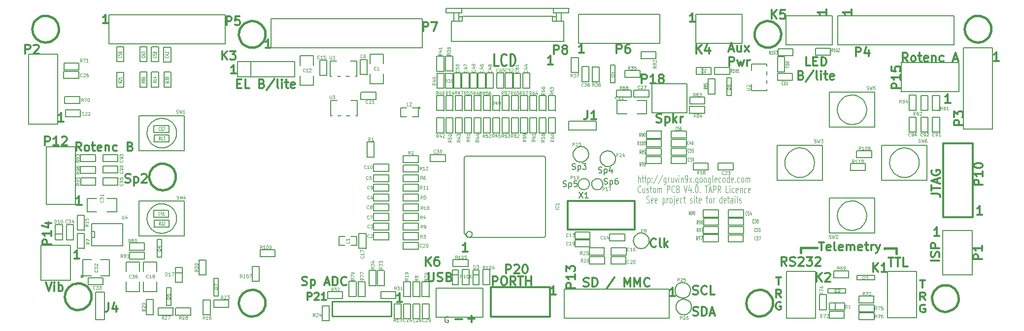
<source format=gto>
G04 (created by PCBNEW-RS274X (2011-07-08 BZR 3044)-stable) date 27/07/2011 21:07:09*
G01*
G70*
G90*
%MOIN*%
G04 Gerber Fmt 3.4, Leading zero omitted, Abs format*
%FSLAX34Y34*%
G04 APERTURE LIST*
%ADD10C,0.006000*%
%ADD11C,0.007900*%
%ADD12C,0.012000*%
%ADD13C,0.003900*%
%ADD14C,0.015000*%
%ADD15C,0.005000*%
%ADD16C,0.008000*%
%ADD17C,0.007500*%
%ADD18C,0.010000*%
%ADD19C,0.011800*%
%ADD20C,0.004300*%
G04 APERTURE END LIST*
G54D10*
G54D11*
X40753Y-32914D02*
X40716Y-32895D01*
X40659Y-32895D01*
X40603Y-32914D01*
X40566Y-32952D01*
X40547Y-32989D01*
X40528Y-33064D01*
X40528Y-33121D01*
X40547Y-33196D01*
X40566Y-33233D01*
X40603Y-33271D01*
X40659Y-33289D01*
X40697Y-33289D01*
X40753Y-33271D01*
X40772Y-33252D01*
X40772Y-33121D01*
X40697Y-33121D01*
G54D12*
X41248Y-33074D02*
X41705Y-33074D01*
X39428Y-29920D02*
X39428Y-30398D01*
X39456Y-30454D01*
X39485Y-30483D01*
X39542Y-30511D01*
X39656Y-30511D01*
X39714Y-30483D01*
X39742Y-30454D01*
X39771Y-30398D01*
X39771Y-29920D01*
X40028Y-30483D02*
X40114Y-30511D01*
X40257Y-30511D01*
X40314Y-30483D01*
X40343Y-30454D01*
X40371Y-30398D01*
X40371Y-30342D01*
X40343Y-30286D01*
X40314Y-30257D01*
X40257Y-30229D01*
X40143Y-30201D01*
X40085Y-30173D01*
X40057Y-30145D01*
X40028Y-30089D01*
X40028Y-30032D01*
X40057Y-29976D01*
X40085Y-29948D01*
X40143Y-29920D01*
X40285Y-29920D01*
X40371Y-29948D01*
X40828Y-30201D02*
X40914Y-30229D01*
X40942Y-30257D01*
X40971Y-30314D01*
X40971Y-30398D01*
X40942Y-30454D01*
X40914Y-30483D01*
X40856Y-30511D01*
X40628Y-30511D01*
X40628Y-29920D01*
X40828Y-29920D01*
X40885Y-29948D01*
X40914Y-29976D01*
X40942Y-30032D01*
X40942Y-30089D01*
X40914Y-30145D01*
X40885Y-30173D01*
X40828Y-30201D01*
X40628Y-30201D01*
X42091Y-33049D02*
X42548Y-33049D01*
X42319Y-33274D02*
X42319Y-32823D01*
G54D13*
X53602Y-23801D02*
X53602Y-23329D01*
X53737Y-23801D02*
X53737Y-23554D01*
X53722Y-23509D01*
X53692Y-23486D01*
X53647Y-23486D01*
X53617Y-23509D01*
X53602Y-23531D01*
X53842Y-23486D02*
X53962Y-23486D01*
X53887Y-23329D02*
X53887Y-23734D01*
X53902Y-23779D01*
X53932Y-23801D01*
X53962Y-23801D01*
X54022Y-23486D02*
X54142Y-23486D01*
X54067Y-23329D02*
X54067Y-23734D01*
X54082Y-23779D01*
X54112Y-23801D01*
X54142Y-23801D01*
X54247Y-23486D02*
X54247Y-23958D01*
X54247Y-23509D02*
X54277Y-23486D01*
X54337Y-23486D01*
X54367Y-23509D01*
X54382Y-23531D01*
X54397Y-23576D01*
X54397Y-23711D01*
X54382Y-23756D01*
X54367Y-23779D01*
X54337Y-23801D01*
X54277Y-23801D01*
X54247Y-23779D01*
X54532Y-23756D02*
X54547Y-23779D01*
X54532Y-23801D01*
X54517Y-23779D01*
X54532Y-23756D01*
X54532Y-23801D01*
X54532Y-23509D02*
X54547Y-23531D01*
X54532Y-23554D01*
X54517Y-23531D01*
X54532Y-23509D01*
X54532Y-23554D01*
X54907Y-23307D02*
X54637Y-23913D01*
X55237Y-23307D02*
X54967Y-23913D01*
X55477Y-23486D02*
X55477Y-23868D01*
X55462Y-23913D01*
X55447Y-23936D01*
X55417Y-23958D01*
X55372Y-23958D01*
X55342Y-23936D01*
X55477Y-23779D02*
X55447Y-23801D01*
X55387Y-23801D01*
X55357Y-23779D01*
X55342Y-23756D01*
X55327Y-23711D01*
X55327Y-23576D01*
X55342Y-23531D01*
X55357Y-23509D01*
X55387Y-23486D01*
X55447Y-23486D01*
X55477Y-23509D01*
X55627Y-23801D02*
X55627Y-23486D01*
X55627Y-23576D02*
X55642Y-23531D01*
X55657Y-23509D01*
X55687Y-23486D01*
X55717Y-23486D01*
X55957Y-23486D02*
X55957Y-23801D01*
X55822Y-23486D02*
X55822Y-23734D01*
X55837Y-23779D01*
X55867Y-23801D01*
X55912Y-23801D01*
X55942Y-23779D01*
X55957Y-23756D01*
X56077Y-23486D02*
X56152Y-23801D01*
X56227Y-23486D01*
X56347Y-23801D02*
X56347Y-23486D01*
X56347Y-23329D02*
X56332Y-23352D01*
X56347Y-23374D01*
X56362Y-23352D01*
X56347Y-23329D01*
X56347Y-23374D01*
X56497Y-23486D02*
X56497Y-23801D01*
X56497Y-23531D02*
X56512Y-23509D01*
X56542Y-23486D01*
X56587Y-23486D01*
X56617Y-23509D01*
X56632Y-23554D01*
X56632Y-23801D01*
X56797Y-23801D02*
X56857Y-23801D01*
X56887Y-23779D01*
X56902Y-23756D01*
X56932Y-23689D01*
X56947Y-23599D01*
X56947Y-23419D01*
X56932Y-23374D01*
X56917Y-23352D01*
X56887Y-23329D01*
X56827Y-23329D01*
X56797Y-23352D01*
X56782Y-23374D01*
X56767Y-23419D01*
X56767Y-23531D01*
X56782Y-23576D01*
X56797Y-23599D01*
X56827Y-23621D01*
X56887Y-23621D01*
X56917Y-23599D01*
X56932Y-23576D01*
X56947Y-23531D01*
X57052Y-23801D02*
X57217Y-23486D01*
X57052Y-23486D02*
X57217Y-23801D01*
X57337Y-23756D02*
X57352Y-23779D01*
X57337Y-23801D01*
X57322Y-23779D01*
X57337Y-23756D01*
X57337Y-23801D01*
X57622Y-23486D02*
X57622Y-23868D01*
X57607Y-23913D01*
X57592Y-23936D01*
X57562Y-23958D01*
X57517Y-23958D01*
X57487Y-23936D01*
X57622Y-23779D02*
X57592Y-23801D01*
X57532Y-23801D01*
X57502Y-23779D01*
X57487Y-23756D01*
X57472Y-23711D01*
X57472Y-23576D01*
X57487Y-23531D01*
X57502Y-23509D01*
X57532Y-23486D01*
X57592Y-23486D01*
X57622Y-23509D01*
X57817Y-23801D02*
X57787Y-23779D01*
X57772Y-23756D01*
X57757Y-23711D01*
X57757Y-23576D01*
X57772Y-23531D01*
X57787Y-23509D01*
X57817Y-23486D01*
X57862Y-23486D01*
X57892Y-23509D01*
X57907Y-23531D01*
X57922Y-23576D01*
X57922Y-23711D01*
X57907Y-23756D01*
X57892Y-23779D01*
X57862Y-23801D01*
X57817Y-23801D01*
X58102Y-23801D02*
X58072Y-23779D01*
X58057Y-23756D01*
X58042Y-23711D01*
X58042Y-23576D01*
X58057Y-23531D01*
X58072Y-23509D01*
X58102Y-23486D01*
X58147Y-23486D01*
X58177Y-23509D01*
X58192Y-23531D01*
X58207Y-23576D01*
X58207Y-23711D01*
X58192Y-23756D01*
X58177Y-23779D01*
X58147Y-23801D01*
X58102Y-23801D01*
X58477Y-23486D02*
X58477Y-23868D01*
X58462Y-23913D01*
X58447Y-23936D01*
X58417Y-23958D01*
X58372Y-23958D01*
X58342Y-23936D01*
X58477Y-23779D02*
X58447Y-23801D01*
X58387Y-23801D01*
X58357Y-23779D01*
X58342Y-23756D01*
X58327Y-23711D01*
X58327Y-23576D01*
X58342Y-23531D01*
X58357Y-23509D01*
X58387Y-23486D01*
X58447Y-23486D01*
X58477Y-23509D01*
X58672Y-23801D02*
X58642Y-23779D01*
X58627Y-23734D01*
X58627Y-23329D01*
X58912Y-23779D02*
X58882Y-23801D01*
X58822Y-23801D01*
X58792Y-23779D01*
X58777Y-23734D01*
X58777Y-23554D01*
X58792Y-23509D01*
X58822Y-23486D01*
X58882Y-23486D01*
X58912Y-23509D01*
X58927Y-23554D01*
X58927Y-23599D01*
X58777Y-23644D01*
X59197Y-23779D02*
X59167Y-23801D01*
X59107Y-23801D01*
X59077Y-23779D01*
X59062Y-23756D01*
X59047Y-23711D01*
X59047Y-23576D01*
X59062Y-23531D01*
X59077Y-23509D01*
X59107Y-23486D01*
X59167Y-23486D01*
X59197Y-23509D01*
X59377Y-23801D02*
X59347Y-23779D01*
X59332Y-23756D01*
X59317Y-23711D01*
X59317Y-23576D01*
X59332Y-23531D01*
X59347Y-23509D01*
X59377Y-23486D01*
X59422Y-23486D01*
X59452Y-23509D01*
X59467Y-23531D01*
X59482Y-23576D01*
X59482Y-23711D01*
X59467Y-23756D01*
X59452Y-23779D01*
X59422Y-23801D01*
X59377Y-23801D01*
X59752Y-23801D02*
X59752Y-23329D01*
X59752Y-23779D02*
X59722Y-23801D01*
X59662Y-23801D01*
X59632Y-23779D01*
X59617Y-23756D01*
X59602Y-23711D01*
X59602Y-23576D01*
X59617Y-23531D01*
X59632Y-23509D01*
X59662Y-23486D01*
X59722Y-23486D01*
X59752Y-23509D01*
X60022Y-23779D02*
X59992Y-23801D01*
X59932Y-23801D01*
X59902Y-23779D01*
X59887Y-23734D01*
X59887Y-23554D01*
X59902Y-23509D01*
X59932Y-23486D01*
X59992Y-23486D01*
X60022Y-23509D01*
X60037Y-23554D01*
X60037Y-23599D01*
X59887Y-23644D01*
X60172Y-23756D02*
X60187Y-23779D01*
X60172Y-23801D01*
X60157Y-23779D01*
X60172Y-23756D01*
X60172Y-23801D01*
X60457Y-23779D02*
X60427Y-23801D01*
X60367Y-23801D01*
X60337Y-23779D01*
X60322Y-23756D01*
X60307Y-23711D01*
X60307Y-23576D01*
X60322Y-23531D01*
X60337Y-23509D01*
X60367Y-23486D01*
X60427Y-23486D01*
X60457Y-23509D01*
X60637Y-23801D02*
X60607Y-23779D01*
X60592Y-23756D01*
X60577Y-23711D01*
X60577Y-23576D01*
X60592Y-23531D01*
X60607Y-23509D01*
X60637Y-23486D01*
X60682Y-23486D01*
X60712Y-23509D01*
X60727Y-23531D01*
X60742Y-23576D01*
X60742Y-23711D01*
X60727Y-23756D01*
X60712Y-23779D01*
X60682Y-23801D01*
X60637Y-23801D01*
X60877Y-23801D02*
X60877Y-23486D01*
X60877Y-23531D02*
X60892Y-23509D01*
X60922Y-23486D01*
X60967Y-23486D01*
X60997Y-23509D01*
X61012Y-23554D01*
X61012Y-23801D01*
X61012Y-23554D02*
X61027Y-23509D01*
X61057Y-23486D01*
X61102Y-23486D01*
X61132Y-23509D01*
X61147Y-23554D01*
X61147Y-23801D01*
X53767Y-24455D02*
X53752Y-24478D01*
X53707Y-24500D01*
X53677Y-24500D01*
X53632Y-24478D01*
X53602Y-24433D01*
X53587Y-24388D01*
X53572Y-24298D01*
X53572Y-24230D01*
X53587Y-24140D01*
X53602Y-24095D01*
X53632Y-24051D01*
X53677Y-24028D01*
X53707Y-24028D01*
X53752Y-24051D01*
X53767Y-24073D01*
X54037Y-24185D02*
X54037Y-24500D01*
X53902Y-24185D02*
X53902Y-24433D01*
X53917Y-24478D01*
X53947Y-24500D01*
X53992Y-24500D01*
X54022Y-24478D01*
X54037Y-24455D01*
X54172Y-24478D02*
X54202Y-24500D01*
X54262Y-24500D01*
X54292Y-24478D01*
X54307Y-24433D01*
X54307Y-24410D01*
X54292Y-24365D01*
X54262Y-24343D01*
X54217Y-24343D01*
X54187Y-24320D01*
X54172Y-24275D01*
X54172Y-24253D01*
X54187Y-24208D01*
X54217Y-24185D01*
X54262Y-24185D01*
X54292Y-24208D01*
X54397Y-24185D02*
X54517Y-24185D01*
X54442Y-24028D02*
X54442Y-24433D01*
X54457Y-24478D01*
X54487Y-24500D01*
X54517Y-24500D01*
X54667Y-24500D02*
X54637Y-24478D01*
X54622Y-24455D01*
X54607Y-24410D01*
X54607Y-24275D01*
X54622Y-24230D01*
X54637Y-24208D01*
X54667Y-24185D01*
X54712Y-24185D01*
X54742Y-24208D01*
X54757Y-24230D01*
X54772Y-24275D01*
X54772Y-24410D01*
X54757Y-24455D01*
X54742Y-24478D01*
X54712Y-24500D01*
X54667Y-24500D01*
X54907Y-24500D02*
X54907Y-24185D01*
X54907Y-24230D02*
X54922Y-24208D01*
X54952Y-24185D01*
X54997Y-24185D01*
X55027Y-24208D01*
X55042Y-24253D01*
X55042Y-24500D01*
X55042Y-24253D02*
X55057Y-24208D01*
X55087Y-24185D01*
X55132Y-24185D01*
X55162Y-24208D01*
X55177Y-24253D01*
X55177Y-24500D01*
X55567Y-24500D02*
X55567Y-24028D01*
X55687Y-24028D01*
X55717Y-24051D01*
X55732Y-24073D01*
X55747Y-24118D01*
X55747Y-24185D01*
X55732Y-24230D01*
X55717Y-24253D01*
X55687Y-24275D01*
X55567Y-24275D01*
X56062Y-24455D02*
X56047Y-24478D01*
X56002Y-24500D01*
X55972Y-24500D01*
X55927Y-24478D01*
X55897Y-24433D01*
X55882Y-24388D01*
X55867Y-24298D01*
X55867Y-24230D01*
X55882Y-24140D01*
X55897Y-24095D01*
X55927Y-24051D01*
X55972Y-24028D01*
X56002Y-24028D01*
X56047Y-24051D01*
X56062Y-24073D01*
X56302Y-24253D02*
X56347Y-24275D01*
X56362Y-24298D01*
X56377Y-24343D01*
X56377Y-24410D01*
X56362Y-24455D01*
X56347Y-24478D01*
X56317Y-24500D01*
X56197Y-24500D01*
X56197Y-24028D01*
X56302Y-24028D01*
X56332Y-24051D01*
X56347Y-24073D01*
X56362Y-24118D01*
X56362Y-24163D01*
X56347Y-24208D01*
X56332Y-24230D01*
X56302Y-24253D01*
X56197Y-24253D01*
X56707Y-24028D02*
X56812Y-24500D01*
X56917Y-24028D01*
X57157Y-24185D02*
X57157Y-24500D01*
X57082Y-24006D02*
X57007Y-24343D01*
X57202Y-24343D01*
X57322Y-24455D02*
X57337Y-24478D01*
X57322Y-24500D01*
X57307Y-24478D01*
X57322Y-24455D01*
X57322Y-24500D01*
X57532Y-24028D02*
X57562Y-24028D01*
X57592Y-24051D01*
X57607Y-24073D01*
X57622Y-24118D01*
X57637Y-24208D01*
X57637Y-24320D01*
X57622Y-24410D01*
X57607Y-24455D01*
X57592Y-24478D01*
X57562Y-24500D01*
X57532Y-24500D01*
X57502Y-24478D01*
X57487Y-24455D01*
X57472Y-24410D01*
X57457Y-24320D01*
X57457Y-24208D01*
X57472Y-24118D01*
X57487Y-24073D01*
X57502Y-24051D01*
X57532Y-24028D01*
X57772Y-24455D02*
X57787Y-24478D01*
X57772Y-24500D01*
X57757Y-24478D01*
X57772Y-24455D01*
X57772Y-24500D01*
X58117Y-24028D02*
X58297Y-24028D01*
X58207Y-24500D02*
X58207Y-24028D01*
X58387Y-24365D02*
X58537Y-24365D01*
X58357Y-24500D02*
X58462Y-24028D01*
X58567Y-24500D01*
X58672Y-24500D02*
X58672Y-24028D01*
X58792Y-24028D01*
X58822Y-24051D01*
X58837Y-24073D01*
X58852Y-24118D01*
X58852Y-24185D01*
X58837Y-24230D01*
X58822Y-24253D01*
X58792Y-24275D01*
X58672Y-24275D01*
X59167Y-24500D02*
X59062Y-24275D01*
X58987Y-24500D02*
X58987Y-24028D01*
X59107Y-24028D01*
X59137Y-24051D01*
X59152Y-24073D01*
X59167Y-24118D01*
X59167Y-24185D01*
X59152Y-24230D01*
X59137Y-24253D01*
X59107Y-24275D01*
X58987Y-24275D01*
X59692Y-24500D02*
X59542Y-24500D01*
X59542Y-24028D01*
X59797Y-24500D02*
X59797Y-24185D01*
X59797Y-24028D02*
X59782Y-24051D01*
X59797Y-24073D01*
X59812Y-24051D01*
X59797Y-24028D01*
X59797Y-24073D01*
X60082Y-24478D02*
X60052Y-24500D01*
X59992Y-24500D01*
X59962Y-24478D01*
X59947Y-24455D01*
X59932Y-24410D01*
X59932Y-24275D01*
X59947Y-24230D01*
X59962Y-24208D01*
X59992Y-24185D01*
X60052Y-24185D01*
X60082Y-24208D01*
X60337Y-24478D02*
X60307Y-24500D01*
X60247Y-24500D01*
X60217Y-24478D01*
X60202Y-24433D01*
X60202Y-24253D01*
X60217Y-24208D01*
X60247Y-24185D01*
X60307Y-24185D01*
X60337Y-24208D01*
X60352Y-24253D01*
X60352Y-24298D01*
X60202Y-24343D01*
X60487Y-24185D02*
X60487Y-24500D01*
X60487Y-24230D02*
X60502Y-24208D01*
X60532Y-24185D01*
X60577Y-24185D01*
X60607Y-24208D01*
X60622Y-24253D01*
X60622Y-24500D01*
X60907Y-24478D02*
X60877Y-24500D01*
X60817Y-24500D01*
X60787Y-24478D01*
X60772Y-24455D01*
X60757Y-24410D01*
X60757Y-24275D01*
X60772Y-24230D01*
X60787Y-24208D01*
X60817Y-24185D01*
X60877Y-24185D01*
X60907Y-24208D01*
X61162Y-24478D02*
X61132Y-24500D01*
X61072Y-24500D01*
X61042Y-24478D01*
X61027Y-24433D01*
X61027Y-24253D01*
X61042Y-24208D01*
X61072Y-24185D01*
X61132Y-24185D01*
X61162Y-24208D01*
X61177Y-24253D01*
X61177Y-24298D01*
X61027Y-24343D01*
X54164Y-25177D02*
X54209Y-25199D01*
X54284Y-25199D01*
X54314Y-25177D01*
X54329Y-25154D01*
X54344Y-25109D01*
X54344Y-25064D01*
X54329Y-25019D01*
X54314Y-24997D01*
X54284Y-24974D01*
X54224Y-24952D01*
X54194Y-24929D01*
X54179Y-24907D01*
X54164Y-24862D01*
X54164Y-24817D01*
X54179Y-24772D01*
X54194Y-24750D01*
X54224Y-24727D01*
X54299Y-24727D01*
X54344Y-24750D01*
X54599Y-25177D02*
X54569Y-25199D01*
X54509Y-25199D01*
X54479Y-25177D01*
X54464Y-25132D01*
X54464Y-24952D01*
X54479Y-24907D01*
X54509Y-24884D01*
X54569Y-24884D01*
X54599Y-24907D01*
X54614Y-24952D01*
X54614Y-24997D01*
X54464Y-25042D01*
X54869Y-25177D02*
X54839Y-25199D01*
X54779Y-25199D01*
X54749Y-25177D01*
X54734Y-25132D01*
X54734Y-24952D01*
X54749Y-24907D01*
X54779Y-24884D01*
X54839Y-24884D01*
X54869Y-24907D01*
X54884Y-24952D01*
X54884Y-24997D01*
X54734Y-25042D01*
X55259Y-24884D02*
X55259Y-25356D01*
X55259Y-24907D02*
X55289Y-24884D01*
X55349Y-24884D01*
X55379Y-24907D01*
X55394Y-24929D01*
X55409Y-24974D01*
X55409Y-25109D01*
X55394Y-25154D01*
X55379Y-25177D01*
X55349Y-25199D01*
X55289Y-25199D01*
X55259Y-25177D01*
X55544Y-25199D02*
X55544Y-24884D01*
X55544Y-24974D02*
X55559Y-24929D01*
X55574Y-24907D01*
X55604Y-24884D01*
X55634Y-24884D01*
X55784Y-25199D02*
X55754Y-25177D01*
X55739Y-25154D01*
X55724Y-25109D01*
X55724Y-24974D01*
X55739Y-24929D01*
X55754Y-24907D01*
X55784Y-24884D01*
X55829Y-24884D01*
X55859Y-24907D01*
X55874Y-24929D01*
X55889Y-24974D01*
X55889Y-25109D01*
X55874Y-25154D01*
X55859Y-25177D01*
X55829Y-25199D01*
X55784Y-25199D01*
X56024Y-24884D02*
X56024Y-25289D01*
X56009Y-25334D01*
X55979Y-25356D01*
X55964Y-25356D01*
X56024Y-24727D02*
X56009Y-24750D01*
X56024Y-24772D01*
X56039Y-24750D01*
X56024Y-24727D01*
X56024Y-24772D01*
X56294Y-25177D02*
X56264Y-25199D01*
X56204Y-25199D01*
X56174Y-25177D01*
X56159Y-25132D01*
X56159Y-24952D01*
X56174Y-24907D01*
X56204Y-24884D01*
X56264Y-24884D01*
X56294Y-24907D01*
X56309Y-24952D01*
X56309Y-24997D01*
X56159Y-25042D01*
X56579Y-25177D02*
X56549Y-25199D01*
X56489Y-25199D01*
X56459Y-25177D01*
X56444Y-25154D01*
X56429Y-25109D01*
X56429Y-24974D01*
X56444Y-24929D01*
X56459Y-24907D01*
X56489Y-24884D01*
X56549Y-24884D01*
X56579Y-24907D01*
X56669Y-24884D02*
X56789Y-24884D01*
X56714Y-24727D02*
X56714Y-25132D01*
X56729Y-25177D01*
X56759Y-25199D01*
X56789Y-25199D01*
X57119Y-25177D02*
X57149Y-25199D01*
X57209Y-25199D01*
X57239Y-25177D01*
X57254Y-25132D01*
X57254Y-25109D01*
X57239Y-25064D01*
X57209Y-25042D01*
X57164Y-25042D01*
X57134Y-25019D01*
X57119Y-24974D01*
X57119Y-24952D01*
X57134Y-24907D01*
X57164Y-24884D01*
X57209Y-24884D01*
X57239Y-24907D01*
X57389Y-25199D02*
X57389Y-24884D01*
X57389Y-24727D02*
X57374Y-24750D01*
X57389Y-24772D01*
X57404Y-24750D01*
X57389Y-24727D01*
X57389Y-24772D01*
X57494Y-24884D02*
X57614Y-24884D01*
X57539Y-24727D02*
X57539Y-25132D01*
X57554Y-25177D01*
X57584Y-25199D01*
X57614Y-25199D01*
X57839Y-25177D02*
X57809Y-25199D01*
X57749Y-25199D01*
X57719Y-25177D01*
X57704Y-25132D01*
X57704Y-24952D01*
X57719Y-24907D01*
X57749Y-24884D01*
X57809Y-24884D01*
X57839Y-24907D01*
X57854Y-24952D01*
X57854Y-24997D01*
X57704Y-25042D01*
X58184Y-24884D02*
X58304Y-24884D01*
X58229Y-25199D02*
X58229Y-24794D01*
X58244Y-24750D01*
X58274Y-24727D01*
X58304Y-24727D01*
X58454Y-25199D02*
X58424Y-25177D01*
X58409Y-25154D01*
X58394Y-25109D01*
X58394Y-24974D01*
X58409Y-24929D01*
X58424Y-24907D01*
X58454Y-24884D01*
X58499Y-24884D01*
X58529Y-24907D01*
X58544Y-24929D01*
X58559Y-24974D01*
X58559Y-25109D01*
X58544Y-25154D01*
X58529Y-25177D01*
X58499Y-25199D01*
X58454Y-25199D01*
X58694Y-25199D02*
X58694Y-24884D01*
X58694Y-24974D02*
X58709Y-24929D01*
X58724Y-24907D01*
X58754Y-24884D01*
X58784Y-24884D01*
X59264Y-25199D02*
X59264Y-24727D01*
X59264Y-25177D02*
X59234Y-25199D01*
X59174Y-25199D01*
X59144Y-25177D01*
X59129Y-25154D01*
X59114Y-25109D01*
X59114Y-24974D01*
X59129Y-24929D01*
X59144Y-24907D01*
X59174Y-24884D01*
X59234Y-24884D01*
X59264Y-24907D01*
X59534Y-25177D02*
X59504Y-25199D01*
X59444Y-25199D01*
X59414Y-25177D01*
X59399Y-25132D01*
X59399Y-24952D01*
X59414Y-24907D01*
X59444Y-24884D01*
X59504Y-24884D01*
X59534Y-24907D01*
X59549Y-24952D01*
X59549Y-24997D01*
X59399Y-25042D01*
X59639Y-24884D02*
X59759Y-24884D01*
X59684Y-24727D02*
X59684Y-25132D01*
X59699Y-25177D01*
X59729Y-25199D01*
X59759Y-25199D01*
X59999Y-25199D02*
X59999Y-24952D01*
X59984Y-24907D01*
X59954Y-24884D01*
X59894Y-24884D01*
X59864Y-24907D01*
X59999Y-25177D02*
X59969Y-25199D01*
X59894Y-25199D01*
X59864Y-25177D01*
X59849Y-25132D01*
X59849Y-25087D01*
X59864Y-25042D01*
X59894Y-25019D01*
X59969Y-25019D01*
X59999Y-24997D01*
X60149Y-25199D02*
X60149Y-24884D01*
X60149Y-24727D02*
X60134Y-24750D01*
X60149Y-24772D01*
X60164Y-24750D01*
X60149Y-24727D01*
X60149Y-24772D01*
X60344Y-25199D02*
X60314Y-25177D01*
X60299Y-25132D01*
X60299Y-24727D01*
X60449Y-25177D02*
X60479Y-25199D01*
X60539Y-25199D01*
X60569Y-25177D01*
X60584Y-25132D01*
X60584Y-25109D01*
X60569Y-25064D01*
X60539Y-25042D01*
X60494Y-25042D01*
X60464Y-25019D01*
X60449Y-24974D01*
X60449Y-24952D01*
X60464Y-24907D01*
X60494Y-24884D01*
X60539Y-24884D01*
X60569Y-24907D01*
G54D11*
X51298Y-23917D02*
X51354Y-23935D01*
X51448Y-23935D01*
X51486Y-23917D01*
X51504Y-23898D01*
X51523Y-23860D01*
X51523Y-23823D01*
X51504Y-23785D01*
X51486Y-23767D01*
X51448Y-23748D01*
X51373Y-23729D01*
X51336Y-23710D01*
X51317Y-23692D01*
X51298Y-23654D01*
X51298Y-23617D01*
X51317Y-23579D01*
X51336Y-23560D01*
X51373Y-23541D01*
X51467Y-23541D01*
X51523Y-23560D01*
X51692Y-23673D02*
X51692Y-24067D01*
X51692Y-23692D02*
X51729Y-23673D01*
X51804Y-23673D01*
X51842Y-23692D01*
X51861Y-23710D01*
X51879Y-23748D01*
X51879Y-23860D01*
X51861Y-23898D01*
X51842Y-23917D01*
X51804Y-23935D01*
X51729Y-23935D01*
X51692Y-23917D01*
X52217Y-23541D02*
X52142Y-23541D01*
X52104Y-23560D01*
X52085Y-23579D01*
X52048Y-23635D01*
X52029Y-23710D01*
X52029Y-23860D01*
X52048Y-23898D01*
X52067Y-23917D01*
X52104Y-23935D01*
X52179Y-23935D01*
X52217Y-23917D01*
X52235Y-23898D01*
X52254Y-23860D01*
X52254Y-23767D01*
X52235Y-23729D01*
X52217Y-23710D01*
X52179Y-23692D01*
X52104Y-23692D01*
X52067Y-23710D01*
X52048Y-23729D01*
X52029Y-23767D01*
X48522Y-24078D02*
X48578Y-24096D01*
X48672Y-24096D01*
X48710Y-24078D01*
X48728Y-24059D01*
X48747Y-24021D01*
X48747Y-23984D01*
X48728Y-23946D01*
X48710Y-23928D01*
X48672Y-23909D01*
X48597Y-23890D01*
X48560Y-23871D01*
X48541Y-23853D01*
X48522Y-23815D01*
X48522Y-23778D01*
X48541Y-23740D01*
X48560Y-23721D01*
X48597Y-23702D01*
X48691Y-23702D01*
X48747Y-23721D01*
X48916Y-23834D02*
X48916Y-24228D01*
X48916Y-23853D02*
X48953Y-23834D01*
X49028Y-23834D01*
X49066Y-23853D01*
X49085Y-23871D01*
X49103Y-23909D01*
X49103Y-24021D01*
X49085Y-24059D01*
X49066Y-24078D01*
X49028Y-24096D01*
X48953Y-24096D01*
X48916Y-24078D01*
X49459Y-23702D02*
X49272Y-23702D01*
X49253Y-23890D01*
X49272Y-23871D01*
X49309Y-23853D01*
X49403Y-23853D01*
X49441Y-23871D01*
X49459Y-23890D01*
X49478Y-23928D01*
X49478Y-24021D01*
X49459Y-24059D01*
X49441Y-24078D01*
X49403Y-24096D01*
X49309Y-24096D01*
X49272Y-24078D01*
X49253Y-24059D01*
G54D12*
X65245Y-15916D02*
X64959Y-15916D01*
X64959Y-15325D01*
X65445Y-15606D02*
X65645Y-15606D01*
X65731Y-15916D02*
X65445Y-15916D01*
X65445Y-15325D01*
X65731Y-15325D01*
X65988Y-15916D02*
X65988Y-15325D01*
X66131Y-15325D01*
X66216Y-15353D01*
X66274Y-15409D01*
X66302Y-15465D01*
X66331Y-15578D01*
X66331Y-15662D01*
X66302Y-15775D01*
X66274Y-15831D01*
X66216Y-15888D01*
X66131Y-15916D01*
X65988Y-15916D01*
X64630Y-16553D02*
X64716Y-16581D01*
X64744Y-16609D01*
X64773Y-16666D01*
X64773Y-16750D01*
X64744Y-16806D01*
X64716Y-16835D01*
X64658Y-16863D01*
X64430Y-16863D01*
X64430Y-16272D01*
X64630Y-16272D01*
X64687Y-16300D01*
X64716Y-16328D01*
X64744Y-16384D01*
X64744Y-16441D01*
X64716Y-16497D01*
X64687Y-16525D01*
X64630Y-16553D01*
X64430Y-16553D01*
X65458Y-16244D02*
X64944Y-17003D01*
X65745Y-16863D02*
X65687Y-16835D01*
X65659Y-16778D01*
X65659Y-16272D01*
X65973Y-16863D02*
X65973Y-16469D01*
X65973Y-16272D02*
X65944Y-16300D01*
X65973Y-16328D01*
X66001Y-16300D01*
X65973Y-16272D01*
X65973Y-16328D01*
X66173Y-16469D02*
X66402Y-16469D01*
X66259Y-16272D02*
X66259Y-16778D01*
X66287Y-16835D01*
X66345Y-16863D01*
X66402Y-16863D01*
X66830Y-16835D02*
X66773Y-16863D01*
X66659Y-16863D01*
X66602Y-16835D01*
X66573Y-16778D01*
X66573Y-16553D01*
X66602Y-16497D01*
X66659Y-16469D01*
X66773Y-16469D01*
X66830Y-16497D01*
X66859Y-16553D01*
X66859Y-16609D01*
X66573Y-16666D01*
X66330Y-12115D02*
X66330Y-12458D01*
X66330Y-12286D02*
X65739Y-12286D01*
X65823Y-12343D01*
X65879Y-12401D01*
X65908Y-12458D01*
G54D14*
X64606Y-28228D02*
X65709Y-28228D01*
X64606Y-28583D02*
X64606Y-28228D01*
X70276Y-28268D02*
X70276Y-28307D01*
X71063Y-28268D02*
X70276Y-28268D01*
X71063Y-28622D02*
X71063Y-28268D01*
G54D12*
X65828Y-27861D02*
X66171Y-27861D01*
X66000Y-28412D02*
X66000Y-27861D01*
X66599Y-28385D02*
X66542Y-28412D01*
X66428Y-28412D01*
X66371Y-28385D01*
X66342Y-28333D01*
X66342Y-28123D01*
X66371Y-28070D01*
X66428Y-28044D01*
X66542Y-28044D01*
X66599Y-28070D01*
X66628Y-28123D01*
X66628Y-28175D01*
X66342Y-28228D01*
X66971Y-28412D02*
X66913Y-28385D01*
X66885Y-28333D01*
X66885Y-27861D01*
X67427Y-28385D02*
X67370Y-28412D01*
X67256Y-28412D01*
X67199Y-28385D01*
X67170Y-28333D01*
X67170Y-28123D01*
X67199Y-28070D01*
X67256Y-28044D01*
X67370Y-28044D01*
X67427Y-28070D01*
X67456Y-28123D01*
X67456Y-28175D01*
X67170Y-28228D01*
X67713Y-28412D02*
X67713Y-28044D01*
X67713Y-28097D02*
X67741Y-28070D01*
X67799Y-28044D01*
X67884Y-28044D01*
X67941Y-28070D01*
X67970Y-28123D01*
X67970Y-28412D01*
X67970Y-28123D02*
X67999Y-28070D01*
X68056Y-28044D01*
X68141Y-28044D01*
X68199Y-28070D01*
X68227Y-28123D01*
X68227Y-28412D01*
X68741Y-28385D02*
X68684Y-28412D01*
X68570Y-28412D01*
X68513Y-28385D01*
X68484Y-28333D01*
X68484Y-28123D01*
X68513Y-28070D01*
X68570Y-28044D01*
X68684Y-28044D01*
X68741Y-28070D01*
X68770Y-28123D01*
X68770Y-28175D01*
X68484Y-28228D01*
X68941Y-28044D02*
X69170Y-28044D01*
X69027Y-27861D02*
X69027Y-28333D01*
X69055Y-28385D01*
X69113Y-28412D01*
X69170Y-28412D01*
X69370Y-28412D02*
X69370Y-28044D01*
X69370Y-28149D02*
X69398Y-28097D01*
X69427Y-28070D01*
X69484Y-28044D01*
X69541Y-28044D01*
X69684Y-28044D02*
X69827Y-28412D01*
X69969Y-28044D02*
X69827Y-28412D01*
X69769Y-28543D01*
X69741Y-28569D01*
X69684Y-28595D01*
X72668Y-30419D02*
X73011Y-30419D01*
X72840Y-30931D02*
X72840Y-30419D01*
X73025Y-31767D02*
X72825Y-31523D01*
X72682Y-31767D02*
X72682Y-31255D01*
X72910Y-31255D01*
X72968Y-31280D01*
X72996Y-31304D01*
X73025Y-31353D01*
X73025Y-31426D01*
X72996Y-31475D01*
X72968Y-31499D01*
X72910Y-31523D01*
X72682Y-31523D01*
X72996Y-32116D02*
X72939Y-32091D01*
X72853Y-32091D01*
X72768Y-32116D01*
X72710Y-32164D01*
X72682Y-32213D01*
X72653Y-32311D01*
X72653Y-32384D01*
X72682Y-32481D01*
X72710Y-32530D01*
X72768Y-32579D01*
X72853Y-32603D01*
X72910Y-32603D01*
X72996Y-32579D01*
X73025Y-32554D01*
X73025Y-32384D01*
X72910Y-32384D01*
X62920Y-30238D02*
X63263Y-30238D01*
X63092Y-30750D02*
X63092Y-30238D01*
X63277Y-31586D02*
X63077Y-31342D01*
X62934Y-31586D02*
X62934Y-31074D01*
X63162Y-31074D01*
X63220Y-31099D01*
X63248Y-31123D01*
X63277Y-31172D01*
X63277Y-31245D01*
X63248Y-31294D01*
X63220Y-31318D01*
X63162Y-31342D01*
X62934Y-31342D01*
X63248Y-31935D02*
X63191Y-31910D01*
X63105Y-31910D01*
X63020Y-31935D01*
X62962Y-31983D01*
X62934Y-32032D01*
X62905Y-32130D01*
X62905Y-32203D01*
X62934Y-32300D01*
X62962Y-32349D01*
X63020Y-32398D01*
X63105Y-32422D01*
X63162Y-32422D01*
X63248Y-32398D01*
X63277Y-32373D01*
X63277Y-32203D01*
X63162Y-32203D01*
X18917Y-23802D02*
X19001Y-23830D01*
X19142Y-23830D01*
X19198Y-23802D01*
X19226Y-23773D01*
X19254Y-23717D01*
X19254Y-23661D01*
X19226Y-23605D01*
X19198Y-23576D01*
X19142Y-23548D01*
X19029Y-23520D01*
X18973Y-23492D01*
X18945Y-23464D01*
X18917Y-23408D01*
X18917Y-23351D01*
X18945Y-23295D01*
X18973Y-23267D01*
X19029Y-23239D01*
X19170Y-23239D01*
X19254Y-23267D01*
X19508Y-23436D02*
X19508Y-24027D01*
X19508Y-23464D02*
X19564Y-23436D01*
X19677Y-23436D01*
X19733Y-23464D01*
X19761Y-23492D01*
X19789Y-23548D01*
X19789Y-23717D01*
X19761Y-23773D01*
X19733Y-23802D01*
X19677Y-23830D01*
X19564Y-23830D01*
X19508Y-23802D01*
X20015Y-23295D02*
X20043Y-23267D01*
X20099Y-23239D01*
X20240Y-23239D01*
X20296Y-23267D01*
X20324Y-23295D01*
X20352Y-23351D01*
X20352Y-23408D01*
X20324Y-23492D01*
X19986Y-23830D01*
X20352Y-23830D01*
G54D11*
X50920Y-23153D02*
X50976Y-23171D01*
X51070Y-23171D01*
X51108Y-23153D01*
X51126Y-23134D01*
X51145Y-23096D01*
X51145Y-23059D01*
X51126Y-23021D01*
X51108Y-23003D01*
X51070Y-22984D01*
X50995Y-22965D01*
X50958Y-22946D01*
X50939Y-22928D01*
X50920Y-22890D01*
X50920Y-22853D01*
X50939Y-22815D01*
X50958Y-22796D01*
X50995Y-22777D01*
X51089Y-22777D01*
X51145Y-22796D01*
X51314Y-22909D02*
X51314Y-23303D01*
X51314Y-22928D02*
X51351Y-22909D01*
X51426Y-22909D01*
X51464Y-22928D01*
X51483Y-22946D01*
X51501Y-22984D01*
X51501Y-23096D01*
X51483Y-23134D01*
X51464Y-23153D01*
X51426Y-23171D01*
X51351Y-23171D01*
X51314Y-23153D01*
X51839Y-22909D02*
X51839Y-23171D01*
X51745Y-22759D02*
X51651Y-23040D01*
X51895Y-23040D01*
X49128Y-22909D02*
X49184Y-22927D01*
X49278Y-22927D01*
X49316Y-22909D01*
X49334Y-22890D01*
X49353Y-22852D01*
X49353Y-22815D01*
X49334Y-22777D01*
X49316Y-22759D01*
X49278Y-22740D01*
X49203Y-22721D01*
X49166Y-22702D01*
X49147Y-22684D01*
X49128Y-22646D01*
X49128Y-22609D01*
X49147Y-22571D01*
X49166Y-22552D01*
X49203Y-22533D01*
X49297Y-22533D01*
X49353Y-22552D01*
X49522Y-22665D02*
X49522Y-23059D01*
X49522Y-22684D02*
X49559Y-22665D01*
X49634Y-22665D01*
X49672Y-22684D01*
X49691Y-22702D01*
X49709Y-22740D01*
X49709Y-22852D01*
X49691Y-22890D01*
X49672Y-22909D01*
X49634Y-22927D01*
X49559Y-22927D01*
X49522Y-22909D01*
X49840Y-22533D02*
X50084Y-22533D01*
X49953Y-22684D01*
X50009Y-22684D01*
X50047Y-22702D01*
X50065Y-22721D01*
X50084Y-22759D01*
X50084Y-22852D01*
X50065Y-22890D01*
X50047Y-22909D01*
X50009Y-22927D01*
X49897Y-22927D01*
X49859Y-22909D01*
X49840Y-22890D01*
G54D12*
X57322Y-32798D02*
X57406Y-32826D01*
X57547Y-32826D01*
X57603Y-32798D01*
X57631Y-32769D01*
X57659Y-32713D01*
X57659Y-32657D01*
X57631Y-32601D01*
X57603Y-32572D01*
X57547Y-32544D01*
X57434Y-32516D01*
X57378Y-32488D01*
X57350Y-32460D01*
X57322Y-32404D01*
X57322Y-32347D01*
X57350Y-32291D01*
X57378Y-32263D01*
X57434Y-32235D01*
X57575Y-32235D01*
X57659Y-32263D01*
X57913Y-32826D02*
X57913Y-32235D01*
X58053Y-32235D01*
X58138Y-32263D01*
X58194Y-32319D01*
X58222Y-32375D01*
X58250Y-32488D01*
X58250Y-32572D01*
X58222Y-32685D01*
X58194Y-32741D01*
X58138Y-32798D01*
X58053Y-32826D01*
X57913Y-32826D01*
X58476Y-32657D02*
X58757Y-32657D01*
X58419Y-32826D02*
X58616Y-32235D01*
X58813Y-32826D01*
X57317Y-31368D02*
X57401Y-31396D01*
X57542Y-31396D01*
X57598Y-31368D01*
X57626Y-31339D01*
X57654Y-31283D01*
X57654Y-31227D01*
X57626Y-31171D01*
X57598Y-31142D01*
X57542Y-31114D01*
X57429Y-31086D01*
X57373Y-31058D01*
X57345Y-31030D01*
X57317Y-30974D01*
X57317Y-30917D01*
X57345Y-30861D01*
X57373Y-30833D01*
X57429Y-30805D01*
X57570Y-30805D01*
X57654Y-30833D01*
X58245Y-31339D02*
X58217Y-31368D01*
X58133Y-31396D01*
X58077Y-31396D01*
X57992Y-31368D01*
X57936Y-31311D01*
X57908Y-31255D01*
X57880Y-31142D01*
X57880Y-31058D01*
X57908Y-30945D01*
X57936Y-30889D01*
X57992Y-30833D01*
X58077Y-30805D01*
X58133Y-30805D01*
X58217Y-30833D01*
X58245Y-30861D01*
X58780Y-31396D02*
X58499Y-31396D01*
X58499Y-30805D01*
X43765Y-30767D02*
X43765Y-30176D01*
X43990Y-30176D01*
X44046Y-30204D01*
X44074Y-30232D01*
X44102Y-30288D01*
X44102Y-30373D01*
X44074Y-30429D01*
X44046Y-30457D01*
X43990Y-30485D01*
X43765Y-30485D01*
X44468Y-30176D02*
X44581Y-30176D01*
X44637Y-30204D01*
X44693Y-30260D01*
X44722Y-30373D01*
X44722Y-30570D01*
X44693Y-30682D01*
X44637Y-30739D01*
X44581Y-30767D01*
X44468Y-30767D01*
X44412Y-30739D01*
X44356Y-30682D01*
X44328Y-30570D01*
X44328Y-30373D01*
X44356Y-30260D01*
X44412Y-30204D01*
X44468Y-30176D01*
X45312Y-30767D02*
X45115Y-30485D01*
X44975Y-30767D02*
X44975Y-30176D01*
X45200Y-30176D01*
X45256Y-30204D01*
X45284Y-30232D01*
X45312Y-30288D01*
X45312Y-30373D01*
X45284Y-30429D01*
X45256Y-30457D01*
X45200Y-30485D01*
X44975Y-30485D01*
X45481Y-30176D02*
X45819Y-30176D01*
X45650Y-30767D02*
X45650Y-30176D01*
X46016Y-30767D02*
X46016Y-30176D01*
X46016Y-30457D02*
X46353Y-30457D01*
X46353Y-30767D02*
X46353Y-30176D01*
X30865Y-30754D02*
X30949Y-30782D01*
X31090Y-30782D01*
X31146Y-30754D01*
X31174Y-30725D01*
X31202Y-30669D01*
X31202Y-30613D01*
X31174Y-30557D01*
X31146Y-30528D01*
X31090Y-30500D01*
X30977Y-30472D01*
X30921Y-30444D01*
X30893Y-30416D01*
X30865Y-30360D01*
X30865Y-30303D01*
X30893Y-30247D01*
X30921Y-30219D01*
X30977Y-30191D01*
X31118Y-30191D01*
X31202Y-30219D01*
X31456Y-30388D02*
X31456Y-30979D01*
X31456Y-30416D02*
X31512Y-30388D01*
X31625Y-30388D01*
X31681Y-30416D01*
X31709Y-30444D01*
X31737Y-30500D01*
X31737Y-30669D01*
X31709Y-30725D01*
X31681Y-30754D01*
X31625Y-30782D01*
X31512Y-30782D01*
X31456Y-30754D01*
X32413Y-30613D02*
X32694Y-30613D01*
X32356Y-30782D02*
X32553Y-30191D01*
X32750Y-30782D01*
X32948Y-30782D02*
X32948Y-30191D01*
X33088Y-30191D01*
X33173Y-30219D01*
X33229Y-30275D01*
X33257Y-30331D01*
X33285Y-30444D01*
X33285Y-30528D01*
X33257Y-30641D01*
X33229Y-30697D01*
X33173Y-30754D01*
X33088Y-30782D01*
X32948Y-30782D01*
X33876Y-30725D02*
X33848Y-30754D01*
X33764Y-30782D01*
X33708Y-30782D01*
X33623Y-30754D01*
X33567Y-30697D01*
X33539Y-30641D01*
X33511Y-30528D01*
X33511Y-30444D01*
X33539Y-30331D01*
X33567Y-30275D01*
X33623Y-30219D01*
X33708Y-30191D01*
X33764Y-30191D01*
X33848Y-30219D01*
X33876Y-30247D01*
X13525Y-30581D02*
X13722Y-31172D01*
X13919Y-30581D01*
X14117Y-31172D02*
X14117Y-30778D01*
X14117Y-30581D02*
X14089Y-30609D01*
X14117Y-30637D01*
X14145Y-30609D01*
X14117Y-30581D01*
X14117Y-30637D01*
X14398Y-31172D02*
X14398Y-30581D01*
X14398Y-30806D02*
X14454Y-30778D01*
X14567Y-30778D01*
X14623Y-30806D01*
X14651Y-30834D01*
X14679Y-30890D01*
X14679Y-31059D01*
X14651Y-31115D01*
X14623Y-31144D01*
X14567Y-31172D01*
X14454Y-31172D01*
X14398Y-31144D01*
X15927Y-21684D02*
X15730Y-21402D01*
X15590Y-21684D02*
X15590Y-21093D01*
X15815Y-21093D01*
X15871Y-21121D01*
X15899Y-21149D01*
X15927Y-21205D01*
X15927Y-21290D01*
X15899Y-21346D01*
X15871Y-21374D01*
X15815Y-21402D01*
X15590Y-21402D01*
X16265Y-21684D02*
X16209Y-21656D01*
X16181Y-21627D01*
X16153Y-21571D01*
X16153Y-21402D01*
X16181Y-21346D01*
X16209Y-21318D01*
X16265Y-21290D01*
X16350Y-21290D01*
X16406Y-21318D01*
X16434Y-21346D01*
X16462Y-21402D01*
X16462Y-21571D01*
X16434Y-21627D01*
X16406Y-21656D01*
X16350Y-21684D01*
X16265Y-21684D01*
X16631Y-21290D02*
X16856Y-21290D01*
X16716Y-21093D02*
X16716Y-21599D01*
X16744Y-21656D01*
X16800Y-21684D01*
X16856Y-21684D01*
X17279Y-21656D02*
X17223Y-21684D01*
X17110Y-21684D01*
X17054Y-21656D01*
X17026Y-21599D01*
X17026Y-21374D01*
X17054Y-21318D01*
X17110Y-21290D01*
X17223Y-21290D01*
X17279Y-21318D01*
X17307Y-21374D01*
X17307Y-21430D01*
X17026Y-21487D01*
X17561Y-21290D02*
X17561Y-21684D01*
X17561Y-21346D02*
X17589Y-21318D01*
X17645Y-21290D01*
X17730Y-21290D01*
X17786Y-21318D01*
X17814Y-21374D01*
X17814Y-21684D01*
X18349Y-21656D02*
X18293Y-21684D01*
X18180Y-21684D01*
X18124Y-21656D01*
X18096Y-21627D01*
X18068Y-21571D01*
X18068Y-21402D01*
X18096Y-21346D01*
X18124Y-21318D01*
X18180Y-21290D01*
X18293Y-21290D01*
X18349Y-21318D01*
X19250Y-21374D02*
X19334Y-21402D01*
X19362Y-21430D01*
X19390Y-21487D01*
X19390Y-21571D01*
X19362Y-21627D01*
X19334Y-21656D01*
X19278Y-21684D01*
X19053Y-21684D01*
X19053Y-21093D01*
X19250Y-21093D01*
X19306Y-21121D01*
X19334Y-21149D01*
X19362Y-21205D01*
X19362Y-21262D01*
X19334Y-21318D01*
X19306Y-21346D01*
X19250Y-21374D01*
X19053Y-21374D01*
X71839Y-15633D02*
X71642Y-15351D01*
X71502Y-15633D02*
X71502Y-15042D01*
X71727Y-15042D01*
X71783Y-15070D01*
X71811Y-15098D01*
X71839Y-15154D01*
X71839Y-15239D01*
X71811Y-15295D01*
X71783Y-15323D01*
X71727Y-15351D01*
X71502Y-15351D01*
X72177Y-15633D02*
X72121Y-15605D01*
X72093Y-15576D01*
X72065Y-15520D01*
X72065Y-15351D01*
X72093Y-15295D01*
X72121Y-15267D01*
X72177Y-15239D01*
X72262Y-15239D01*
X72318Y-15267D01*
X72346Y-15295D01*
X72374Y-15351D01*
X72374Y-15520D01*
X72346Y-15576D01*
X72318Y-15605D01*
X72262Y-15633D01*
X72177Y-15633D01*
X72543Y-15239D02*
X72768Y-15239D01*
X72628Y-15042D02*
X72628Y-15548D01*
X72656Y-15605D01*
X72712Y-15633D01*
X72768Y-15633D01*
X73191Y-15605D02*
X73135Y-15633D01*
X73022Y-15633D01*
X72966Y-15605D01*
X72938Y-15548D01*
X72938Y-15323D01*
X72966Y-15267D01*
X73022Y-15239D01*
X73135Y-15239D01*
X73191Y-15267D01*
X73219Y-15323D01*
X73219Y-15379D01*
X72938Y-15436D01*
X73473Y-15239D02*
X73473Y-15633D01*
X73473Y-15295D02*
X73501Y-15267D01*
X73557Y-15239D01*
X73642Y-15239D01*
X73698Y-15267D01*
X73726Y-15323D01*
X73726Y-15633D01*
X74261Y-15605D02*
X74205Y-15633D01*
X74092Y-15633D01*
X74036Y-15605D01*
X74008Y-15576D01*
X73980Y-15520D01*
X73980Y-15351D01*
X74008Y-15295D01*
X74036Y-15267D01*
X74092Y-15239D01*
X74205Y-15239D01*
X74261Y-15267D01*
X74937Y-15464D02*
X75218Y-15464D01*
X74880Y-15633D02*
X75077Y-15042D01*
X75274Y-15633D01*
X59774Y-14802D02*
X60055Y-14802D01*
X59717Y-14971D02*
X59914Y-14380D01*
X60111Y-14971D01*
X60562Y-14577D02*
X60562Y-14971D01*
X60309Y-14577D02*
X60309Y-14886D01*
X60337Y-14943D01*
X60393Y-14971D01*
X60478Y-14971D01*
X60534Y-14943D01*
X60562Y-14914D01*
X60787Y-14971D02*
X61097Y-14577D01*
X60787Y-14577D02*
X61097Y-14971D01*
X59774Y-15918D02*
X59774Y-15327D01*
X59999Y-15327D01*
X60055Y-15355D01*
X60083Y-15383D01*
X60111Y-15439D01*
X60111Y-15524D01*
X60083Y-15580D01*
X60055Y-15608D01*
X59999Y-15636D01*
X59774Y-15636D01*
X60308Y-15524D02*
X60421Y-15918D01*
X60534Y-15636D01*
X60646Y-15918D01*
X60759Y-15524D01*
X60984Y-15918D02*
X60984Y-15524D01*
X60984Y-15636D02*
X61012Y-15580D01*
X61040Y-15552D01*
X61096Y-15524D01*
X61153Y-15524D01*
X42078Y-28487D02*
X41741Y-28487D01*
X41909Y-28487D02*
X41909Y-27896D01*
X41853Y-27980D01*
X41797Y-28036D01*
X41741Y-28065D01*
X26389Y-16444D02*
X26052Y-16444D01*
X26220Y-16444D02*
X26220Y-15853D01*
X26164Y-15937D01*
X26108Y-15993D01*
X26052Y-16022D01*
X47823Y-15818D02*
X47486Y-15818D01*
X47654Y-15818D02*
X47654Y-15227D01*
X47598Y-15311D01*
X47542Y-15367D01*
X47486Y-15396D01*
X68022Y-12115D02*
X68022Y-12458D01*
X68022Y-12286D02*
X67431Y-12286D01*
X67515Y-12343D01*
X67571Y-12401D01*
X67600Y-12458D01*
X57444Y-12948D02*
X57101Y-12948D01*
X57273Y-12948D02*
X57273Y-12357D01*
X57216Y-12441D01*
X57158Y-12497D01*
X57101Y-12526D01*
X49932Y-15042D02*
X49589Y-15042D01*
X49761Y-15042D02*
X49761Y-14451D01*
X49704Y-14535D01*
X49646Y-14591D01*
X49589Y-14620D01*
X28743Y-14715D02*
X28400Y-14715D01*
X28572Y-14715D02*
X28572Y-14124D01*
X28515Y-14208D01*
X28457Y-14264D01*
X28400Y-14293D01*
X17739Y-13050D02*
X17396Y-13050D01*
X17568Y-13050D02*
X17568Y-12459D01*
X17511Y-12543D01*
X17453Y-12599D01*
X17396Y-12628D01*
X14739Y-19696D02*
X14396Y-19696D01*
X14568Y-19696D02*
X14568Y-19105D01*
X14511Y-19189D01*
X14453Y-19245D01*
X14396Y-19274D01*
X15802Y-28979D02*
X15459Y-28979D01*
X15631Y-28979D02*
X15631Y-28388D01*
X15574Y-28472D01*
X15516Y-28528D01*
X15459Y-28557D01*
X15955Y-25322D02*
X15612Y-25322D01*
X15784Y-25322D02*
X15784Y-24731D01*
X15727Y-24815D01*
X15669Y-24871D01*
X15612Y-24900D01*
X37641Y-31893D02*
X37298Y-31893D01*
X37470Y-31893D02*
X37470Y-31302D01*
X37413Y-31386D01*
X37355Y-31442D01*
X37298Y-31471D01*
X48038Y-31412D02*
X47695Y-31412D01*
X47867Y-31412D02*
X47867Y-30821D01*
X47810Y-30905D01*
X47752Y-30961D01*
X47695Y-30990D01*
X56101Y-31515D02*
X55758Y-31515D01*
X55930Y-31515D02*
X55930Y-30924D01*
X55873Y-31008D01*
X55815Y-31064D01*
X55758Y-31093D01*
X73971Y-27440D02*
X73628Y-27440D01*
X73800Y-27440D02*
X73800Y-26849D01*
X73743Y-26933D01*
X73685Y-26989D01*
X73628Y-27018D01*
X76869Y-26003D02*
X76526Y-26003D01*
X76698Y-26003D02*
X76698Y-25412D01*
X76641Y-25496D01*
X76583Y-25552D01*
X76526Y-25581D01*
X78003Y-15585D02*
X77660Y-15585D01*
X77832Y-15585D02*
X77832Y-14994D01*
X77775Y-15078D01*
X77717Y-15134D01*
X77660Y-15163D01*
X74719Y-18420D02*
X74376Y-18420D01*
X74548Y-18420D02*
X74548Y-17829D01*
X74491Y-17913D01*
X74433Y-17969D01*
X74376Y-17998D01*
X26478Y-17126D02*
X26678Y-17126D01*
X26764Y-17436D02*
X26478Y-17436D01*
X26478Y-16845D01*
X26764Y-16845D01*
X27307Y-17436D02*
X27021Y-17436D01*
X27021Y-16845D01*
X28164Y-17126D02*
X28250Y-17154D01*
X28278Y-17182D01*
X28307Y-17239D01*
X28307Y-17323D01*
X28278Y-17379D01*
X28250Y-17408D01*
X28192Y-17436D01*
X27964Y-17436D01*
X27964Y-16845D01*
X28164Y-16845D01*
X28221Y-16873D01*
X28250Y-16901D01*
X28278Y-16957D01*
X28278Y-17014D01*
X28250Y-17070D01*
X28221Y-17098D01*
X28164Y-17126D01*
X27964Y-17126D01*
X28992Y-16817D02*
X28478Y-17576D01*
X29279Y-17436D02*
X29221Y-17408D01*
X29193Y-17351D01*
X29193Y-16845D01*
X29507Y-17436D02*
X29507Y-17042D01*
X29507Y-16845D02*
X29478Y-16873D01*
X29507Y-16901D01*
X29535Y-16873D01*
X29507Y-16845D01*
X29507Y-16901D01*
X29707Y-17042D02*
X29936Y-17042D01*
X29793Y-16845D02*
X29793Y-17351D01*
X29821Y-17408D01*
X29879Y-17436D01*
X29936Y-17436D01*
X30364Y-17408D02*
X30307Y-17436D01*
X30193Y-17436D01*
X30136Y-17408D01*
X30107Y-17351D01*
X30107Y-17126D01*
X30136Y-17070D01*
X30193Y-17042D01*
X30307Y-17042D01*
X30364Y-17070D01*
X30393Y-17126D01*
X30393Y-17182D01*
X30107Y-17239D01*
X54838Y-19727D02*
X54924Y-19755D01*
X55067Y-19755D01*
X55124Y-19727D01*
X55153Y-19698D01*
X55181Y-19642D01*
X55181Y-19586D01*
X55153Y-19530D01*
X55124Y-19501D01*
X55067Y-19473D01*
X54953Y-19445D01*
X54895Y-19417D01*
X54867Y-19389D01*
X54838Y-19333D01*
X54838Y-19276D01*
X54867Y-19220D01*
X54895Y-19192D01*
X54953Y-19164D01*
X55095Y-19164D01*
X55181Y-19192D01*
X55438Y-19361D02*
X55438Y-19952D01*
X55438Y-19389D02*
X55495Y-19361D01*
X55609Y-19361D01*
X55666Y-19389D01*
X55695Y-19417D01*
X55724Y-19473D01*
X55724Y-19642D01*
X55695Y-19698D01*
X55666Y-19727D01*
X55609Y-19755D01*
X55495Y-19755D01*
X55438Y-19727D01*
X55981Y-19755D02*
X55981Y-19164D01*
X56038Y-19530D02*
X56209Y-19755D01*
X56209Y-19361D02*
X55981Y-19586D01*
X56467Y-19755D02*
X56467Y-19361D01*
X56467Y-19473D02*
X56495Y-19417D01*
X56524Y-19389D01*
X56581Y-19361D01*
X56638Y-19361D01*
X54810Y-28143D02*
X54781Y-28172D01*
X54695Y-28200D01*
X54638Y-28200D01*
X54553Y-28172D01*
X54495Y-28115D01*
X54467Y-28059D01*
X54438Y-27946D01*
X54438Y-27862D01*
X54467Y-27749D01*
X54495Y-27693D01*
X54553Y-27637D01*
X54638Y-27609D01*
X54695Y-27609D01*
X54781Y-27637D01*
X54810Y-27665D01*
X55153Y-28200D02*
X55095Y-28172D01*
X55067Y-28115D01*
X55067Y-27609D01*
X55381Y-28200D02*
X55381Y-27609D01*
X55438Y-27975D02*
X55609Y-28200D01*
X55609Y-27806D02*
X55381Y-28031D01*
X44153Y-15930D02*
X43867Y-15930D01*
X43867Y-15130D01*
X44696Y-15854D02*
X44667Y-15892D01*
X44581Y-15930D01*
X44524Y-15930D01*
X44439Y-15892D01*
X44381Y-15816D01*
X44353Y-15739D01*
X44324Y-15587D01*
X44324Y-15473D01*
X44353Y-15320D01*
X44381Y-15244D01*
X44439Y-15168D01*
X44524Y-15130D01*
X44581Y-15130D01*
X44667Y-15168D01*
X44696Y-15206D01*
X44953Y-15930D02*
X44953Y-15130D01*
X45096Y-15130D01*
X45181Y-15168D01*
X45239Y-15244D01*
X45267Y-15320D01*
X45296Y-15473D01*
X45296Y-15587D01*
X45267Y-15739D01*
X45239Y-15816D01*
X45181Y-15892D01*
X45096Y-15930D01*
X44953Y-15930D01*
X73428Y-24558D02*
X73850Y-24558D01*
X73934Y-24586D01*
X73991Y-24643D01*
X74019Y-24729D01*
X74019Y-24786D01*
X73428Y-24358D02*
X73428Y-24015D01*
X74019Y-24186D02*
X73428Y-24186D01*
X73850Y-23844D02*
X73850Y-23558D01*
X74019Y-23901D02*
X73428Y-23701D01*
X74019Y-23501D01*
X73456Y-22987D02*
X73428Y-23044D01*
X73428Y-23130D01*
X73456Y-23215D01*
X73512Y-23273D01*
X73568Y-23301D01*
X73681Y-23330D01*
X73765Y-23330D01*
X73878Y-23301D01*
X73934Y-23273D01*
X73991Y-23215D01*
X74019Y-23130D01*
X74019Y-23073D01*
X73991Y-22987D01*
X73962Y-22958D01*
X73765Y-22958D01*
X73765Y-23073D01*
X49913Y-30829D02*
X49999Y-30857D01*
X50142Y-30857D01*
X50199Y-30829D01*
X50228Y-30800D01*
X50256Y-30744D01*
X50256Y-30688D01*
X50228Y-30632D01*
X50199Y-30603D01*
X50142Y-30575D01*
X50028Y-30547D01*
X49970Y-30519D01*
X49942Y-30491D01*
X49913Y-30435D01*
X49913Y-30378D01*
X49942Y-30322D01*
X49970Y-30294D01*
X50028Y-30266D01*
X50170Y-30266D01*
X50256Y-30294D01*
X50513Y-30857D02*
X50513Y-30266D01*
X50656Y-30266D01*
X50741Y-30294D01*
X50799Y-30350D01*
X50827Y-30406D01*
X50856Y-30519D01*
X50856Y-30603D01*
X50827Y-30716D01*
X50799Y-30772D01*
X50741Y-30829D01*
X50656Y-30857D01*
X50513Y-30857D01*
X51998Y-30238D02*
X51484Y-30997D01*
X52656Y-30857D02*
X52656Y-30266D01*
X52856Y-30688D01*
X53056Y-30266D01*
X53056Y-30857D01*
X53342Y-30857D02*
X53342Y-30266D01*
X53542Y-30688D01*
X53742Y-30266D01*
X53742Y-30857D01*
X54371Y-30800D02*
X54342Y-30829D01*
X54256Y-30857D01*
X54199Y-30857D01*
X54114Y-30829D01*
X54056Y-30772D01*
X54028Y-30716D01*
X53999Y-30603D01*
X53999Y-30519D01*
X54028Y-30406D01*
X54056Y-30350D01*
X54114Y-30294D01*
X54199Y-30266D01*
X54256Y-30266D01*
X54342Y-30294D01*
X54371Y-30322D01*
X73983Y-29116D02*
X73392Y-29116D01*
X73955Y-28859D02*
X73983Y-28773D01*
X73983Y-28630D01*
X73955Y-28573D01*
X73926Y-28544D01*
X73870Y-28516D01*
X73814Y-28516D01*
X73758Y-28544D01*
X73729Y-28573D01*
X73701Y-28630D01*
X73673Y-28744D01*
X73645Y-28802D01*
X73617Y-28830D01*
X73561Y-28859D01*
X73504Y-28859D01*
X73448Y-28830D01*
X73420Y-28802D01*
X73392Y-28744D01*
X73392Y-28602D01*
X73420Y-28516D01*
X73983Y-28259D02*
X73392Y-28259D01*
X73392Y-28031D01*
X73420Y-27973D01*
X73448Y-27945D01*
X73504Y-27916D01*
X73589Y-27916D01*
X73645Y-27945D01*
X73673Y-27973D01*
X73701Y-28031D01*
X73701Y-28259D01*
X70538Y-28900D02*
X70881Y-28900D01*
X70710Y-29491D02*
X70710Y-28900D01*
X70995Y-28900D02*
X71338Y-28900D01*
X71167Y-29491D02*
X71167Y-28900D01*
X71824Y-29491D02*
X71538Y-29491D01*
X71538Y-28900D01*
X63650Y-29452D02*
X63450Y-29170D01*
X63307Y-29452D02*
X63307Y-28861D01*
X63535Y-28861D01*
X63593Y-28889D01*
X63621Y-28917D01*
X63650Y-28973D01*
X63650Y-29058D01*
X63621Y-29114D01*
X63593Y-29142D01*
X63535Y-29170D01*
X63307Y-29170D01*
X63878Y-29424D02*
X63964Y-29452D01*
X64107Y-29452D01*
X64164Y-29424D01*
X64193Y-29395D01*
X64221Y-29339D01*
X64221Y-29283D01*
X64193Y-29227D01*
X64164Y-29198D01*
X64107Y-29170D01*
X63993Y-29142D01*
X63935Y-29114D01*
X63907Y-29086D01*
X63878Y-29030D01*
X63878Y-28973D01*
X63907Y-28917D01*
X63935Y-28889D01*
X63993Y-28861D01*
X64135Y-28861D01*
X64221Y-28889D01*
X64449Y-28917D02*
X64478Y-28889D01*
X64535Y-28861D01*
X64678Y-28861D01*
X64735Y-28889D01*
X64764Y-28917D01*
X64792Y-28973D01*
X64792Y-29030D01*
X64764Y-29114D01*
X64421Y-29452D01*
X64792Y-29452D01*
X64992Y-28861D02*
X65363Y-28861D01*
X65163Y-29086D01*
X65249Y-29086D01*
X65306Y-29114D01*
X65335Y-29142D01*
X65363Y-29198D01*
X65363Y-29339D01*
X65335Y-29395D01*
X65306Y-29424D01*
X65249Y-29452D01*
X65077Y-29452D01*
X65020Y-29424D01*
X64992Y-29395D01*
X65591Y-28917D02*
X65620Y-28889D01*
X65677Y-28861D01*
X65820Y-28861D01*
X65877Y-28889D01*
X65906Y-28917D01*
X65934Y-28973D01*
X65934Y-29030D01*
X65906Y-29114D01*
X65563Y-29452D01*
X65934Y-29452D01*
G54D15*
X25673Y-14441D02*
X23311Y-14441D01*
X23311Y-12473D02*
X25673Y-12473D01*
X22524Y-14441D02*
X23312Y-14441D01*
X22524Y-12473D02*
X23312Y-12473D01*
X22524Y-14441D02*
X17800Y-14441D01*
X17800Y-14441D02*
X17800Y-12473D01*
X17800Y-12473D02*
X22524Y-12473D01*
X25674Y-12473D02*
X25674Y-14441D01*
X30370Y-15638D02*
X26512Y-15638D01*
X30370Y-16662D02*
X26512Y-16662D01*
G54D10*
X26518Y-16660D02*
X26518Y-15660D01*
X30364Y-15640D02*
X30364Y-16640D01*
X27409Y-15650D02*
X27409Y-16650D01*
G54D15*
X66536Y-24882D02*
X69606Y-24882D01*
X69606Y-27244D02*
X66536Y-27244D01*
X69606Y-27244D02*
X69606Y-24882D01*
X66536Y-24882D02*
X66536Y-27244D01*
X69071Y-26063D02*
X69051Y-26257D01*
X68995Y-26444D01*
X68903Y-26616D01*
X68780Y-26767D01*
X68630Y-26892D01*
X68458Y-26984D01*
X68272Y-27042D01*
X68077Y-27062D01*
X67884Y-27045D01*
X67697Y-26990D01*
X67524Y-26899D01*
X67372Y-26777D01*
X67246Y-26627D01*
X67152Y-26456D01*
X67093Y-26270D01*
X67072Y-26076D01*
X67088Y-25883D01*
X67142Y-25695D01*
X67231Y-25522D01*
X67352Y-25369D01*
X67501Y-25242D01*
X67671Y-25147D01*
X67857Y-25087D01*
X68051Y-25064D01*
X68244Y-25079D01*
X68432Y-25131D01*
X68606Y-25219D01*
X68760Y-25339D01*
X68888Y-25487D01*
X68984Y-25657D01*
X69046Y-25842D01*
X69070Y-26036D01*
X69071Y-26063D01*
X73149Y-23661D02*
X70079Y-23661D01*
X70079Y-21299D02*
X73149Y-21299D01*
X70079Y-21299D02*
X70079Y-23661D01*
X73149Y-23661D02*
X73149Y-21299D01*
X72614Y-22480D02*
X72594Y-22674D01*
X72538Y-22861D01*
X72446Y-23033D01*
X72323Y-23184D01*
X72173Y-23309D01*
X72001Y-23401D01*
X71815Y-23459D01*
X71620Y-23479D01*
X71427Y-23462D01*
X71240Y-23407D01*
X71067Y-23316D01*
X70915Y-23194D01*
X70789Y-23044D01*
X70695Y-22873D01*
X70636Y-22687D01*
X70615Y-22493D01*
X70631Y-22300D01*
X70685Y-22112D01*
X70774Y-21939D01*
X70895Y-21786D01*
X71044Y-21659D01*
X71214Y-21564D01*
X71400Y-21504D01*
X71594Y-21481D01*
X71787Y-21496D01*
X71975Y-21548D01*
X72149Y-21636D01*
X72303Y-21756D01*
X72431Y-21904D01*
X72527Y-22074D01*
X72589Y-22259D01*
X72613Y-22453D01*
X72614Y-22480D01*
X69606Y-20078D02*
X66536Y-20078D01*
X66536Y-17716D02*
X69606Y-17716D01*
X66536Y-17716D02*
X66536Y-20078D01*
X69606Y-20078D02*
X69606Y-17716D01*
X69071Y-18897D02*
X69051Y-19091D01*
X68995Y-19278D01*
X68903Y-19450D01*
X68780Y-19601D01*
X68630Y-19726D01*
X68458Y-19818D01*
X68272Y-19876D01*
X68077Y-19896D01*
X67884Y-19879D01*
X67697Y-19824D01*
X67524Y-19733D01*
X67372Y-19611D01*
X67246Y-19461D01*
X67152Y-19290D01*
X67093Y-19104D01*
X67072Y-18910D01*
X67088Y-18717D01*
X67142Y-18529D01*
X67231Y-18356D01*
X67352Y-18203D01*
X67501Y-18076D01*
X67671Y-17981D01*
X67857Y-17921D01*
X68051Y-17898D01*
X68244Y-17913D01*
X68432Y-17965D01*
X68606Y-18053D01*
X68760Y-18173D01*
X68888Y-18321D01*
X68984Y-18491D01*
X69046Y-18676D01*
X69070Y-18870D01*
X69071Y-18897D01*
X34167Y-27456D02*
X34567Y-27456D01*
X34567Y-27456D02*
X34567Y-28056D01*
X34567Y-28056D02*
X34167Y-28056D01*
X33767Y-28056D02*
X33367Y-28056D01*
X33367Y-28056D02*
X33367Y-27456D01*
X33367Y-27456D02*
X33767Y-27456D01*
X31647Y-15240D02*
X30747Y-15240D01*
X30747Y-15240D02*
X30747Y-15890D01*
X31647Y-16590D02*
X31647Y-17240D01*
X31647Y-17240D02*
X30747Y-17240D01*
X30747Y-17240D02*
X30747Y-16590D01*
X31647Y-15890D02*
X31647Y-15240D01*
X36352Y-15122D02*
X35452Y-15122D01*
X35452Y-15122D02*
X35452Y-15772D01*
X36352Y-16472D02*
X36352Y-17122D01*
X36352Y-17122D02*
X35452Y-17122D01*
X35452Y-17122D02*
X35452Y-16472D01*
X36352Y-15772D02*
X36352Y-15122D01*
X38830Y-18765D02*
X38829Y-18774D01*
X38826Y-18784D01*
X38821Y-18792D01*
X38815Y-18800D01*
X38807Y-18806D01*
X38799Y-18811D01*
X38790Y-18813D01*
X38780Y-18814D01*
X38771Y-18814D01*
X38762Y-18811D01*
X38753Y-18806D01*
X38746Y-18800D01*
X38739Y-18793D01*
X38735Y-18784D01*
X38732Y-18775D01*
X38731Y-18765D01*
X38731Y-18756D01*
X38734Y-18747D01*
X38738Y-18738D01*
X38745Y-18731D01*
X38752Y-18724D01*
X38760Y-18720D01*
X38770Y-18717D01*
X38779Y-18716D01*
X38788Y-18716D01*
X38798Y-18719D01*
X38806Y-18723D01*
X38814Y-18729D01*
X38820Y-18737D01*
X38825Y-18745D01*
X38828Y-18754D01*
X38829Y-18764D01*
X38830Y-18765D01*
X38330Y-18765D02*
X38730Y-18765D01*
X38730Y-18765D02*
X38730Y-19365D01*
X38730Y-19365D02*
X38330Y-19365D01*
X37930Y-19365D02*
X37530Y-19365D01*
X37530Y-19365D02*
X37530Y-18765D01*
X37530Y-18765D02*
X37930Y-18765D01*
X36722Y-27214D02*
X35718Y-27214D01*
X35698Y-27686D02*
X36722Y-27686D01*
X36722Y-27686D02*
X36722Y-27214D01*
X35709Y-27682D02*
X35709Y-27222D01*
X36722Y-26564D02*
X35718Y-26564D01*
X35698Y-27036D02*
X36722Y-27036D01*
X36722Y-27036D02*
X36722Y-26564D01*
X35709Y-27032D02*
X35709Y-26572D01*
X36722Y-24596D02*
X35718Y-24596D01*
X35698Y-25068D02*
X36722Y-25068D01*
X36722Y-25068D02*
X36722Y-24596D01*
X35709Y-25064D02*
X35709Y-24604D01*
X36722Y-23287D02*
X35718Y-23287D01*
X35698Y-23759D02*
X36722Y-23759D01*
X36722Y-23759D02*
X36722Y-23287D01*
X35709Y-23755D02*
X35709Y-23295D01*
X34803Y-15501D02*
X34803Y-16505D01*
X35275Y-16525D02*
X35275Y-15501D01*
X35275Y-15501D02*
X34803Y-15501D01*
X35271Y-16514D02*
X34811Y-16514D01*
X36722Y-25915D02*
X35718Y-25915D01*
X35698Y-26387D02*
X36722Y-26387D01*
X36722Y-26387D02*
X36722Y-25915D01*
X35709Y-26383D02*
X35709Y-25923D01*
X36722Y-25255D02*
X35718Y-25255D01*
X35698Y-25727D02*
X36722Y-25727D01*
X36722Y-25727D02*
X36722Y-25255D01*
X35709Y-25723D02*
X35709Y-25263D01*
X36722Y-23937D02*
X35718Y-23937D01*
X35698Y-24409D02*
X36722Y-24409D01*
X36722Y-24409D02*
X36722Y-23937D01*
X35709Y-24405D02*
X35709Y-23945D01*
X36721Y-22579D02*
X35717Y-22579D01*
X35697Y-23051D02*
X36721Y-23051D01*
X36721Y-23051D02*
X36721Y-22579D01*
X35708Y-23047D02*
X35708Y-22587D01*
X50345Y-27156D02*
X49341Y-27156D01*
X49321Y-27628D02*
X50345Y-27628D01*
X50345Y-27628D02*
X50345Y-27156D01*
X49332Y-27624D02*
X49332Y-27164D01*
X51685Y-27775D02*
X52689Y-27775D01*
X52709Y-27303D02*
X51685Y-27303D01*
X51685Y-27303D02*
X51685Y-27775D01*
X52698Y-27307D02*
X52698Y-27767D01*
X32057Y-15541D02*
X32057Y-16545D01*
X32529Y-16565D02*
X32529Y-15541D01*
X32529Y-15541D02*
X32057Y-15541D01*
X32525Y-16554D02*
X32065Y-16554D01*
X34715Y-27264D02*
X34715Y-28268D01*
X35187Y-28288D02*
X35187Y-27264D01*
X35187Y-27264D02*
X34715Y-27264D01*
X35183Y-28277D02*
X34723Y-28277D01*
X49321Y-28169D02*
X50325Y-28169D01*
X50345Y-27697D02*
X49321Y-27697D01*
X49321Y-27697D02*
X49321Y-28169D01*
X50334Y-27701D02*
X50334Y-28161D01*
X38730Y-27854D02*
X37726Y-27854D01*
X37706Y-28326D02*
X38730Y-28326D01*
X38730Y-28326D02*
X38730Y-27854D01*
X37717Y-28322D02*
X37717Y-27862D01*
X35856Y-17717D02*
X34852Y-17717D01*
X34832Y-18189D02*
X35856Y-18189D01*
X35856Y-18189D02*
X35856Y-17717D01*
X34843Y-18185D02*
X34843Y-17725D01*
X14852Y-19380D02*
X15856Y-19380D01*
X15876Y-18908D02*
X14852Y-18908D01*
X14852Y-18908D02*
X14852Y-19380D01*
X15865Y-18912D02*
X15865Y-19372D01*
X59016Y-22976D02*
X60020Y-22976D01*
X60040Y-22504D02*
X59016Y-22504D01*
X59016Y-22504D02*
X59016Y-22976D01*
X60029Y-22508D02*
X60029Y-22968D01*
X37736Y-32019D02*
X37736Y-33023D01*
X38208Y-33043D02*
X38208Y-32019D01*
X38208Y-32019D02*
X37736Y-32019D01*
X38204Y-33032D02*
X37744Y-33032D01*
X51752Y-29321D02*
X52756Y-29321D01*
X52776Y-28849D02*
X51752Y-28849D01*
X51752Y-28849D02*
X51752Y-29321D01*
X52765Y-28853D02*
X52765Y-29313D01*
X14744Y-16771D02*
X15748Y-16771D01*
X15768Y-16299D02*
X14744Y-16299D01*
X14744Y-16299D02*
X14744Y-16771D01*
X15757Y-16303D02*
X15757Y-16763D01*
X53317Y-18031D02*
X54321Y-18031D01*
X54341Y-17559D02*
X53317Y-17559D01*
X53317Y-17559D02*
X53317Y-18031D01*
X54330Y-17563D02*
X54330Y-18023D01*
X38366Y-32019D02*
X38366Y-33023D01*
X38838Y-33043D02*
X38838Y-32019D01*
X38838Y-32019D02*
X38366Y-32019D01*
X38834Y-33032D02*
X38374Y-33032D01*
X38988Y-32019D02*
X38988Y-33023D01*
X39460Y-33043D02*
X39460Y-32019D01*
X39460Y-32019D02*
X38988Y-32019D01*
X39456Y-33032D02*
X38996Y-33032D01*
X45797Y-16417D02*
X45797Y-17421D01*
X46269Y-17441D02*
X46269Y-16417D01*
X46269Y-16417D02*
X45797Y-16417D01*
X46265Y-17430D02*
X45805Y-17430D01*
X44045Y-16407D02*
X44045Y-17411D01*
X44517Y-17431D02*
X44517Y-16407D01*
X44517Y-16407D02*
X44045Y-16407D01*
X44513Y-17420D02*
X44053Y-17420D01*
X42785Y-16408D02*
X42785Y-17412D01*
X43257Y-17432D02*
X43257Y-16408D01*
X43257Y-16408D02*
X42785Y-16408D01*
X43253Y-17421D02*
X42793Y-17421D01*
X41682Y-16408D02*
X41682Y-17412D01*
X42154Y-17432D02*
X42154Y-16408D01*
X42154Y-16408D02*
X41682Y-16408D01*
X42150Y-17421D02*
X41690Y-17421D01*
X43336Y-16408D02*
X43336Y-17412D01*
X43808Y-17432D02*
X43808Y-16408D01*
X43808Y-16408D02*
X43336Y-16408D01*
X43804Y-17421D02*
X43344Y-17421D01*
X42234Y-16408D02*
X42234Y-17412D01*
X42706Y-17432D02*
X42706Y-16408D01*
X42706Y-16408D02*
X42234Y-16408D01*
X42702Y-17421D02*
X42242Y-17421D01*
X41131Y-16408D02*
X41131Y-17412D01*
X41603Y-17432D02*
X41603Y-16408D01*
X41603Y-16408D02*
X41131Y-16408D01*
X41599Y-17421D02*
X41139Y-17421D01*
X45649Y-17431D02*
X45649Y-16427D01*
X45177Y-16407D02*
X45177Y-17431D01*
X45177Y-17431D02*
X45649Y-17431D01*
X45181Y-16418D02*
X45641Y-16418D01*
X44616Y-16417D02*
X44616Y-17421D01*
X45088Y-17441D02*
X45088Y-16417D01*
X45088Y-16417D02*
X44616Y-16417D01*
X45084Y-17430D02*
X44624Y-17430D01*
X35272Y-21082D02*
X35272Y-22086D01*
X35744Y-22106D02*
X35744Y-21082D01*
X35744Y-21082D02*
X35272Y-21082D01*
X35740Y-22095D02*
X35280Y-22095D01*
X37706Y-22460D02*
X38710Y-22460D01*
X38730Y-21988D02*
X37706Y-21988D01*
X37706Y-21988D02*
X37706Y-22460D01*
X38719Y-21992D02*
X38719Y-22452D01*
X38720Y-27214D02*
X37716Y-27214D01*
X37696Y-27686D02*
X38720Y-27686D01*
X38720Y-27686D02*
X38720Y-27214D01*
X37707Y-27682D02*
X37707Y-27222D01*
X38730Y-25915D02*
X37726Y-25915D01*
X37706Y-26387D02*
X38730Y-26387D01*
X38730Y-26387D02*
X38730Y-25915D01*
X37717Y-26383D02*
X37717Y-25923D01*
X38730Y-24596D02*
X37726Y-24596D01*
X37706Y-25068D02*
X38730Y-25068D01*
X38730Y-25068D02*
X38730Y-24596D01*
X37717Y-25064D02*
X37717Y-24604D01*
X38730Y-23287D02*
X37726Y-23287D01*
X37706Y-23759D02*
X38730Y-23759D01*
X38730Y-23759D02*
X38730Y-23287D01*
X37717Y-23755D02*
X37717Y-23295D01*
X38358Y-30531D02*
X38358Y-31535D01*
X38830Y-31555D02*
X38830Y-30531D01*
X38830Y-30531D02*
X38358Y-30531D01*
X38826Y-31544D02*
X38366Y-31544D01*
X38730Y-26564D02*
X37726Y-26564D01*
X37706Y-27036D02*
X38730Y-27036D01*
X38730Y-27036D02*
X38730Y-26564D01*
X37717Y-27032D02*
X37717Y-26572D01*
X38731Y-25255D02*
X37727Y-25255D01*
X37707Y-25727D02*
X38731Y-25727D01*
X38731Y-25727D02*
X38731Y-25255D01*
X37718Y-25723D02*
X37718Y-25263D01*
X38730Y-23937D02*
X37726Y-23937D01*
X37706Y-24409D02*
X38730Y-24409D01*
X38730Y-24409D02*
X38730Y-23937D01*
X37717Y-24405D02*
X37717Y-23945D01*
X38730Y-22637D02*
X37726Y-22637D01*
X37706Y-23109D02*
X38730Y-23109D01*
X38730Y-23109D02*
X38730Y-22637D01*
X37717Y-23105D02*
X37717Y-22645D01*
X57319Y-22972D02*
X58323Y-22972D01*
X58343Y-22500D02*
X57319Y-22500D01*
X57319Y-22500D02*
X57319Y-22972D01*
X58332Y-22504D02*
X58332Y-22964D01*
X37733Y-30535D02*
X37733Y-31539D01*
X38205Y-31559D02*
X38205Y-30535D01*
X38205Y-30535D02*
X37733Y-30535D01*
X38201Y-31548D02*
X37741Y-31548D01*
X38981Y-30535D02*
X38981Y-31539D01*
X39453Y-31559D02*
X39453Y-30535D01*
X39453Y-30535D02*
X38981Y-30535D01*
X39449Y-31548D02*
X38989Y-31548D01*
X50305Y-28720D02*
X51309Y-28720D01*
X51329Y-28248D02*
X50305Y-28248D01*
X50305Y-28248D02*
X50305Y-28720D01*
X51318Y-28252D02*
X51318Y-28712D01*
X50315Y-29321D02*
X51319Y-29321D01*
X51339Y-28849D02*
X50315Y-28849D01*
X50315Y-28849D02*
X50315Y-29321D01*
X51328Y-28853D02*
X51328Y-29313D01*
X52707Y-16702D02*
X53711Y-16702D01*
X53731Y-16230D02*
X52707Y-16230D01*
X52707Y-16230D02*
X52707Y-16702D01*
X53720Y-16234D02*
X53720Y-16694D01*
X50964Y-17008D02*
X50964Y-16004D01*
X50492Y-15984D02*
X50492Y-17008D01*
X50492Y-17008D02*
X50964Y-17008D01*
X50496Y-15995D02*
X50956Y-15995D01*
X49085Y-15364D02*
X49085Y-16368D01*
X49557Y-16388D02*
X49557Y-15364D01*
X49557Y-15364D02*
X49085Y-15364D01*
X49553Y-16377D02*
X49093Y-16377D01*
X40580Y-15266D02*
X40580Y-16270D01*
X41052Y-16290D02*
X41052Y-15266D01*
X41052Y-15266D02*
X40580Y-15266D01*
X41048Y-16279D02*
X40588Y-16279D01*
X41052Y-17432D02*
X41052Y-16428D01*
X40580Y-16408D02*
X40580Y-17432D01*
X40580Y-17432D02*
X41052Y-17432D01*
X40584Y-16419D02*
X41044Y-16419D01*
X40462Y-17431D02*
X40462Y-16427D01*
X39990Y-16407D02*
X39990Y-17431D01*
X39990Y-17431D02*
X40462Y-17431D01*
X39994Y-16418D02*
X40454Y-16418D01*
X39981Y-15275D02*
X39981Y-16279D01*
X40453Y-16299D02*
X40453Y-15275D01*
X40453Y-15275D02*
X39981Y-15275D01*
X40449Y-16288D02*
X39989Y-16288D01*
X39980Y-19449D02*
X39980Y-20453D01*
X40452Y-20473D02*
X40452Y-19449D01*
X40452Y-19449D02*
X39980Y-19449D01*
X40448Y-20462D02*
X39988Y-20462D01*
X41240Y-19449D02*
X41240Y-20453D01*
X41712Y-20473D02*
X41712Y-19449D01*
X41712Y-19449D02*
X41240Y-19449D01*
X41708Y-20462D02*
X41248Y-20462D01*
X42500Y-19449D02*
X42500Y-20453D01*
X42972Y-20473D02*
X42972Y-19449D01*
X42972Y-19449D02*
X42500Y-19449D01*
X42968Y-20462D02*
X42508Y-20462D01*
X43760Y-19449D02*
X43760Y-20453D01*
X44232Y-20473D02*
X44232Y-19449D01*
X44232Y-19449D02*
X43760Y-19449D01*
X44228Y-20462D02*
X43768Y-20462D01*
X39980Y-17934D02*
X39980Y-18938D01*
X40452Y-18958D02*
X40452Y-17934D01*
X40452Y-17934D02*
X39980Y-17934D01*
X40448Y-18947D02*
X39988Y-18947D01*
X41240Y-17933D02*
X41240Y-18937D01*
X41712Y-18957D02*
X41712Y-17933D01*
X41712Y-17933D02*
X41240Y-17933D01*
X41708Y-18946D02*
X41248Y-18946D01*
X42500Y-17933D02*
X42500Y-18937D01*
X42972Y-18957D02*
X42972Y-17933D01*
X42972Y-17933D02*
X42500Y-17933D01*
X42968Y-18946D02*
X42508Y-18946D01*
X43760Y-17933D02*
X43760Y-18937D01*
X44232Y-18957D02*
X44232Y-17933D01*
X44232Y-17933D02*
X43760Y-17933D01*
X44228Y-18946D02*
X43768Y-18946D01*
X40610Y-19449D02*
X40610Y-20453D01*
X41082Y-20473D02*
X41082Y-19449D01*
X41082Y-19449D02*
X40610Y-19449D01*
X41078Y-20462D02*
X40618Y-20462D01*
X41870Y-19449D02*
X41870Y-20453D01*
X42342Y-20473D02*
X42342Y-19449D01*
X42342Y-19449D02*
X41870Y-19449D01*
X42338Y-20462D02*
X41878Y-20462D01*
X43130Y-19449D02*
X43130Y-20453D01*
X43602Y-20473D02*
X43602Y-19449D01*
X43602Y-19449D02*
X43130Y-19449D01*
X43598Y-20462D02*
X43138Y-20462D01*
X44390Y-19449D02*
X44390Y-20453D01*
X44862Y-20473D02*
X44862Y-19449D01*
X44862Y-19449D02*
X44390Y-19449D01*
X44858Y-20462D02*
X44398Y-20462D01*
X40610Y-17933D02*
X40610Y-18937D01*
X41082Y-18957D02*
X41082Y-17933D01*
X41082Y-17933D02*
X40610Y-17933D01*
X41078Y-18946D02*
X40618Y-18946D01*
X41870Y-17933D02*
X41870Y-18937D01*
X42342Y-18957D02*
X42342Y-17933D01*
X42342Y-17933D02*
X41870Y-17933D01*
X42338Y-18946D02*
X41878Y-18946D01*
X43130Y-17933D02*
X43130Y-18937D01*
X43602Y-18957D02*
X43602Y-17933D01*
X43602Y-17933D02*
X43130Y-17933D01*
X43598Y-18946D02*
X43138Y-18946D01*
X44390Y-17933D02*
X44390Y-18937D01*
X44862Y-18957D02*
X44862Y-17933D01*
X44862Y-17933D02*
X44390Y-17933D01*
X44858Y-18946D02*
X44398Y-18946D01*
X46909Y-19449D02*
X46909Y-20453D01*
X47381Y-20473D02*
X47381Y-19449D01*
X47381Y-19449D02*
X46909Y-19449D01*
X47377Y-20462D02*
X46917Y-20462D01*
X45649Y-19449D02*
X45649Y-20453D01*
X46121Y-20473D02*
X46121Y-19449D01*
X46121Y-19449D02*
X45649Y-19449D01*
X46117Y-20462D02*
X45657Y-20462D01*
X47540Y-19449D02*
X47540Y-20453D01*
X48012Y-20473D02*
X48012Y-19449D01*
X48012Y-19449D02*
X47540Y-19449D01*
X48008Y-20462D02*
X47548Y-20462D01*
X46279Y-19449D02*
X46279Y-20453D01*
X46751Y-20473D02*
X46751Y-19449D01*
X46751Y-19449D02*
X46279Y-19449D01*
X46747Y-20462D02*
X46287Y-20462D01*
X45020Y-19449D02*
X45020Y-20453D01*
X45492Y-20473D02*
X45492Y-19449D01*
X45492Y-19449D02*
X45020Y-19449D01*
X45488Y-20462D02*
X45028Y-20462D01*
X47539Y-17933D02*
X47539Y-18937D01*
X48011Y-18957D02*
X48011Y-17933D01*
X48011Y-17933D02*
X47539Y-17933D01*
X48007Y-18946D02*
X47547Y-18946D01*
X46279Y-17933D02*
X46279Y-18937D01*
X46751Y-18957D02*
X46751Y-17933D01*
X46751Y-17933D02*
X46279Y-17933D01*
X46747Y-18946D02*
X46287Y-18946D01*
X45020Y-17933D02*
X45020Y-18937D01*
X45492Y-18957D02*
X45492Y-17933D01*
X45492Y-17933D02*
X45020Y-17933D01*
X45488Y-18946D02*
X45028Y-18946D01*
X46909Y-17933D02*
X46909Y-18937D01*
X47381Y-18957D02*
X47381Y-17933D01*
X47381Y-17933D02*
X46909Y-17933D01*
X47377Y-18946D02*
X46917Y-18946D01*
X45649Y-17933D02*
X45649Y-18937D01*
X46121Y-18957D02*
X46121Y-17933D01*
X46121Y-17933D02*
X45649Y-17933D01*
X46117Y-18946D02*
X45657Y-18946D01*
X52126Y-18041D02*
X53130Y-18041D01*
X53150Y-17569D02*
X52126Y-17569D01*
X52126Y-17569D02*
X52126Y-18041D01*
X53139Y-17573D02*
X53139Y-18033D01*
X52177Y-18251D02*
X52177Y-19151D01*
X52177Y-19151D02*
X52827Y-19151D01*
X53527Y-18251D02*
X54177Y-18251D01*
X54177Y-18251D02*
X54177Y-19151D01*
X54177Y-19151D02*
X53527Y-19151D01*
X52827Y-18251D02*
X52177Y-18251D01*
X66063Y-23661D02*
X62993Y-23661D01*
X62993Y-21299D02*
X66063Y-21299D01*
X62993Y-21299D02*
X62993Y-23661D01*
X66063Y-23661D02*
X66063Y-21299D01*
X65528Y-22480D02*
X65508Y-22674D01*
X65452Y-22861D01*
X65360Y-23033D01*
X65237Y-23184D01*
X65087Y-23309D01*
X64915Y-23401D01*
X64729Y-23459D01*
X64534Y-23479D01*
X64341Y-23462D01*
X64154Y-23407D01*
X63981Y-23316D01*
X63829Y-23194D01*
X63703Y-23044D01*
X63609Y-22873D01*
X63550Y-22687D01*
X63529Y-22493D01*
X63545Y-22300D01*
X63599Y-22112D01*
X63688Y-21939D01*
X63809Y-21786D01*
X63958Y-21659D01*
X64128Y-21564D01*
X64314Y-21504D01*
X64508Y-21481D01*
X64701Y-21496D01*
X64889Y-21548D01*
X65063Y-21636D01*
X65217Y-21756D01*
X65345Y-21904D01*
X65441Y-22074D01*
X65503Y-22259D01*
X65527Y-22453D01*
X65528Y-22480D01*
X19843Y-19291D02*
X22913Y-19291D01*
X22913Y-21653D02*
X19843Y-21653D01*
X22913Y-21653D02*
X22913Y-19291D01*
X19843Y-19291D02*
X19843Y-21653D01*
X22378Y-20472D02*
X22358Y-20666D01*
X22302Y-20853D01*
X22210Y-21025D01*
X22087Y-21176D01*
X21937Y-21301D01*
X21765Y-21393D01*
X21579Y-21451D01*
X21384Y-21471D01*
X21191Y-21454D01*
X21004Y-21399D01*
X20831Y-21308D01*
X20679Y-21186D01*
X20553Y-21036D01*
X20459Y-20865D01*
X20400Y-20679D01*
X20379Y-20485D01*
X20395Y-20292D01*
X20449Y-20104D01*
X20538Y-19931D01*
X20659Y-19778D01*
X20808Y-19651D01*
X20978Y-19556D01*
X21164Y-19496D01*
X21358Y-19473D01*
X21551Y-19488D01*
X21739Y-19540D01*
X21913Y-19628D01*
X22067Y-19748D01*
X22195Y-19896D01*
X22291Y-20066D01*
X22353Y-20251D01*
X22377Y-20445D01*
X22378Y-20472D01*
X19843Y-25079D02*
X22913Y-25079D01*
X22913Y-27441D02*
X19843Y-27441D01*
X22913Y-27441D02*
X22913Y-25079D01*
X19843Y-25079D02*
X19843Y-27441D01*
X22378Y-26260D02*
X22358Y-26454D01*
X22302Y-26641D01*
X22210Y-26813D01*
X22087Y-26964D01*
X21937Y-27089D01*
X21765Y-27181D01*
X21579Y-27239D01*
X21384Y-27259D01*
X21191Y-27242D01*
X21004Y-27187D01*
X20831Y-27096D01*
X20679Y-26974D01*
X20553Y-26824D01*
X20459Y-26653D01*
X20400Y-26467D01*
X20379Y-26273D01*
X20395Y-26080D01*
X20449Y-25892D01*
X20538Y-25719D01*
X20659Y-25566D01*
X20808Y-25439D01*
X20978Y-25344D01*
X21164Y-25284D01*
X21358Y-25261D01*
X21551Y-25276D01*
X21739Y-25328D01*
X21913Y-25416D01*
X22067Y-25536D01*
X22195Y-25684D01*
X22291Y-25854D01*
X22353Y-26039D01*
X22377Y-26233D01*
X22378Y-26260D01*
X14754Y-16201D02*
X15758Y-16201D01*
X15778Y-15729D02*
X14754Y-15729D01*
X14754Y-15729D02*
X14754Y-16201D01*
X15767Y-15733D02*
X15767Y-16193D01*
X15827Y-17992D02*
X14823Y-17992D01*
X14803Y-18464D02*
X15827Y-18464D01*
X15827Y-18464D02*
X15827Y-17992D01*
X14814Y-18460D02*
X14814Y-18000D01*
X67835Y-29803D02*
X66831Y-29803D01*
X66811Y-30275D02*
X67835Y-30275D01*
X67835Y-30275D02*
X67835Y-29803D01*
X66822Y-30271D02*
X66822Y-29811D01*
X68533Y-31978D02*
X69537Y-31978D01*
X69557Y-31506D02*
X68533Y-31506D01*
X68533Y-31506D02*
X68533Y-31978D01*
X69546Y-31510D02*
X69546Y-31970D01*
X65865Y-31417D02*
X65865Y-32421D01*
X66337Y-32441D02*
X66337Y-31417D01*
X66337Y-31417D02*
X65865Y-31417D01*
X66333Y-32430D02*
X65873Y-32430D01*
X66535Y-32992D02*
X67539Y-32992D01*
X67559Y-32520D02*
X66535Y-32520D01*
X66535Y-32520D02*
X66535Y-32992D01*
X67548Y-32524D02*
X67548Y-32984D01*
X68543Y-32559D02*
X69547Y-32559D01*
X69567Y-32087D02*
X68543Y-32087D01*
X68543Y-32087D02*
X68543Y-32559D01*
X69556Y-32091D02*
X69556Y-32551D01*
X54336Y-27764D02*
X54325Y-27866D01*
X54296Y-27965D01*
X54247Y-28056D01*
X54182Y-28136D01*
X54102Y-28202D01*
X54011Y-28251D01*
X53913Y-28282D01*
X53810Y-28292D01*
X53708Y-28283D01*
X53609Y-28254D01*
X53518Y-28206D01*
X53437Y-28141D01*
X53371Y-28062D01*
X53321Y-27972D01*
X53290Y-27873D01*
X53279Y-27771D01*
X53287Y-27669D01*
X53316Y-27570D01*
X53363Y-27478D01*
X53427Y-27397D01*
X53506Y-27330D01*
X53596Y-27280D01*
X53694Y-27248D01*
X53796Y-27236D01*
X53898Y-27244D01*
X53998Y-27271D01*
X54090Y-27318D01*
X54171Y-27381D01*
X54239Y-27460D01*
X54290Y-27549D01*
X54322Y-27647D01*
X54335Y-27750D01*
X54336Y-27764D01*
X68543Y-33110D02*
X69547Y-33110D01*
X69567Y-32638D02*
X68543Y-32638D01*
X68543Y-32638D02*
X68543Y-33110D01*
X69556Y-32642D02*
X69556Y-33102D01*
X69586Y-30416D02*
X68386Y-30416D01*
X68386Y-30416D02*
X68386Y-30116D01*
X68386Y-30116D02*
X69586Y-30116D01*
X69586Y-30116D02*
X69586Y-30416D01*
X67646Y-31292D02*
X66446Y-31292D01*
X66446Y-31292D02*
X66446Y-30992D01*
X66446Y-30992D02*
X67646Y-30992D01*
X67646Y-30992D02*
X67646Y-31292D01*
X51750Y-17056D02*
X51750Y-15856D01*
X51750Y-15856D02*
X52050Y-15856D01*
X52050Y-15856D02*
X52050Y-17056D01*
X52050Y-17056D02*
X51750Y-17056D01*
X20209Y-27914D02*
X19205Y-27914D01*
X19185Y-28386D02*
X20209Y-28386D01*
X20209Y-28386D02*
X20209Y-27914D01*
X19196Y-28382D02*
X19196Y-27922D01*
X19193Y-29008D02*
X20197Y-29008D01*
X20217Y-28536D02*
X19193Y-28536D01*
X19193Y-28536D02*
X19193Y-29008D01*
X20206Y-28540D02*
X20206Y-29000D01*
X21062Y-28868D02*
X21062Y-27668D01*
X21062Y-27668D02*
X21362Y-27668D01*
X21362Y-27668D02*
X21362Y-28868D01*
X21362Y-28868D02*
X21062Y-28868D01*
X57086Y-18514D02*
X58090Y-18514D01*
X58110Y-18042D02*
X57086Y-18042D01*
X57086Y-18042D02*
X57086Y-18514D01*
X58099Y-18046D02*
X58099Y-18506D01*
X57082Y-19134D02*
X58086Y-19134D01*
X58106Y-18662D02*
X57082Y-18662D01*
X57082Y-18662D02*
X57082Y-19134D01*
X58095Y-18666D02*
X58095Y-19126D01*
X54803Y-14965D02*
X53799Y-14965D01*
X53779Y-15437D02*
X54803Y-15437D01*
X54803Y-15437D02*
X54803Y-14965D01*
X53790Y-15433D02*
X53790Y-14973D01*
X52786Y-28248D02*
X51782Y-28248D01*
X51762Y-28720D02*
X52786Y-28720D01*
X52786Y-28720D02*
X52786Y-28248D01*
X51773Y-28716D02*
X51773Y-28256D01*
G54D12*
X74236Y-26171D02*
X74236Y-21171D01*
X74236Y-21171D02*
X76236Y-21171D01*
X76236Y-21171D02*
X76236Y-26171D01*
X76236Y-26171D02*
X74236Y-26171D01*
G54D15*
X73514Y-17933D02*
X73514Y-18937D01*
X73986Y-18957D02*
X73986Y-17933D01*
X73986Y-17933D02*
X73514Y-17933D01*
X73982Y-18946D02*
X73522Y-18946D01*
G54D16*
X42377Y-27324D02*
X42373Y-27362D01*
X42361Y-27400D01*
X42343Y-27434D01*
X42318Y-27464D01*
X42288Y-27489D01*
X42254Y-27508D01*
X42217Y-27519D01*
X42178Y-27523D01*
X42140Y-27520D01*
X42103Y-27509D01*
X42068Y-27491D01*
X42038Y-27466D01*
X42012Y-27436D01*
X41994Y-27402D01*
X41982Y-27365D01*
X41978Y-27326D01*
X41981Y-27288D01*
X41992Y-27251D01*
X42009Y-27216D01*
X42034Y-27186D01*
X42063Y-27160D01*
X42097Y-27141D01*
X42135Y-27129D01*
X42173Y-27125D01*
X42211Y-27128D01*
X42249Y-27138D01*
X42284Y-27156D01*
X42314Y-27180D01*
X42340Y-27209D01*
X42359Y-27243D01*
X42372Y-27280D01*
X42376Y-27319D01*
X42377Y-27324D01*
X41827Y-27274D02*
X42077Y-27524D01*
X47327Y-27424D02*
X47227Y-27524D01*
X47327Y-22124D02*
X47227Y-22024D01*
X41927Y-22024D02*
X41827Y-22124D01*
X42077Y-27524D02*
X47227Y-27524D01*
X47327Y-27424D02*
X47327Y-22124D01*
X47227Y-22024D02*
X41927Y-22024D01*
X41827Y-22124D02*
X41827Y-27274D01*
X74197Y-30053D02*
X74197Y-27053D01*
X76197Y-27053D02*
X76197Y-30053D01*
X76197Y-30053D02*
X74197Y-30053D01*
X74197Y-27053D02*
X76197Y-27053D01*
G54D15*
X46948Y-12028D02*
X48928Y-12028D01*
X45808Y-12568D02*
X47828Y-12568D01*
X48608Y-14268D02*
X40968Y-14268D01*
X48568Y-14268D02*
X48568Y-12888D01*
X48568Y-12888D02*
X47818Y-12888D01*
X47818Y-12888D02*
X47818Y-12568D01*
X45858Y-12568D02*
X41718Y-12568D01*
X41718Y-12568D02*
X41718Y-12888D01*
X41718Y-12888D02*
X40968Y-12888D01*
X40968Y-12888D02*
X40968Y-14268D01*
X41148Y-12888D02*
X41148Y-12348D01*
X41718Y-12608D02*
X41468Y-12608D01*
X41468Y-12888D02*
X41468Y-12348D01*
X47818Y-12608D02*
X48068Y-12608D01*
X48388Y-12888D02*
X48388Y-12348D01*
X48068Y-12888D02*
X48068Y-12348D01*
X48918Y-12028D02*
X48918Y-12348D01*
X48918Y-12348D02*
X47878Y-12348D01*
X47878Y-12348D02*
X47878Y-12028D01*
X46958Y-12028D02*
X40618Y-12028D01*
X40618Y-12028D02*
X40618Y-12348D01*
X40618Y-12348D02*
X41658Y-12348D01*
X41658Y-12348D02*
X41658Y-12028D01*
G54D17*
X34456Y-16618D02*
X34575Y-16618D01*
X33826Y-16618D02*
X34063Y-16618D01*
X33275Y-16618D02*
X33472Y-16618D01*
X32763Y-16618D02*
X32882Y-16618D01*
X33197Y-15594D02*
X32763Y-15594D01*
X34141Y-15594D02*
X34575Y-15594D01*
X34575Y-16618D02*
X34575Y-15594D01*
X32763Y-15594D02*
X32763Y-16618D01*
X34488Y-19301D02*
X34607Y-19301D01*
X33858Y-19301D02*
X34095Y-19301D01*
X33307Y-19301D02*
X33504Y-19301D01*
X32795Y-19301D02*
X32914Y-19301D01*
X33229Y-18277D02*
X32795Y-18277D01*
X34173Y-18277D02*
X34607Y-18277D01*
X34607Y-19301D02*
X34607Y-18277D01*
X32795Y-18277D02*
X32795Y-19301D01*
G54D18*
X32902Y-31872D02*
X36902Y-31872D01*
X32902Y-32872D02*
X36902Y-32872D01*
X36902Y-32872D02*
X36902Y-31872D01*
X32902Y-31872D02*
X32902Y-32872D01*
G54D12*
X47630Y-32894D02*
X43630Y-32894D01*
X43630Y-32894D02*
X43630Y-30894D01*
X43630Y-30894D02*
X47630Y-30894D01*
X47630Y-30894D02*
X47630Y-32894D01*
G54D15*
X50261Y-21909D02*
X50250Y-22011D01*
X50221Y-22110D01*
X50172Y-22201D01*
X50107Y-22281D01*
X50027Y-22347D01*
X49936Y-22396D01*
X49838Y-22427D01*
X49735Y-22437D01*
X49633Y-22428D01*
X49534Y-22399D01*
X49443Y-22351D01*
X49362Y-22286D01*
X49296Y-22207D01*
X49246Y-22117D01*
X49215Y-22018D01*
X49204Y-21916D01*
X49212Y-21814D01*
X49241Y-21715D01*
X49288Y-21623D01*
X49352Y-21542D01*
X49431Y-21475D01*
X49521Y-21425D01*
X49619Y-21393D01*
X49721Y-21381D01*
X49823Y-21389D01*
X49923Y-21416D01*
X50015Y-21463D01*
X50096Y-21526D01*
X50164Y-21605D01*
X50215Y-21694D01*
X50247Y-21792D01*
X50260Y-21895D01*
X50261Y-21909D01*
X52076Y-22205D02*
X52065Y-22307D01*
X52036Y-22406D01*
X51987Y-22497D01*
X51922Y-22577D01*
X51842Y-22643D01*
X51751Y-22692D01*
X51653Y-22723D01*
X51550Y-22733D01*
X51448Y-22724D01*
X51349Y-22695D01*
X51258Y-22647D01*
X51177Y-22582D01*
X51111Y-22503D01*
X51061Y-22413D01*
X51030Y-22314D01*
X51019Y-22212D01*
X51027Y-22110D01*
X51056Y-22011D01*
X51103Y-21919D01*
X51167Y-21838D01*
X51246Y-21771D01*
X51336Y-21721D01*
X51434Y-21689D01*
X51536Y-21677D01*
X51638Y-21685D01*
X51738Y-21712D01*
X51830Y-21759D01*
X51911Y-21822D01*
X51979Y-21901D01*
X52030Y-21990D01*
X52062Y-22088D01*
X52075Y-22191D01*
X52076Y-22205D01*
X15876Y-23208D02*
X16880Y-23208D01*
X16900Y-22736D02*
X15876Y-22736D01*
X15876Y-22736D02*
X15876Y-23208D01*
X16889Y-22740D02*
X16889Y-23200D01*
X15905Y-23986D02*
X16909Y-23986D01*
X16929Y-23514D02*
X15905Y-23514D01*
X15905Y-23514D02*
X15905Y-23986D01*
X16918Y-23518D02*
X16918Y-23978D01*
X71920Y-17913D02*
X71920Y-18917D01*
X72392Y-18937D02*
X72392Y-17913D01*
X72392Y-17913D02*
X71920Y-17913D01*
X72388Y-18926D02*
X71928Y-18926D01*
X15876Y-22411D02*
X16880Y-22411D01*
X16900Y-21939D02*
X15876Y-21939D01*
X15876Y-21939D02*
X15876Y-22411D01*
X16889Y-21943D02*
X16889Y-22403D01*
X72736Y-17923D02*
X72736Y-18927D01*
X73208Y-18947D02*
X73208Y-17923D01*
X73208Y-17923D02*
X72736Y-17923D01*
X73204Y-18936D02*
X72744Y-18936D01*
X17392Y-23179D02*
X18396Y-23179D01*
X18416Y-22707D02*
X17392Y-22707D01*
X17392Y-22707D02*
X17392Y-23179D01*
X18405Y-22711D02*
X18405Y-23171D01*
X17401Y-23986D02*
X18405Y-23986D01*
X18425Y-23514D02*
X17401Y-23514D01*
X17401Y-23514D02*
X17401Y-23986D01*
X18414Y-23518D02*
X18414Y-23978D01*
X71929Y-19399D02*
X71929Y-20403D01*
X72401Y-20423D02*
X72401Y-19399D01*
X72401Y-19399D02*
X71929Y-19399D01*
X72397Y-20412D02*
X71937Y-20412D01*
X17392Y-22411D02*
X18396Y-22411D01*
X18416Y-21939D02*
X17392Y-21939D01*
X17392Y-21939D02*
X17392Y-22411D01*
X18405Y-21943D02*
X18405Y-22403D01*
X72736Y-19399D02*
X72736Y-20403D01*
X73208Y-20423D02*
X73208Y-19399D01*
X73208Y-19399D02*
X72736Y-19399D01*
X73204Y-20412D02*
X72744Y-20412D01*
X73514Y-19399D02*
X73514Y-20403D01*
X73986Y-20423D02*
X73986Y-19399D01*
X73986Y-19399D02*
X73514Y-19399D01*
X73982Y-20412D02*
X73522Y-20412D01*
X40555Y-21918D02*
X39551Y-21918D01*
X39531Y-22390D02*
X40555Y-22390D01*
X40555Y-22390D02*
X40555Y-21918D01*
X39542Y-22386D02*
X39542Y-21926D01*
G54D14*
X63262Y-13780D02*
X63244Y-13954D01*
X63194Y-14122D01*
X63111Y-14278D01*
X63000Y-14414D01*
X62865Y-14526D01*
X62710Y-14609D01*
X62542Y-14661D01*
X62368Y-14679D01*
X62194Y-14664D01*
X62025Y-14614D01*
X61870Y-14533D01*
X61733Y-14423D01*
X61620Y-14288D01*
X61535Y-14134D01*
X61482Y-13967D01*
X61463Y-13792D01*
X61477Y-13618D01*
X61526Y-13449D01*
X61606Y-13293D01*
X61715Y-13155D01*
X61849Y-13041D01*
X62002Y-12956D01*
X62169Y-12901D01*
X62344Y-12881D01*
X62518Y-12894D01*
X62687Y-12941D01*
X62844Y-13021D01*
X62982Y-13129D01*
X63097Y-13262D01*
X63184Y-13414D01*
X63239Y-13581D01*
X63261Y-13755D01*
X63262Y-13780D01*
X77475Y-13425D02*
X77457Y-13599D01*
X77407Y-13767D01*
X77324Y-13923D01*
X77213Y-14059D01*
X77078Y-14171D01*
X76923Y-14254D01*
X76755Y-14306D01*
X76581Y-14324D01*
X76407Y-14309D01*
X76238Y-14259D01*
X76083Y-14178D01*
X75946Y-14068D01*
X75833Y-13933D01*
X75748Y-13779D01*
X75695Y-13612D01*
X75676Y-13437D01*
X75690Y-13263D01*
X75739Y-13094D01*
X75819Y-12938D01*
X75928Y-12800D01*
X76062Y-12686D01*
X76215Y-12601D01*
X76382Y-12546D01*
X76557Y-12526D01*
X76731Y-12539D01*
X76900Y-12586D01*
X77057Y-12666D01*
X77195Y-12774D01*
X77310Y-12907D01*
X77397Y-13059D01*
X77452Y-13226D01*
X77474Y-13400D01*
X77475Y-13425D01*
X62711Y-31969D02*
X62693Y-32143D01*
X62643Y-32311D01*
X62560Y-32467D01*
X62449Y-32603D01*
X62314Y-32715D01*
X62159Y-32798D01*
X61991Y-32850D01*
X61817Y-32868D01*
X61643Y-32853D01*
X61474Y-32803D01*
X61319Y-32722D01*
X61182Y-32612D01*
X61069Y-32477D01*
X60984Y-32323D01*
X60931Y-32156D01*
X60912Y-31981D01*
X60926Y-31807D01*
X60975Y-31638D01*
X61055Y-31482D01*
X61164Y-31344D01*
X61298Y-31230D01*
X61451Y-31145D01*
X61618Y-31090D01*
X61793Y-31070D01*
X61967Y-31083D01*
X62136Y-31130D01*
X62293Y-31210D01*
X62431Y-31318D01*
X62546Y-31451D01*
X62633Y-31603D01*
X62688Y-31770D01*
X62710Y-31944D01*
X62711Y-31969D01*
X75270Y-31654D02*
X75252Y-31828D01*
X75202Y-31996D01*
X75119Y-32152D01*
X75008Y-32288D01*
X74873Y-32400D01*
X74718Y-32483D01*
X74550Y-32535D01*
X74376Y-32553D01*
X74202Y-32538D01*
X74033Y-32488D01*
X73878Y-32407D01*
X73741Y-32297D01*
X73628Y-32162D01*
X73543Y-32008D01*
X73490Y-31841D01*
X73471Y-31666D01*
X73485Y-31492D01*
X73534Y-31323D01*
X73614Y-31167D01*
X73723Y-31029D01*
X73857Y-30915D01*
X74010Y-30830D01*
X74177Y-30775D01*
X74352Y-30755D01*
X74526Y-30768D01*
X74695Y-30815D01*
X74852Y-30895D01*
X74990Y-31003D01*
X75105Y-31136D01*
X75192Y-31288D01*
X75247Y-31455D01*
X75269Y-31629D01*
X75270Y-31654D01*
X28380Y-31969D02*
X28362Y-32143D01*
X28312Y-32311D01*
X28229Y-32467D01*
X28118Y-32603D01*
X27983Y-32715D01*
X27828Y-32798D01*
X27660Y-32850D01*
X27486Y-32868D01*
X27312Y-32853D01*
X27143Y-32803D01*
X26988Y-32722D01*
X26851Y-32612D01*
X26738Y-32477D01*
X26653Y-32323D01*
X26600Y-32156D01*
X26581Y-31981D01*
X26595Y-31807D01*
X26644Y-31638D01*
X26724Y-31482D01*
X26833Y-31344D01*
X26967Y-31230D01*
X27120Y-31145D01*
X27287Y-31090D01*
X27462Y-31070D01*
X27636Y-31083D01*
X27805Y-31130D01*
X27962Y-31210D01*
X28100Y-31318D01*
X28215Y-31451D01*
X28302Y-31603D01*
X28357Y-31770D01*
X28379Y-31944D01*
X28380Y-31969D01*
X16609Y-31535D02*
X16591Y-31709D01*
X16541Y-31877D01*
X16458Y-32033D01*
X16347Y-32169D01*
X16212Y-32281D01*
X16057Y-32364D01*
X15889Y-32416D01*
X15715Y-32434D01*
X15541Y-32419D01*
X15372Y-32369D01*
X15217Y-32288D01*
X15080Y-32178D01*
X14967Y-32043D01*
X14882Y-31889D01*
X14829Y-31722D01*
X14810Y-31547D01*
X14824Y-31373D01*
X14873Y-31204D01*
X14953Y-31048D01*
X15062Y-30910D01*
X15196Y-30796D01*
X15349Y-30711D01*
X15516Y-30656D01*
X15691Y-30636D01*
X15865Y-30649D01*
X16034Y-30696D01*
X16191Y-30776D01*
X16329Y-30884D01*
X16444Y-31017D01*
X16531Y-31169D01*
X16586Y-31336D01*
X16608Y-31510D01*
X16609Y-31535D01*
X22317Y-23425D02*
X22299Y-23599D01*
X22249Y-23767D01*
X22166Y-23923D01*
X22055Y-24059D01*
X21920Y-24171D01*
X21765Y-24254D01*
X21597Y-24306D01*
X21423Y-24324D01*
X21249Y-24309D01*
X21080Y-24259D01*
X20925Y-24178D01*
X20788Y-24068D01*
X20675Y-23933D01*
X20590Y-23779D01*
X20537Y-23612D01*
X20518Y-23437D01*
X20532Y-23263D01*
X20581Y-23094D01*
X20661Y-22938D01*
X20770Y-22800D01*
X20904Y-22686D01*
X21057Y-22601D01*
X21224Y-22546D01*
X21399Y-22526D01*
X21573Y-22539D01*
X21742Y-22586D01*
X21899Y-22666D01*
X22037Y-22774D01*
X22152Y-22907D01*
X22239Y-23059D01*
X22294Y-23226D01*
X22316Y-23400D01*
X22317Y-23425D01*
X14404Y-13425D02*
X14386Y-13599D01*
X14336Y-13767D01*
X14253Y-13923D01*
X14142Y-14059D01*
X14007Y-14171D01*
X13852Y-14254D01*
X13684Y-14306D01*
X13510Y-14324D01*
X13336Y-14309D01*
X13167Y-14259D01*
X13012Y-14178D01*
X12875Y-14068D01*
X12762Y-13933D01*
X12677Y-13779D01*
X12624Y-13612D01*
X12605Y-13437D01*
X12619Y-13263D01*
X12668Y-13094D01*
X12748Y-12938D01*
X12857Y-12800D01*
X12991Y-12686D01*
X13144Y-12601D01*
X13311Y-12546D01*
X13486Y-12526D01*
X13660Y-12539D01*
X13829Y-12586D01*
X13986Y-12666D01*
X14124Y-12774D01*
X14239Y-12907D01*
X14326Y-13059D01*
X14381Y-13226D01*
X14403Y-13400D01*
X14404Y-13425D01*
X28380Y-13780D02*
X28362Y-13954D01*
X28312Y-14122D01*
X28229Y-14278D01*
X28118Y-14414D01*
X27983Y-14526D01*
X27828Y-14609D01*
X27660Y-14661D01*
X27486Y-14679D01*
X27312Y-14664D01*
X27143Y-14614D01*
X26988Y-14533D01*
X26851Y-14423D01*
X26738Y-14288D01*
X26653Y-14134D01*
X26600Y-13967D01*
X26581Y-13792D01*
X26595Y-13618D01*
X26644Y-13449D01*
X26724Y-13293D01*
X26833Y-13155D01*
X26967Y-13041D01*
X27120Y-12956D01*
X27287Y-12901D01*
X27462Y-12881D01*
X27636Y-12894D01*
X27805Y-12941D01*
X27962Y-13021D01*
X28100Y-13129D01*
X28215Y-13262D01*
X28302Y-13414D01*
X28357Y-13581D01*
X28379Y-13755D01*
X28380Y-13780D01*
G54D15*
X15658Y-27271D02*
X15658Y-28275D01*
X16130Y-28295D02*
X16130Y-27271D01*
X16130Y-27271D02*
X15658Y-27271D01*
X16126Y-28284D02*
X15666Y-28284D01*
X15654Y-26035D02*
X15654Y-27039D01*
X16126Y-27059D02*
X16126Y-26035D01*
X16126Y-26035D02*
X15654Y-26035D01*
X16122Y-27048D02*
X15662Y-27048D01*
X16619Y-28046D02*
X16619Y-28096D01*
X16619Y-28096D02*
X18719Y-28096D01*
X18719Y-26596D02*
X16619Y-26596D01*
X16619Y-26596D02*
X16619Y-28046D01*
X16619Y-27146D02*
X16819Y-27146D01*
X16819Y-27146D02*
X16819Y-27546D01*
X16819Y-27546D02*
X16619Y-27546D01*
X18719Y-26596D02*
X18719Y-28096D01*
X16319Y-24908D02*
X16319Y-25808D01*
X16319Y-25808D02*
X16969Y-25808D01*
X17669Y-24908D02*
X18319Y-24908D01*
X18319Y-24908D02*
X18319Y-25808D01*
X18319Y-25808D02*
X17669Y-25808D01*
X16969Y-24908D02*
X16319Y-24908D01*
X16390Y-30724D02*
X17394Y-30724D01*
X17414Y-30252D02*
X16390Y-30252D01*
X16390Y-30252D02*
X16390Y-30724D01*
X17403Y-30256D02*
X17403Y-30716D01*
X14925Y-26673D02*
X14925Y-27677D01*
X15397Y-27697D02*
X15397Y-26673D01*
X15397Y-26673D02*
X14925Y-26673D01*
X15393Y-27686D02*
X14933Y-27686D01*
X16057Y-30171D02*
X16055Y-30184D01*
X16051Y-30197D01*
X16045Y-30209D01*
X16036Y-30220D01*
X16026Y-30229D01*
X16014Y-30235D01*
X16001Y-30239D01*
X15987Y-30240D01*
X15974Y-30239D01*
X15961Y-30235D01*
X15949Y-30229D01*
X15939Y-30221D01*
X15930Y-30210D01*
X15923Y-30198D01*
X15919Y-30185D01*
X15918Y-30171D01*
X15919Y-30159D01*
X15922Y-30146D01*
X15929Y-30134D01*
X15937Y-30123D01*
X15948Y-30114D01*
X15959Y-30107D01*
X15972Y-30103D01*
X15986Y-30102D01*
X15999Y-30103D01*
X16012Y-30106D01*
X16024Y-30112D01*
X16035Y-30121D01*
X16044Y-30131D01*
X16050Y-30143D01*
X16055Y-30156D01*
X16056Y-30170D01*
X16057Y-30171D01*
X16637Y-29021D02*
X16037Y-29021D01*
X16037Y-29021D02*
X16037Y-30121D01*
X16037Y-30121D02*
X16637Y-30121D01*
X17237Y-30121D02*
X17837Y-30121D01*
X17837Y-30121D02*
X17837Y-29021D01*
X17837Y-29021D02*
X17237Y-29021D01*
X24366Y-30071D02*
X24366Y-29067D01*
X23894Y-29047D02*
X23894Y-30071D01*
X23894Y-30071D02*
X24366Y-30071D01*
X23898Y-29058D02*
X24358Y-29058D01*
X20815Y-32752D02*
X20815Y-31748D01*
X20343Y-31728D02*
X20343Y-32752D01*
X20343Y-32752D02*
X20815Y-32752D01*
X20347Y-31739D02*
X20807Y-31739D01*
X23331Y-32315D02*
X22327Y-32315D01*
X22307Y-32787D02*
X23331Y-32787D01*
X23331Y-32787D02*
X23331Y-32315D01*
X22318Y-32783D02*
X22318Y-32323D01*
X21130Y-32787D02*
X22134Y-32787D01*
X22154Y-32315D02*
X21130Y-32315D01*
X21130Y-32315D02*
X21130Y-32787D01*
X22143Y-32319D02*
X22143Y-32779D01*
X24894Y-32256D02*
X25898Y-32256D01*
X25918Y-31784D02*
X24894Y-31784D01*
X24894Y-31784D02*
X24894Y-32256D01*
X25907Y-31788D02*
X25907Y-32248D01*
X24185Y-31764D02*
X24185Y-32768D01*
X24657Y-32788D02*
X24657Y-31764D01*
X24657Y-31764D02*
X24185Y-31764D01*
X24653Y-32777D02*
X24193Y-32777D01*
X24901Y-31490D02*
X24901Y-30290D01*
X24901Y-30290D02*
X25201Y-30290D01*
X25201Y-30290D02*
X25201Y-31490D01*
X25201Y-31490D02*
X24901Y-31490D01*
X21989Y-30939D02*
X21989Y-32139D01*
X21989Y-32139D02*
X21689Y-32139D01*
X21689Y-32139D02*
X21689Y-30939D01*
X21689Y-30939D02*
X21989Y-30939D01*
X20141Y-31189D02*
X21041Y-31189D01*
X21041Y-31189D02*
X21041Y-30539D01*
X20141Y-29839D02*
X20141Y-29189D01*
X20141Y-29189D02*
X21041Y-29189D01*
X21041Y-29189D02*
X21041Y-29839D01*
X20141Y-30539D02*
X20141Y-31189D01*
X18979Y-31189D02*
X19879Y-31189D01*
X19879Y-31189D02*
X19879Y-30539D01*
X18979Y-29839D02*
X18979Y-29189D01*
X18979Y-29189D02*
X19879Y-29189D01*
X19879Y-29189D02*
X19879Y-29839D01*
X18979Y-30539D02*
X18979Y-31189D01*
X36189Y-31657D02*
X37193Y-31657D01*
X37213Y-31185D02*
X36189Y-31185D01*
X36189Y-31185D02*
X36189Y-31657D01*
X37202Y-31189D02*
X37202Y-31649D01*
X32697Y-33181D02*
X32697Y-32177D01*
X32225Y-32157D02*
X32225Y-33181D01*
X32225Y-33181D02*
X32697Y-33181D01*
X32229Y-32168D02*
X32689Y-32168D01*
X37575Y-33043D02*
X37575Y-32039D01*
X37103Y-32019D02*
X37103Y-33043D01*
X37103Y-33043D02*
X37575Y-33043D01*
X37107Y-32030D02*
X37567Y-32030D01*
X33599Y-31209D02*
X32595Y-31209D01*
X32575Y-31681D02*
X33599Y-31681D01*
X33599Y-31681D02*
X33599Y-31209D01*
X32586Y-31677D02*
X32586Y-31217D01*
X36425Y-30795D02*
X36425Y-29791D01*
X35953Y-29771D02*
X35953Y-30795D01*
X35953Y-30795D02*
X36425Y-30795D01*
X35957Y-29782D02*
X36417Y-29782D01*
X35866Y-30792D02*
X35866Y-29788D01*
X35394Y-29768D02*
X35394Y-30792D01*
X35394Y-30792D02*
X35866Y-30792D01*
X35398Y-29779D02*
X35858Y-29779D01*
X35138Y-31532D02*
X35138Y-30528D01*
X34666Y-30508D02*
X34666Y-31532D01*
X34666Y-31532D02*
X35138Y-31532D01*
X34670Y-30519D02*
X35130Y-30519D01*
X34519Y-31524D02*
X34519Y-30520D01*
X34047Y-30500D02*
X34047Y-31524D01*
X34047Y-31524D02*
X34519Y-31524D01*
X34051Y-30511D02*
X34511Y-30511D01*
X49803Y-15980D02*
X49803Y-16984D01*
X50275Y-17004D02*
X50275Y-15980D01*
X50275Y-15980D02*
X49803Y-15980D01*
X50271Y-16993D02*
X49811Y-16993D01*
X57147Y-31114D02*
X57136Y-31216D01*
X57107Y-31315D01*
X57058Y-31406D01*
X56993Y-31486D01*
X56913Y-31552D01*
X56822Y-31601D01*
X56724Y-31632D01*
X56621Y-31642D01*
X56519Y-31633D01*
X56420Y-31604D01*
X56329Y-31556D01*
X56248Y-31491D01*
X56182Y-31412D01*
X56132Y-31322D01*
X56101Y-31223D01*
X56090Y-31121D01*
X56098Y-31019D01*
X56127Y-30920D01*
X56174Y-30828D01*
X56238Y-30747D01*
X56317Y-30680D01*
X56407Y-30630D01*
X56505Y-30598D01*
X56607Y-30586D01*
X56709Y-30594D01*
X56809Y-30621D01*
X56901Y-30668D01*
X56982Y-30731D01*
X57050Y-30810D01*
X57101Y-30899D01*
X57133Y-30997D01*
X57146Y-31100D01*
X57147Y-31114D01*
X57218Y-32244D02*
X57207Y-32346D01*
X57178Y-32445D01*
X57129Y-32536D01*
X57064Y-32616D01*
X56984Y-32682D01*
X56893Y-32731D01*
X56795Y-32762D01*
X56692Y-32772D01*
X56590Y-32763D01*
X56491Y-32734D01*
X56400Y-32686D01*
X56319Y-32621D01*
X56253Y-32542D01*
X56203Y-32452D01*
X56172Y-32353D01*
X56161Y-32251D01*
X56169Y-32149D01*
X56198Y-32050D01*
X56245Y-31958D01*
X56309Y-31877D01*
X56388Y-31810D01*
X56478Y-31760D01*
X56576Y-31728D01*
X56678Y-31716D01*
X56780Y-31724D01*
X56880Y-31751D01*
X56972Y-31798D01*
X57053Y-31861D01*
X57121Y-31940D01*
X57172Y-32029D01*
X57204Y-32127D01*
X57217Y-32230D01*
X57218Y-32244D01*
X17505Y-31233D02*
X17505Y-33113D01*
X17505Y-33113D02*
X16905Y-33113D01*
X16905Y-33113D02*
X16905Y-31233D01*
X16905Y-31233D02*
X17505Y-31233D01*
X58335Y-16815D02*
X58335Y-17819D01*
X58807Y-17839D02*
X58807Y-16815D01*
X58807Y-16815D02*
X58335Y-16815D01*
X58803Y-17828D02*
X58343Y-17828D01*
X57496Y-14417D02*
X60646Y-14417D01*
X60646Y-12449D02*
X57496Y-12449D01*
X57496Y-14417D02*
X57496Y-12449D01*
X60645Y-12449D02*
X60645Y-14417D01*
X54287Y-14397D02*
X55075Y-14397D01*
X54287Y-12429D02*
X55075Y-12429D01*
X54287Y-14397D02*
X49563Y-14397D01*
X49563Y-14397D02*
X49563Y-12429D01*
X49563Y-12429D02*
X54287Y-12429D01*
X55075Y-12429D02*
X55075Y-14397D01*
X74965Y-14512D02*
X72603Y-14512D01*
X72603Y-12544D02*
X74965Y-12544D01*
X71816Y-14512D02*
X72604Y-14512D01*
X71816Y-12544D02*
X72604Y-12544D01*
X71816Y-14512D02*
X67092Y-14512D01*
X67092Y-14512D02*
X67092Y-12544D01*
X67092Y-12544D02*
X71816Y-12544D01*
X74966Y-12544D02*
X74966Y-14512D01*
X75614Y-19417D02*
X75614Y-20205D01*
X77582Y-19417D02*
X77582Y-20205D01*
X75614Y-19417D02*
X75614Y-14693D01*
X75614Y-14693D02*
X77582Y-14693D01*
X77582Y-14693D02*
X77582Y-19417D01*
X77582Y-20205D02*
X75614Y-20205D01*
X38988Y-14701D02*
X36626Y-14701D01*
X36626Y-12733D02*
X38988Y-12733D01*
X36626Y-14701D02*
X34264Y-14701D01*
X34264Y-12733D02*
X36626Y-12733D01*
X33477Y-14701D02*
X34265Y-14701D01*
X33477Y-12733D02*
X34265Y-12733D01*
X33477Y-14701D02*
X28753Y-14701D01*
X28753Y-14701D02*
X28753Y-12733D01*
X28753Y-12733D02*
X33477Y-12733D01*
X38989Y-12733D02*
X38989Y-14701D01*
X14323Y-15142D02*
X14323Y-19866D01*
X14323Y-19866D02*
X12355Y-19866D01*
X12355Y-19866D02*
X12355Y-15142D01*
X12355Y-15142D02*
X14323Y-15142D01*
X13218Y-30441D02*
X13218Y-28079D01*
X15186Y-30441D02*
X15186Y-28079D01*
X13218Y-28079D02*
X15186Y-28079D01*
X15186Y-30441D02*
X13218Y-30441D01*
X72433Y-32973D02*
X72433Y-29823D01*
X70465Y-29823D02*
X70465Y-32973D01*
X72433Y-32973D02*
X70465Y-32973D01*
X70465Y-29824D02*
X72433Y-29824D01*
X65594Y-32988D02*
X65594Y-29838D01*
X63626Y-29838D02*
X63626Y-32988D01*
X65594Y-32988D02*
X63626Y-32988D01*
X63626Y-29839D02*
X65594Y-29839D01*
X71387Y-15699D02*
X71387Y-17667D01*
X75305Y-17670D02*
X71385Y-17670D01*
X71385Y-15700D02*
X75305Y-15700D01*
X75307Y-15701D02*
X75307Y-17669D01*
X48602Y-31020D02*
X50177Y-31020D01*
X50177Y-32988D02*
X48602Y-32988D01*
X50964Y-31020D02*
X50176Y-31020D01*
X50964Y-32988D02*
X50176Y-32988D01*
X50964Y-31020D02*
X55688Y-31020D01*
X55688Y-31020D02*
X55688Y-32988D01*
X55688Y-32988D02*
X50964Y-32988D01*
X48601Y-32988D02*
X48601Y-31020D01*
X56894Y-19093D02*
X54532Y-19093D01*
X56894Y-17125D02*
X54532Y-17125D01*
X54532Y-19093D02*
X54532Y-17125D01*
X56894Y-17125D02*
X56894Y-19093D01*
G54D19*
X48834Y-27015D02*
X48834Y-25075D01*
X48834Y-25075D02*
X53354Y-25075D01*
X53354Y-25075D02*
X53354Y-27015D01*
X53354Y-27015D02*
X48834Y-27015D01*
G54D15*
X54154Y-21389D02*
X55158Y-21389D01*
X55178Y-20917D02*
X54154Y-20917D01*
X54154Y-20917D02*
X54154Y-21389D01*
X55167Y-20921D02*
X55167Y-21381D01*
X54150Y-22527D02*
X55154Y-22527D01*
X55174Y-22055D02*
X54150Y-22055D01*
X54150Y-22055D02*
X54150Y-22527D01*
X55163Y-22059D02*
X55163Y-22519D01*
X58020Y-26716D02*
X59024Y-26716D01*
X59044Y-26244D02*
X58020Y-26244D01*
X58020Y-26244D02*
X58020Y-26716D01*
X59033Y-26248D02*
X59033Y-26708D01*
X58009Y-27822D02*
X59013Y-27822D01*
X59033Y-27350D02*
X58009Y-27350D01*
X58009Y-27350D02*
X58009Y-27822D01*
X59022Y-27354D02*
X59022Y-27814D01*
X54166Y-20818D02*
X55170Y-20818D01*
X55190Y-20346D02*
X54166Y-20346D01*
X54166Y-20346D02*
X54166Y-20818D01*
X55179Y-20350D02*
X55179Y-20810D01*
X54150Y-21960D02*
X55154Y-21960D01*
X55174Y-21488D02*
X54150Y-21488D01*
X54150Y-21488D02*
X54150Y-21960D01*
X55163Y-21492D02*
X55163Y-21952D01*
X58016Y-26153D02*
X59020Y-26153D01*
X59040Y-25681D02*
X58016Y-25681D01*
X58016Y-25681D02*
X58016Y-26153D01*
X59029Y-25685D02*
X59029Y-26145D01*
X58013Y-27267D02*
X59017Y-27267D01*
X59037Y-26795D02*
X58013Y-26795D01*
X58013Y-26795D02*
X58013Y-27267D01*
X59026Y-26799D02*
X59026Y-27259D01*
X20382Y-17362D02*
X20382Y-16358D01*
X19910Y-16338D02*
X19910Y-17362D01*
X19910Y-17362D02*
X20382Y-17362D01*
X19914Y-16349D02*
X20374Y-16349D01*
X21992Y-17358D02*
X21992Y-16354D01*
X21520Y-16334D02*
X21520Y-17358D01*
X21520Y-17358D02*
X21992Y-17358D01*
X21524Y-16345D02*
X21984Y-16345D01*
X21870Y-26362D02*
X20866Y-26362D01*
X20846Y-26834D02*
X21870Y-26834D01*
X21870Y-26834D02*
X21870Y-26362D01*
X20857Y-26830D02*
X20857Y-26370D01*
X18799Y-17370D02*
X18799Y-16366D01*
X18327Y-16346D02*
X18327Y-17370D01*
X18327Y-17370D02*
X18799Y-17370D01*
X18331Y-16357D02*
X18791Y-16357D01*
X21157Y-17351D02*
X21157Y-16347D01*
X20685Y-16327D02*
X20685Y-17351D01*
X20685Y-17351D02*
X21157Y-17351D01*
X20689Y-16338D02*
X21149Y-16338D01*
X21870Y-20599D02*
X20866Y-20599D01*
X20846Y-21071D02*
X21870Y-21071D01*
X21870Y-21071D02*
X21870Y-20599D01*
X20857Y-21067D02*
X20857Y-20607D01*
X18795Y-15646D02*
X18795Y-14642D01*
X18323Y-14622D02*
X18323Y-15646D01*
X18323Y-15646D02*
X18795Y-15646D01*
X18327Y-14633D02*
X18787Y-14633D01*
X21157Y-15646D02*
X21157Y-14642D01*
X20685Y-14622D02*
X20685Y-15646D01*
X20685Y-15646D02*
X21157Y-15646D01*
X20689Y-14633D02*
X21149Y-14633D01*
X21862Y-19969D02*
X20858Y-19969D01*
X20838Y-20441D02*
X21862Y-20441D01*
X21862Y-20441D02*
X21862Y-19969D01*
X20849Y-20437D02*
X20849Y-19977D01*
X55842Y-20814D02*
X56846Y-20814D01*
X56866Y-20342D02*
X55842Y-20342D01*
X55842Y-20342D02*
X55842Y-20814D01*
X56855Y-20346D02*
X56855Y-20806D01*
X55839Y-21964D02*
X56843Y-21964D01*
X56863Y-21492D02*
X55839Y-21492D01*
X55839Y-21492D02*
X55839Y-21964D01*
X56852Y-21496D02*
X56852Y-21956D01*
X59709Y-26152D02*
X60713Y-26152D01*
X60733Y-25680D02*
X59709Y-25680D01*
X59709Y-25680D02*
X59709Y-26152D01*
X60722Y-25684D02*
X60722Y-26144D01*
X59712Y-27271D02*
X60716Y-27271D01*
X60736Y-26799D02*
X59712Y-26799D01*
X59712Y-26799D02*
X59712Y-27271D01*
X60725Y-26803D02*
X60725Y-27263D01*
X20378Y-15646D02*
X20378Y-14642D01*
X19906Y-14622D02*
X19906Y-15646D01*
X19906Y-15646D02*
X20378Y-15646D01*
X19910Y-14633D02*
X20370Y-14633D01*
X21988Y-15666D02*
X21988Y-14662D01*
X21516Y-14642D02*
X21516Y-15666D01*
X21516Y-15666D02*
X21988Y-15666D01*
X21520Y-14653D02*
X21980Y-14653D01*
X21851Y-25697D02*
X20847Y-25697D01*
X20827Y-26169D02*
X21851Y-26169D01*
X21851Y-26169D02*
X21851Y-25697D01*
X20838Y-26165D02*
X20838Y-25705D01*
X55839Y-21385D02*
X56843Y-21385D01*
X56863Y-20913D02*
X55839Y-20913D01*
X55839Y-20913D02*
X55839Y-21385D01*
X56852Y-20917D02*
X56852Y-21377D01*
X55839Y-22523D02*
X56843Y-22523D01*
X56863Y-22051D02*
X55839Y-22051D01*
X55839Y-22051D02*
X55839Y-22523D01*
X56852Y-22055D02*
X56852Y-22515D01*
X59712Y-26712D02*
X60716Y-26712D01*
X60736Y-26240D02*
X59712Y-26240D01*
X59712Y-26240D02*
X59712Y-26712D01*
X60725Y-26244D02*
X60725Y-26704D01*
X59697Y-27826D02*
X60701Y-27826D01*
X60721Y-27354D02*
X59697Y-27354D01*
X59697Y-27354D02*
X59697Y-27826D01*
X60710Y-27358D02*
X60710Y-27818D01*
G54D17*
X62303Y-15918D02*
X62303Y-15799D01*
X62303Y-16548D02*
X62303Y-16311D01*
X62303Y-17099D02*
X62303Y-16902D01*
X62303Y-17611D02*
X62303Y-17492D01*
X61279Y-17177D02*
X61279Y-17611D01*
X61279Y-16233D02*
X61279Y-15799D01*
X62303Y-15799D02*
X61279Y-15799D01*
X61279Y-17611D02*
X62303Y-17611D01*
G54D15*
X63500Y-16319D02*
X63500Y-15315D01*
X63028Y-15295D02*
X63028Y-16319D01*
X63028Y-16319D02*
X63500Y-16319D01*
X63032Y-15306D02*
X63492Y-15306D01*
X63019Y-16901D02*
X64023Y-16901D01*
X64043Y-16429D02*
X63019Y-16429D01*
X63019Y-16429D02*
X63019Y-16901D01*
X64032Y-16433D02*
X64032Y-16893D01*
X58783Y-16508D02*
X59787Y-16508D01*
X59807Y-16036D02*
X58783Y-16036D01*
X58783Y-16036D02*
X58783Y-16508D01*
X59796Y-16040D02*
X59796Y-16500D01*
X66736Y-12540D02*
X63586Y-12540D01*
X63586Y-14508D02*
X66736Y-14508D01*
X66736Y-12540D02*
X66736Y-14508D01*
X63587Y-14508D02*
X63587Y-12540D01*
X59602Y-17923D02*
X59602Y-16723D01*
X59602Y-16723D02*
X59902Y-16723D01*
X59902Y-16723D02*
X59902Y-17923D01*
X59902Y-17923D02*
X59602Y-17923D01*
X50767Y-20280D02*
X48887Y-20280D01*
X48887Y-20280D02*
X48887Y-19680D01*
X48887Y-19680D02*
X50767Y-19680D01*
X50767Y-19680D02*
X50767Y-20280D01*
X65586Y-15205D02*
X66590Y-15205D01*
X66610Y-14733D02*
X65586Y-14733D01*
X65586Y-14733D02*
X65586Y-15205D01*
X66599Y-14737D02*
X66599Y-15197D01*
X63059Y-15224D02*
X64063Y-15224D01*
X64083Y-14752D02*
X63059Y-14752D01*
X63059Y-14752D02*
X63059Y-15224D01*
X64072Y-14756D02*
X64072Y-15216D01*
X50309Y-23933D02*
X50301Y-24006D01*
X50280Y-24077D01*
X50245Y-24143D01*
X50198Y-24200D01*
X50141Y-24248D01*
X50076Y-24283D01*
X50005Y-24305D01*
X49931Y-24312D01*
X49858Y-24306D01*
X49787Y-24285D01*
X49721Y-24250D01*
X49664Y-24204D01*
X49616Y-24147D01*
X49580Y-24082D01*
X49558Y-24012D01*
X49550Y-23938D01*
X49556Y-23865D01*
X49576Y-23794D01*
X49610Y-23728D01*
X49656Y-23670D01*
X49713Y-23621D01*
X49777Y-23585D01*
X49848Y-23562D01*
X49922Y-23554D01*
X49994Y-23559D01*
X50066Y-23579D01*
X50132Y-23613D01*
X50191Y-23658D01*
X50239Y-23714D01*
X50276Y-23779D01*
X50299Y-23849D01*
X50308Y-23923D01*
X50309Y-23933D01*
X51215Y-23937D02*
X51207Y-24010D01*
X51186Y-24081D01*
X51151Y-24147D01*
X51104Y-24204D01*
X51047Y-24252D01*
X50982Y-24287D01*
X50911Y-24309D01*
X50837Y-24316D01*
X50764Y-24310D01*
X50693Y-24289D01*
X50627Y-24254D01*
X50570Y-24208D01*
X50522Y-24151D01*
X50486Y-24086D01*
X50464Y-24016D01*
X50456Y-23942D01*
X50462Y-23869D01*
X50482Y-23798D01*
X50516Y-23732D01*
X50562Y-23674D01*
X50619Y-23625D01*
X50683Y-23589D01*
X50754Y-23566D01*
X50828Y-23558D01*
X50900Y-23563D01*
X50972Y-23583D01*
X51038Y-23617D01*
X51097Y-23662D01*
X51145Y-23718D01*
X51182Y-23783D01*
X51205Y-23853D01*
X51214Y-23927D01*
X51215Y-23937D01*
X15525Y-21387D02*
X13557Y-21387D01*
X13554Y-25305D02*
X13554Y-21385D01*
X15524Y-21385D02*
X15524Y-25305D01*
X15523Y-25307D02*
X13555Y-25307D01*
X43087Y-29716D02*
X43087Y-30720D01*
X43559Y-30740D02*
X43559Y-29716D01*
X43559Y-29716D02*
X43087Y-29716D01*
X43555Y-30729D02*
X43095Y-30729D01*
X42087Y-29024D02*
X41083Y-29024D01*
X41063Y-29496D02*
X42087Y-29496D01*
X42087Y-29496D02*
X42087Y-29024D01*
X41074Y-29492D02*
X41074Y-29032D01*
X41693Y-29705D02*
X41693Y-30709D01*
X42165Y-30729D02*
X42165Y-29705D01*
X42165Y-29705D02*
X41693Y-29705D01*
X42161Y-30718D02*
X41701Y-30718D01*
X43095Y-30953D02*
X39945Y-30953D01*
X39945Y-32921D02*
X43095Y-32921D01*
X43095Y-30953D02*
X43095Y-32921D01*
X39946Y-32921D02*
X39946Y-30953D01*
X27968Y-30516D02*
X27968Y-29512D01*
X27496Y-29492D02*
X27496Y-30516D01*
X27496Y-30516D02*
X27968Y-30516D01*
X27500Y-29503D02*
X27960Y-29503D01*
X69398Y-21658D02*
X68394Y-21658D01*
X68374Y-22130D02*
X69398Y-22130D01*
X69398Y-22130D02*
X69398Y-21658D01*
X68385Y-22126D02*
X68385Y-21666D01*
X29043Y-28362D02*
X28039Y-28362D01*
X28019Y-28834D02*
X29043Y-28834D01*
X29043Y-28834D02*
X29043Y-28362D01*
X28030Y-28830D02*
X28030Y-28370D01*
X68965Y-22544D02*
X67961Y-22544D01*
X67941Y-23016D02*
X68965Y-23016D01*
X68965Y-23016D02*
X68965Y-22544D01*
X67952Y-23012D02*
X67952Y-22552D01*
X66926Y-32425D02*
X66926Y-31985D01*
X67558Y-31969D02*
X66554Y-31969D01*
X66534Y-32441D02*
X67558Y-32441D01*
X67558Y-32441D02*
X67558Y-31969D01*
X66545Y-32437D02*
X66545Y-31977D01*
X57919Y-16496D02*
X57919Y-16056D01*
X58551Y-16040D02*
X57547Y-16040D01*
X57527Y-16512D02*
X58551Y-16512D01*
X58551Y-16512D02*
X58551Y-16040D01*
X57538Y-16508D02*
X57538Y-16048D01*
X42450Y-30068D02*
X42850Y-30068D01*
X42450Y-30728D02*
X42450Y-29728D01*
X42450Y-29728D02*
X42850Y-29728D01*
X42850Y-29728D02*
X42850Y-30728D01*
X42850Y-30728D02*
X42450Y-30728D01*
X41036Y-30068D02*
X41436Y-30068D01*
X41036Y-30728D02*
X41036Y-29728D01*
X41036Y-29728D02*
X41436Y-29728D01*
X41436Y-29728D02*
X41436Y-30728D01*
X41436Y-30728D02*
X41036Y-30728D01*
X14641Y-27305D02*
X14201Y-27305D01*
X14185Y-26673D02*
X14185Y-27677D01*
X14657Y-27697D02*
X14657Y-26673D01*
X14657Y-26673D02*
X14185Y-26673D01*
X14653Y-27686D02*
X14193Y-27686D01*
X22304Y-29947D02*
X22744Y-29947D01*
X22760Y-30579D02*
X22760Y-29575D01*
X22288Y-29555D02*
X22288Y-30579D01*
X22288Y-30579D02*
X22760Y-30579D01*
X22292Y-29566D02*
X22752Y-29566D01*
G54D12*
X25759Y-13176D02*
X25759Y-12576D01*
X25987Y-12576D01*
X26045Y-12604D01*
X26073Y-12633D01*
X26102Y-12690D01*
X26102Y-12776D01*
X26073Y-12833D01*
X26045Y-12862D01*
X25987Y-12890D01*
X25759Y-12890D01*
X26645Y-12576D02*
X26359Y-12576D01*
X26330Y-12862D01*
X26359Y-12833D01*
X26416Y-12804D01*
X26559Y-12804D01*
X26616Y-12833D01*
X26645Y-12862D01*
X26673Y-12919D01*
X26673Y-13062D01*
X26645Y-13119D01*
X26616Y-13147D01*
X26559Y-13176D01*
X26416Y-13176D01*
X26359Y-13147D01*
X26330Y-13119D01*
G54D19*
X25473Y-15515D02*
X25473Y-14924D01*
X25810Y-15515D02*
X25557Y-15177D01*
X25810Y-14924D02*
X25473Y-15261D01*
X26007Y-14924D02*
X26373Y-14924D01*
X26176Y-15149D01*
X26261Y-15149D01*
X26317Y-15177D01*
X26345Y-15205D01*
X26373Y-15261D01*
X26373Y-15402D01*
X26345Y-15458D01*
X26317Y-15487D01*
X26261Y-15515D01*
X26092Y-15515D01*
X26036Y-15487D01*
X26007Y-15458D01*
G54D20*
X66509Y-27577D02*
X66540Y-27587D01*
X66592Y-27587D01*
X66613Y-27577D01*
X66623Y-27567D01*
X66633Y-27546D01*
X66633Y-27525D01*
X66623Y-27505D01*
X66613Y-27494D01*
X66592Y-27484D01*
X66551Y-27474D01*
X66530Y-27463D01*
X66520Y-27453D01*
X66509Y-27432D01*
X66509Y-27412D01*
X66520Y-27391D01*
X66530Y-27381D01*
X66551Y-27370D01*
X66602Y-27370D01*
X66633Y-27381D01*
X66706Y-27370D02*
X66758Y-27587D01*
X66799Y-27432D01*
X66840Y-27587D01*
X66892Y-27370D01*
X66964Y-27391D02*
X66975Y-27381D01*
X66995Y-27370D01*
X67047Y-27370D01*
X67068Y-27381D01*
X67078Y-27391D01*
X67088Y-27412D01*
X67088Y-27432D01*
X67078Y-27463D01*
X66954Y-27587D01*
X67088Y-27587D01*
X72556Y-21088D02*
X72587Y-21098D01*
X72639Y-21098D01*
X72660Y-21088D01*
X72670Y-21078D01*
X72680Y-21057D01*
X72680Y-21036D01*
X72670Y-21016D01*
X72660Y-21005D01*
X72639Y-20995D01*
X72598Y-20985D01*
X72577Y-20974D01*
X72567Y-20964D01*
X72556Y-20943D01*
X72556Y-20923D01*
X72567Y-20902D01*
X72577Y-20892D01*
X72598Y-20881D01*
X72649Y-20881D01*
X72680Y-20892D01*
X72753Y-20881D02*
X72805Y-21098D01*
X72846Y-20943D01*
X72887Y-21098D01*
X72939Y-20881D01*
X73115Y-20881D02*
X73073Y-20881D01*
X73053Y-20892D01*
X73042Y-20902D01*
X73022Y-20933D01*
X73011Y-20974D01*
X73011Y-21057D01*
X73022Y-21078D01*
X73032Y-21088D01*
X73053Y-21098D01*
X73094Y-21098D01*
X73115Y-21088D01*
X73125Y-21078D01*
X73135Y-21057D01*
X73135Y-21005D01*
X73125Y-20985D01*
X73115Y-20974D01*
X73094Y-20964D01*
X73053Y-20964D01*
X73032Y-20974D01*
X73022Y-20985D01*
X73011Y-21005D01*
X69053Y-17521D02*
X69084Y-17531D01*
X69136Y-17531D01*
X69157Y-17521D01*
X69167Y-17511D01*
X69177Y-17490D01*
X69177Y-17469D01*
X69167Y-17449D01*
X69157Y-17438D01*
X69136Y-17428D01*
X69095Y-17418D01*
X69074Y-17407D01*
X69064Y-17397D01*
X69053Y-17376D01*
X69053Y-17356D01*
X69064Y-17335D01*
X69074Y-17325D01*
X69095Y-17314D01*
X69146Y-17314D01*
X69177Y-17325D01*
X69250Y-17314D02*
X69302Y-17531D01*
X69343Y-17376D01*
X69384Y-17531D01*
X69436Y-17314D01*
X69622Y-17314D02*
X69519Y-17314D01*
X69508Y-17418D01*
X69519Y-17407D01*
X69539Y-17397D01*
X69591Y-17397D01*
X69612Y-17407D01*
X69622Y-17418D01*
X69632Y-17438D01*
X69632Y-17490D01*
X69622Y-17511D01*
X69612Y-17521D01*
X69591Y-17531D01*
X69539Y-17531D01*
X69519Y-17521D01*
X69508Y-17511D01*
X34054Y-27792D02*
X34054Y-27895D01*
X33837Y-27895D01*
X34054Y-27606D02*
X34054Y-27730D01*
X34054Y-27668D02*
X33837Y-27668D01*
X33868Y-27688D01*
X33889Y-27709D01*
X33899Y-27730D01*
X31058Y-16307D02*
X31047Y-16317D01*
X31016Y-16327D01*
X30996Y-16327D01*
X30965Y-16317D01*
X30944Y-16296D01*
X30934Y-16276D01*
X30923Y-16234D01*
X30923Y-16203D01*
X30934Y-16162D01*
X30944Y-16141D01*
X30965Y-16121D01*
X30996Y-16110D01*
X31016Y-16110D01*
X31047Y-16121D01*
X31058Y-16131D01*
X31264Y-16327D02*
X31140Y-16327D01*
X31202Y-16327D02*
X31202Y-16110D01*
X31182Y-16141D01*
X31161Y-16162D01*
X31140Y-16172D01*
X31347Y-16131D02*
X31358Y-16121D01*
X31378Y-16110D01*
X31430Y-16110D01*
X31451Y-16121D01*
X31461Y-16131D01*
X31471Y-16152D01*
X31471Y-16172D01*
X31461Y-16203D01*
X31337Y-16327D01*
X31471Y-16327D01*
X35866Y-16189D02*
X35855Y-16199D01*
X35824Y-16209D01*
X35804Y-16209D01*
X35773Y-16199D01*
X35752Y-16178D01*
X35742Y-16158D01*
X35731Y-16116D01*
X35731Y-16085D01*
X35742Y-16044D01*
X35752Y-16023D01*
X35773Y-16003D01*
X35804Y-15992D01*
X35824Y-15992D01*
X35855Y-16003D01*
X35866Y-16013D01*
X36072Y-16209D02*
X35948Y-16209D01*
X36010Y-16209D02*
X36010Y-15992D01*
X35990Y-16023D01*
X35969Y-16044D01*
X35948Y-16054D01*
X38070Y-18622D02*
X37967Y-18622D01*
X37967Y-18405D01*
X38132Y-18426D02*
X38143Y-18416D01*
X38163Y-18405D01*
X38215Y-18405D01*
X38236Y-18416D01*
X38246Y-18426D01*
X38256Y-18447D01*
X38256Y-18467D01*
X38246Y-18498D01*
X38122Y-18622D01*
X38256Y-18622D01*
X35413Y-27520D02*
X35402Y-27530D01*
X35371Y-27540D01*
X35351Y-27540D01*
X35320Y-27530D01*
X35299Y-27509D01*
X35289Y-27489D01*
X35278Y-27447D01*
X35278Y-27416D01*
X35289Y-27375D01*
X35299Y-27354D01*
X35320Y-27334D01*
X35351Y-27323D01*
X35371Y-27323D01*
X35402Y-27334D01*
X35413Y-27344D01*
X35495Y-27344D02*
X35506Y-27334D01*
X35526Y-27323D01*
X35578Y-27323D01*
X35599Y-27334D01*
X35609Y-27344D01*
X35619Y-27365D01*
X35619Y-27385D01*
X35609Y-27416D01*
X35485Y-27540D01*
X35619Y-27540D01*
X35421Y-26874D02*
X35410Y-26884D01*
X35379Y-26894D01*
X35359Y-26894D01*
X35328Y-26884D01*
X35307Y-26863D01*
X35297Y-26843D01*
X35286Y-26801D01*
X35286Y-26770D01*
X35297Y-26729D01*
X35307Y-26708D01*
X35328Y-26688D01*
X35359Y-26677D01*
X35379Y-26677D01*
X35410Y-26688D01*
X35421Y-26698D01*
X35493Y-26677D02*
X35627Y-26677D01*
X35555Y-26760D01*
X35586Y-26760D01*
X35607Y-26770D01*
X35617Y-26781D01*
X35627Y-26801D01*
X35627Y-26853D01*
X35617Y-26874D01*
X35607Y-26884D01*
X35586Y-26894D01*
X35524Y-26894D01*
X35503Y-26884D01*
X35493Y-26874D01*
X35425Y-24906D02*
X35414Y-24916D01*
X35383Y-24926D01*
X35363Y-24926D01*
X35332Y-24916D01*
X35311Y-24895D01*
X35301Y-24875D01*
X35290Y-24833D01*
X35290Y-24802D01*
X35301Y-24761D01*
X35311Y-24740D01*
X35332Y-24720D01*
X35363Y-24709D01*
X35383Y-24709D01*
X35414Y-24720D01*
X35425Y-24730D01*
X35611Y-24782D02*
X35611Y-24926D01*
X35559Y-24699D02*
X35507Y-24854D01*
X35642Y-24854D01*
X35338Y-23583D02*
X35327Y-23593D01*
X35296Y-23603D01*
X35276Y-23603D01*
X35245Y-23593D01*
X35224Y-23572D01*
X35214Y-23552D01*
X35203Y-23510D01*
X35203Y-23479D01*
X35214Y-23438D01*
X35224Y-23417D01*
X35245Y-23397D01*
X35276Y-23386D01*
X35296Y-23386D01*
X35327Y-23397D01*
X35338Y-23407D01*
X35534Y-23386D02*
X35431Y-23386D01*
X35420Y-23490D01*
X35431Y-23479D01*
X35451Y-23469D01*
X35503Y-23469D01*
X35524Y-23479D01*
X35534Y-23490D01*
X35544Y-23510D01*
X35544Y-23562D01*
X35534Y-23583D01*
X35524Y-23593D01*
X35503Y-23603D01*
X35451Y-23603D01*
X35431Y-23593D01*
X35420Y-23583D01*
X34944Y-15347D02*
X34933Y-15357D01*
X34902Y-15367D01*
X34882Y-15367D01*
X34851Y-15357D01*
X34830Y-15336D01*
X34820Y-15316D01*
X34809Y-15274D01*
X34809Y-15243D01*
X34820Y-15202D01*
X34830Y-15181D01*
X34851Y-15161D01*
X34882Y-15150D01*
X34902Y-15150D01*
X34933Y-15161D01*
X34944Y-15171D01*
X35130Y-15150D02*
X35088Y-15150D01*
X35068Y-15161D01*
X35057Y-15171D01*
X35037Y-15202D01*
X35026Y-15243D01*
X35026Y-15326D01*
X35037Y-15347D01*
X35047Y-15357D01*
X35068Y-15367D01*
X35109Y-15367D01*
X35130Y-15357D01*
X35140Y-15347D01*
X35150Y-15326D01*
X35150Y-15274D01*
X35140Y-15254D01*
X35130Y-15243D01*
X35109Y-15233D01*
X35068Y-15233D01*
X35047Y-15243D01*
X35037Y-15254D01*
X35026Y-15274D01*
X35397Y-26248D02*
X35386Y-26258D01*
X35355Y-26268D01*
X35335Y-26268D01*
X35304Y-26258D01*
X35283Y-26237D01*
X35273Y-26217D01*
X35262Y-26175D01*
X35262Y-26144D01*
X35273Y-26103D01*
X35283Y-26082D01*
X35304Y-26062D01*
X35335Y-26051D01*
X35355Y-26051D01*
X35386Y-26062D01*
X35397Y-26072D01*
X35469Y-26051D02*
X35614Y-26051D01*
X35521Y-26268D01*
X35385Y-25567D02*
X35374Y-25577D01*
X35343Y-25587D01*
X35323Y-25587D01*
X35292Y-25577D01*
X35271Y-25556D01*
X35261Y-25536D01*
X35250Y-25494D01*
X35250Y-25463D01*
X35261Y-25422D01*
X35271Y-25401D01*
X35292Y-25381D01*
X35323Y-25370D01*
X35343Y-25370D01*
X35374Y-25381D01*
X35385Y-25391D01*
X35509Y-25463D02*
X35488Y-25453D01*
X35478Y-25443D01*
X35467Y-25422D01*
X35467Y-25412D01*
X35478Y-25391D01*
X35488Y-25381D01*
X35509Y-25370D01*
X35550Y-25370D01*
X35571Y-25381D01*
X35581Y-25391D01*
X35591Y-25412D01*
X35591Y-25422D01*
X35581Y-25443D01*
X35571Y-25453D01*
X35550Y-25463D01*
X35509Y-25463D01*
X35488Y-25474D01*
X35478Y-25484D01*
X35467Y-25505D01*
X35467Y-25546D01*
X35478Y-25567D01*
X35488Y-25577D01*
X35509Y-25587D01*
X35550Y-25587D01*
X35571Y-25577D01*
X35581Y-25567D01*
X35591Y-25546D01*
X35591Y-25505D01*
X35581Y-25484D01*
X35571Y-25474D01*
X35550Y-25463D01*
X35417Y-24240D02*
X35406Y-24250D01*
X35375Y-24260D01*
X35355Y-24260D01*
X35324Y-24250D01*
X35303Y-24229D01*
X35293Y-24209D01*
X35282Y-24167D01*
X35282Y-24136D01*
X35293Y-24095D01*
X35303Y-24074D01*
X35324Y-24054D01*
X35355Y-24043D01*
X35375Y-24043D01*
X35406Y-24054D01*
X35417Y-24064D01*
X35520Y-24260D02*
X35561Y-24260D01*
X35582Y-24250D01*
X35592Y-24240D01*
X35613Y-24209D01*
X35623Y-24167D01*
X35623Y-24085D01*
X35613Y-24064D01*
X35603Y-24054D01*
X35582Y-24043D01*
X35541Y-24043D01*
X35520Y-24054D01*
X35510Y-24064D01*
X35499Y-24085D01*
X35499Y-24136D01*
X35510Y-24157D01*
X35520Y-24167D01*
X35541Y-24178D01*
X35582Y-24178D01*
X35603Y-24167D01*
X35613Y-24157D01*
X35623Y-24136D01*
X35188Y-22858D02*
X35177Y-22868D01*
X35146Y-22878D01*
X35126Y-22878D01*
X35095Y-22868D01*
X35074Y-22847D01*
X35064Y-22827D01*
X35053Y-22785D01*
X35053Y-22754D01*
X35064Y-22713D01*
X35074Y-22692D01*
X35095Y-22672D01*
X35126Y-22661D01*
X35146Y-22661D01*
X35177Y-22672D01*
X35188Y-22682D01*
X35394Y-22878D02*
X35270Y-22878D01*
X35332Y-22878D02*
X35332Y-22661D01*
X35312Y-22692D01*
X35291Y-22713D01*
X35270Y-22723D01*
X35529Y-22661D02*
X35550Y-22661D01*
X35570Y-22672D01*
X35581Y-22682D01*
X35591Y-22703D01*
X35601Y-22744D01*
X35601Y-22796D01*
X35591Y-22837D01*
X35581Y-22858D01*
X35570Y-22868D01*
X35550Y-22878D01*
X35529Y-22878D01*
X35508Y-22868D01*
X35498Y-22858D01*
X35488Y-22837D01*
X35477Y-22796D01*
X35477Y-22744D01*
X35488Y-22703D01*
X35498Y-22682D01*
X35508Y-22672D01*
X35529Y-22661D01*
X48873Y-27453D02*
X48862Y-27463D01*
X48831Y-27473D01*
X48811Y-27473D01*
X48780Y-27463D01*
X48759Y-27442D01*
X48749Y-27422D01*
X48738Y-27380D01*
X48738Y-27349D01*
X48749Y-27308D01*
X48759Y-27287D01*
X48780Y-27267D01*
X48811Y-27256D01*
X48831Y-27256D01*
X48862Y-27267D01*
X48873Y-27277D01*
X49079Y-27473D02*
X48955Y-27473D01*
X49017Y-27473D02*
X49017Y-27256D01*
X48997Y-27287D01*
X48976Y-27308D01*
X48955Y-27318D01*
X49152Y-27256D02*
X49286Y-27256D01*
X49214Y-27339D01*
X49245Y-27339D01*
X49266Y-27349D01*
X49276Y-27360D01*
X49286Y-27380D01*
X49286Y-27432D01*
X49276Y-27453D01*
X49266Y-27463D01*
X49245Y-27473D01*
X49183Y-27473D01*
X49162Y-27463D01*
X49152Y-27453D01*
X51192Y-27622D02*
X51181Y-27632D01*
X51150Y-27642D01*
X51130Y-27642D01*
X51099Y-27632D01*
X51078Y-27611D01*
X51068Y-27591D01*
X51057Y-27549D01*
X51057Y-27518D01*
X51068Y-27477D01*
X51078Y-27456D01*
X51099Y-27436D01*
X51130Y-27425D01*
X51150Y-27425D01*
X51181Y-27436D01*
X51192Y-27446D01*
X51398Y-27642D02*
X51274Y-27642D01*
X51336Y-27642D02*
X51336Y-27425D01*
X51316Y-27456D01*
X51295Y-27477D01*
X51274Y-27487D01*
X51585Y-27498D02*
X51585Y-27642D01*
X51533Y-27415D02*
X51481Y-27570D01*
X51616Y-27570D01*
X32042Y-15425D02*
X32031Y-15435D01*
X32000Y-15445D01*
X31980Y-15445D01*
X31949Y-15435D01*
X31928Y-15414D01*
X31918Y-15394D01*
X31907Y-15352D01*
X31907Y-15321D01*
X31918Y-15280D01*
X31928Y-15259D01*
X31949Y-15239D01*
X31980Y-15228D01*
X32000Y-15228D01*
X32031Y-15239D01*
X32042Y-15249D01*
X32248Y-15445D02*
X32124Y-15445D01*
X32186Y-15445D02*
X32186Y-15228D01*
X32166Y-15259D01*
X32145Y-15280D01*
X32124Y-15290D01*
X32445Y-15228D02*
X32342Y-15228D01*
X32331Y-15332D01*
X32342Y-15321D01*
X32362Y-15311D01*
X32414Y-15311D01*
X32435Y-15321D01*
X32445Y-15332D01*
X32455Y-15352D01*
X32455Y-15404D01*
X32445Y-15425D01*
X32435Y-15435D01*
X32414Y-15445D01*
X32362Y-15445D01*
X32342Y-15435D01*
X32331Y-15425D01*
X35012Y-28800D02*
X35022Y-28811D01*
X35032Y-28842D01*
X35032Y-28862D01*
X35022Y-28893D01*
X35001Y-28914D01*
X34981Y-28924D01*
X34939Y-28935D01*
X34908Y-28935D01*
X34867Y-28924D01*
X34846Y-28914D01*
X34826Y-28893D01*
X34815Y-28862D01*
X34815Y-28842D01*
X34826Y-28811D01*
X34836Y-28800D01*
X35032Y-28594D02*
X35032Y-28718D01*
X35032Y-28656D02*
X34815Y-28656D01*
X34846Y-28676D01*
X34867Y-28697D01*
X34877Y-28718D01*
X34815Y-28521D02*
X34815Y-28376D01*
X35032Y-28469D01*
X48865Y-28020D02*
X48854Y-28030D01*
X48823Y-28040D01*
X48803Y-28040D01*
X48772Y-28030D01*
X48751Y-28009D01*
X48741Y-27989D01*
X48730Y-27947D01*
X48730Y-27916D01*
X48741Y-27875D01*
X48751Y-27854D01*
X48772Y-27834D01*
X48803Y-27823D01*
X48823Y-27823D01*
X48854Y-27834D01*
X48865Y-27844D01*
X49071Y-28040D02*
X48947Y-28040D01*
X49009Y-28040D02*
X49009Y-27823D01*
X48989Y-27854D01*
X48968Y-27875D01*
X48947Y-27885D01*
X49175Y-28040D02*
X49216Y-28040D01*
X49237Y-28030D01*
X49247Y-28020D01*
X49268Y-27989D01*
X49278Y-27947D01*
X49278Y-27865D01*
X49268Y-27844D01*
X49258Y-27834D01*
X49237Y-27823D01*
X49196Y-27823D01*
X49175Y-27834D01*
X49165Y-27844D01*
X49154Y-27865D01*
X49154Y-27916D01*
X49165Y-27937D01*
X49175Y-27947D01*
X49196Y-27958D01*
X49237Y-27958D01*
X49258Y-27947D01*
X49268Y-27937D01*
X49278Y-27916D01*
X38963Y-28169D02*
X38952Y-28179D01*
X38921Y-28189D01*
X38901Y-28189D01*
X38870Y-28179D01*
X38849Y-28158D01*
X38839Y-28138D01*
X38828Y-28096D01*
X38828Y-28065D01*
X38839Y-28024D01*
X38849Y-28003D01*
X38870Y-27983D01*
X38901Y-27972D01*
X38921Y-27972D01*
X38952Y-27983D01*
X38963Y-27993D01*
X39045Y-27993D02*
X39056Y-27983D01*
X39076Y-27972D01*
X39128Y-27972D01*
X39149Y-27983D01*
X39159Y-27993D01*
X39169Y-28014D01*
X39169Y-28034D01*
X39159Y-28065D01*
X39035Y-28189D01*
X39169Y-28189D01*
X39304Y-27972D02*
X39325Y-27972D01*
X39345Y-27983D01*
X39356Y-27993D01*
X39366Y-28014D01*
X39376Y-28055D01*
X39376Y-28107D01*
X39366Y-28148D01*
X39356Y-28169D01*
X39345Y-28179D01*
X39325Y-28189D01*
X39304Y-28189D01*
X39283Y-28179D01*
X39273Y-28169D01*
X39263Y-28148D01*
X39252Y-28107D01*
X39252Y-28055D01*
X39263Y-28014D01*
X39273Y-27993D01*
X39283Y-27983D01*
X39304Y-27972D01*
X35314Y-18449D02*
X35303Y-18459D01*
X35272Y-18469D01*
X35252Y-18469D01*
X35221Y-18459D01*
X35200Y-18438D01*
X35190Y-18418D01*
X35179Y-18376D01*
X35179Y-18345D01*
X35190Y-18304D01*
X35200Y-18283D01*
X35221Y-18263D01*
X35252Y-18252D01*
X35272Y-18252D01*
X35303Y-18263D01*
X35314Y-18273D01*
X35396Y-18273D02*
X35407Y-18263D01*
X35427Y-18252D01*
X35479Y-18252D01*
X35500Y-18263D01*
X35510Y-18273D01*
X35520Y-18294D01*
X35520Y-18314D01*
X35510Y-18345D01*
X35386Y-18469D01*
X35520Y-18469D01*
X35727Y-18469D02*
X35603Y-18469D01*
X35665Y-18469D02*
X35665Y-18252D01*
X35645Y-18283D01*
X35624Y-18304D01*
X35603Y-18314D01*
X16113Y-19248D02*
X16102Y-19258D01*
X16071Y-19268D01*
X16051Y-19268D01*
X16020Y-19258D01*
X15999Y-19237D01*
X15989Y-19217D01*
X15978Y-19175D01*
X15978Y-19144D01*
X15989Y-19103D01*
X15999Y-19082D01*
X16020Y-19062D01*
X16051Y-19051D01*
X16071Y-19051D01*
X16102Y-19062D01*
X16113Y-19072D01*
X16195Y-19072D02*
X16206Y-19062D01*
X16226Y-19051D01*
X16278Y-19051D01*
X16299Y-19062D01*
X16309Y-19072D01*
X16319Y-19093D01*
X16319Y-19113D01*
X16309Y-19144D01*
X16185Y-19268D01*
X16319Y-19268D01*
X16402Y-19072D02*
X16413Y-19062D01*
X16433Y-19051D01*
X16485Y-19051D01*
X16506Y-19062D01*
X16516Y-19072D01*
X16526Y-19093D01*
X16526Y-19113D01*
X16516Y-19144D01*
X16392Y-19268D01*
X16526Y-19268D01*
X59400Y-23248D02*
X59389Y-23258D01*
X59358Y-23268D01*
X59338Y-23268D01*
X59307Y-23258D01*
X59286Y-23237D01*
X59276Y-23217D01*
X59265Y-23175D01*
X59265Y-23144D01*
X59276Y-23103D01*
X59286Y-23082D01*
X59307Y-23062D01*
X59338Y-23051D01*
X59358Y-23051D01*
X59389Y-23062D01*
X59400Y-23072D01*
X59482Y-23072D02*
X59493Y-23062D01*
X59513Y-23051D01*
X59565Y-23051D01*
X59586Y-23062D01*
X59596Y-23072D01*
X59606Y-23093D01*
X59606Y-23113D01*
X59596Y-23144D01*
X59472Y-23268D01*
X59606Y-23268D01*
X59679Y-23051D02*
X59813Y-23051D01*
X59741Y-23134D01*
X59772Y-23134D01*
X59793Y-23144D01*
X59803Y-23155D01*
X59813Y-23175D01*
X59813Y-23227D01*
X59803Y-23248D01*
X59793Y-23258D01*
X59772Y-23268D01*
X59710Y-23268D01*
X59689Y-23258D01*
X59679Y-23248D01*
X37853Y-33217D02*
X37842Y-33227D01*
X37811Y-33237D01*
X37791Y-33237D01*
X37760Y-33227D01*
X37739Y-33206D01*
X37729Y-33186D01*
X37718Y-33144D01*
X37718Y-33113D01*
X37729Y-33072D01*
X37739Y-33051D01*
X37760Y-33031D01*
X37791Y-33020D01*
X37811Y-33020D01*
X37842Y-33031D01*
X37853Y-33041D01*
X37935Y-33041D02*
X37946Y-33031D01*
X37966Y-33020D01*
X38018Y-33020D01*
X38039Y-33031D01*
X38049Y-33041D01*
X38059Y-33062D01*
X38059Y-33082D01*
X38049Y-33113D01*
X37925Y-33237D01*
X38059Y-33237D01*
X38246Y-33093D02*
X38246Y-33237D01*
X38194Y-33010D02*
X38142Y-33165D01*
X38277Y-33165D01*
X52983Y-29280D02*
X52972Y-29290D01*
X52941Y-29300D01*
X52921Y-29300D01*
X52890Y-29290D01*
X52869Y-29269D01*
X52859Y-29249D01*
X52848Y-29207D01*
X52848Y-29176D01*
X52859Y-29135D01*
X52869Y-29114D01*
X52890Y-29094D01*
X52921Y-29083D01*
X52941Y-29083D01*
X52972Y-29094D01*
X52983Y-29104D01*
X53065Y-29104D02*
X53076Y-29094D01*
X53096Y-29083D01*
X53148Y-29083D01*
X53169Y-29094D01*
X53179Y-29104D01*
X53189Y-29125D01*
X53189Y-29145D01*
X53179Y-29176D01*
X53055Y-29300D01*
X53189Y-29300D01*
X53386Y-29083D02*
X53283Y-29083D01*
X53272Y-29187D01*
X53283Y-29176D01*
X53303Y-29166D01*
X53355Y-29166D01*
X53376Y-29176D01*
X53386Y-29187D01*
X53396Y-29207D01*
X53396Y-29259D01*
X53386Y-29280D01*
X53376Y-29290D01*
X53355Y-29300D01*
X53303Y-29300D01*
X53283Y-29290D01*
X53272Y-29280D01*
X15991Y-16638D02*
X15980Y-16648D01*
X15949Y-16658D01*
X15929Y-16658D01*
X15898Y-16648D01*
X15877Y-16627D01*
X15867Y-16607D01*
X15856Y-16565D01*
X15856Y-16534D01*
X15867Y-16493D01*
X15877Y-16472D01*
X15898Y-16452D01*
X15929Y-16441D01*
X15949Y-16441D01*
X15980Y-16452D01*
X15991Y-16462D01*
X16073Y-16462D02*
X16084Y-16452D01*
X16104Y-16441D01*
X16156Y-16441D01*
X16177Y-16452D01*
X16187Y-16462D01*
X16197Y-16483D01*
X16197Y-16503D01*
X16187Y-16534D01*
X16063Y-16658D01*
X16197Y-16658D01*
X16384Y-16441D02*
X16342Y-16441D01*
X16322Y-16452D01*
X16311Y-16462D01*
X16291Y-16493D01*
X16280Y-16534D01*
X16280Y-16617D01*
X16291Y-16638D01*
X16301Y-16648D01*
X16322Y-16658D01*
X16363Y-16658D01*
X16384Y-16648D01*
X16394Y-16638D01*
X16404Y-16617D01*
X16404Y-16565D01*
X16394Y-16545D01*
X16384Y-16534D01*
X16363Y-16524D01*
X16322Y-16524D01*
X16301Y-16534D01*
X16291Y-16545D01*
X16280Y-16565D01*
X53711Y-17461D02*
X53700Y-17471D01*
X53669Y-17481D01*
X53649Y-17481D01*
X53618Y-17471D01*
X53597Y-17450D01*
X53587Y-17430D01*
X53576Y-17388D01*
X53576Y-17357D01*
X53587Y-17316D01*
X53597Y-17295D01*
X53618Y-17275D01*
X53649Y-17264D01*
X53669Y-17264D01*
X53700Y-17275D01*
X53711Y-17285D01*
X53793Y-17285D02*
X53804Y-17275D01*
X53824Y-17264D01*
X53876Y-17264D01*
X53897Y-17275D01*
X53907Y-17285D01*
X53917Y-17306D01*
X53917Y-17326D01*
X53907Y-17357D01*
X53783Y-17481D01*
X53917Y-17481D01*
X53990Y-17264D02*
X54135Y-17264D01*
X54042Y-17481D01*
X38499Y-33224D02*
X38488Y-33234D01*
X38457Y-33244D01*
X38437Y-33244D01*
X38406Y-33234D01*
X38385Y-33213D01*
X38375Y-33193D01*
X38364Y-33151D01*
X38364Y-33120D01*
X38375Y-33079D01*
X38385Y-33058D01*
X38406Y-33038D01*
X38437Y-33027D01*
X38457Y-33027D01*
X38488Y-33038D01*
X38499Y-33048D01*
X38581Y-33048D02*
X38592Y-33038D01*
X38612Y-33027D01*
X38664Y-33027D01*
X38685Y-33038D01*
X38695Y-33048D01*
X38705Y-33069D01*
X38705Y-33089D01*
X38695Y-33120D01*
X38571Y-33244D01*
X38705Y-33244D01*
X38830Y-33120D02*
X38809Y-33110D01*
X38799Y-33100D01*
X38788Y-33079D01*
X38788Y-33069D01*
X38799Y-33048D01*
X38809Y-33038D01*
X38830Y-33027D01*
X38871Y-33027D01*
X38892Y-33038D01*
X38902Y-33048D01*
X38912Y-33069D01*
X38912Y-33079D01*
X38902Y-33100D01*
X38892Y-33110D01*
X38871Y-33120D01*
X38830Y-33120D01*
X38809Y-33131D01*
X38799Y-33141D01*
X38788Y-33162D01*
X38788Y-33203D01*
X38799Y-33224D01*
X38809Y-33234D01*
X38830Y-33244D01*
X38871Y-33244D01*
X38892Y-33234D01*
X38902Y-33224D01*
X38912Y-33203D01*
X38912Y-33162D01*
X38902Y-33141D01*
X38892Y-33131D01*
X38871Y-33120D01*
X39125Y-33221D02*
X39114Y-33231D01*
X39083Y-33241D01*
X39063Y-33241D01*
X39032Y-33231D01*
X39011Y-33210D01*
X39001Y-33190D01*
X38990Y-33148D01*
X38990Y-33117D01*
X39001Y-33076D01*
X39011Y-33055D01*
X39032Y-33035D01*
X39063Y-33024D01*
X39083Y-33024D01*
X39114Y-33035D01*
X39125Y-33045D01*
X39207Y-33045D02*
X39218Y-33035D01*
X39238Y-33024D01*
X39290Y-33024D01*
X39311Y-33035D01*
X39321Y-33045D01*
X39331Y-33066D01*
X39331Y-33086D01*
X39321Y-33117D01*
X39197Y-33241D01*
X39331Y-33241D01*
X39435Y-33241D02*
X39476Y-33241D01*
X39497Y-33231D01*
X39507Y-33221D01*
X39528Y-33190D01*
X39538Y-33148D01*
X39538Y-33066D01*
X39528Y-33045D01*
X39518Y-33035D01*
X39497Y-33024D01*
X39456Y-33024D01*
X39435Y-33035D01*
X39425Y-33045D01*
X39414Y-33066D01*
X39414Y-33117D01*
X39425Y-33138D01*
X39435Y-33148D01*
X39456Y-33159D01*
X39497Y-33159D01*
X39518Y-33148D01*
X39528Y-33138D01*
X39538Y-33117D01*
X46091Y-16233D02*
X46101Y-16244D01*
X46111Y-16275D01*
X46111Y-16295D01*
X46101Y-16326D01*
X46080Y-16347D01*
X46060Y-16357D01*
X46018Y-16368D01*
X45987Y-16368D01*
X45946Y-16357D01*
X45925Y-16347D01*
X45905Y-16326D01*
X45894Y-16295D01*
X45894Y-16275D01*
X45905Y-16244D01*
X45915Y-16233D01*
X45967Y-16047D02*
X46111Y-16047D01*
X45884Y-16099D02*
X46039Y-16151D01*
X46039Y-16016D01*
X45967Y-15840D02*
X46111Y-15840D01*
X45884Y-15892D02*
X46039Y-15944D01*
X46039Y-15809D01*
X44133Y-16307D02*
X44122Y-16317D01*
X44091Y-16327D01*
X44071Y-16327D01*
X44040Y-16317D01*
X44019Y-16296D01*
X44009Y-16276D01*
X43998Y-16234D01*
X43998Y-16203D01*
X44009Y-16162D01*
X44019Y-16141D01*
X44040Y-16121D01*
X44071Y-16110D01*
X44091Y-16110D01*
X44122Y-16121D01*
X44133Y-16131D01*
X44319Y-16183D02*
X44319Y-16327D01*
X44267Y-16100D02*
X44215Y-16255D01*
X44350Y-16255D01*
X44536Y-16110D02*
X44433Y-16110D01*
X44422Y-16214D01*
X44433Y-16203D01*
X44453Y-16193D01*
X44505Y-16193D01*
X44526Y-16203D01*
X44536Y-16214D01*
X44546Y-16234D01*
X44546Y-16286D01*
X44536Y-16307D01*
X44526Y-16317D01*
X44505Y-16327D01*
X44453Y-16327D01*
X44433Y-16317D01*
X44422Y-16307D01*
X43087Y-16218D02*
X43097Y-16229D01*
X43107Y-16260D01*
X43107Y-16280D01*
X43097Y-16311D01*
X43076Y-16332D01*
X43056Y-16342D01*
X43014Y-16353D01*
X42983Y-16353D01*
X42942Y-16342D01*
X42921Y-16332D01*
X42901Y-16311D01*
X42890Y-16280D01*
X42890Y-16260D01*
X42901Y-16229D01*
X42911Y-16218D01*
X42963Y-16032D02*
X43107Y-16032D01*
X42880Y-16084D02*
X43035Y-16136D01*
X43035Y-16001D01*
X42890Y-15825D02*
X42890Y-15867D01*
X42901Y-15887D01*
X42911Y-15898D01*
X42942Y-15918D01*
X42983Y-15929D01*
X43066Y-15929D01*
X43087Y-15918D01*
X43097Y-15908D01*
X43107Y-15887D01*
X43107Y-15846D01*
X43097Y-15825D01*
X43087Y-15815D01*
X43066Y-15805D01*
X43014Y-15805D01*
X42994Y-15815D01*
X42983Y-15825D01*
X42973Y-15846D01*
X42973Y-15887D01*
X42983Y-15908D01*
X42994Y-15918D01*
X43014Y-15929D01*
X42008Y-16218D02*
X42018Y-16229D01*
X42028Y-16260D01*
X42028Y-16280D01*
X42018Y-16311D01*
X41997Y-16332D01*
X41977Y-16342D01*
X41935Y-16353D01*
X41904Y-16353D01*
X41863Y-16342D01*
X41842Y-16332D01*
X41822Y-16311D01*
X41811Y-16280D01*
X41811Y-16260D01*
X41822Y-16229D01*
X41832Y-16218D01*
X41884Y-16032D02*
X42028Y-16032D01*
X41801Y-16084D02*
X41956Y-16136D01*
X41956Y-16001D01*
X41811Y-15939D02*
X41811Y-15794D01*
X42028Y-15887D01*
X43661Y-16233D02*
X43671Y-16244D01*
X43681Y-16275D01*
X43681Y-16295D01*
X43671Y-16326D01*
X43650Y-16347D01*
X43630Y-16357D01*
X43588Y-16368D01*
X43557Y-16368D01*
X43516Y-16357D01*
X43495Y-16347D01*
X43475Y-16326D01*
X43464Y-16295D01*
X43464Y-16275D01*
X43475Y-16244D01*
X43485Y-16233D01*
X43537Y-16047D02*
X43681Y-16047D01*
X43454Y-16099D02*
X43609Y-16151D01*
X43609Y-16016D01*
X43557Y-15902D02*
X43547Y-15923D01*
X43537Y-15933D01*
X43516Y-15944D01*
X43506Y-15944D01*
X43485Y-15933D01*
X43475Y-15923D01*
X43464Y-15902D01*
X43464Y-15861D01*
X43475Y-15840D01*
X43485Y-15830D01*
X43506Y-15820D01*
X43516Y-15820D01*
X43537Y-15830D01*
X43547Y-15840D01*
X43557Y-15861D01*
X43557Y-15902D01*
X43568Y-15923D01*
X43578Y-15933D01*
X43599Y-15944D01*
X43640Y-15944D01*
X43661Y-15933D01*
X43671Y-15923D01*
X43681Y-15902D01*
X43681Y-15861D01*
X43671Y-15840D01*
X43661Y-15830D01*
X43640Y-15820D01*
X43599Y-15820D01*
X43578Y-15830D01*
X43568Y-15840D01*
X43557Y-15861D01*
X42547Y-16198D02*
X42557Y-16209D01*
X42567Y-16240D01*
X42567Y-16260D01*
X42557Y-16291D01*
X42536Y-16312D01*
X42516Y-16322D01*
X42474Y-16333D01*
X42443Y-16333D01*
X42402Y-16322D01*
X42381Y-16312D01*
X42361Y-16291D01*
X42350Y-16260D01*
X42350Y-16240D01*
X42361Y-16209D01*
X42371Y-16198D01*
X42423Y-16012D02*
X42567Y-16012D01*
X42340Y-16064D02*
X42495Y-16116D01*
X42495Y-15981D01*
X42567Y-15888D02*
X42567Y-15847D01*
X42557Y-15826D01*
X42547Y-15816D01*
X42516Y-15795D01*
X42474Y-15785D01*
X42392Y-15785D01*
X42371Y-15795D01*
X42361Y-15805D01*
X42350Y-15826D01*
X42350Y-15867D01*
X42361Y-15888D01*
X42371Y-15898D01*
X42392Y-15909D01*
X42443Y-15909D01*
X42464Y-15898D01*
X42474Y-15888D01*
X42485Y-15867D01*
X42485Y-15826D01*
X42474Y-15805D01*
X42464Y-15795D01*
X42443Y-15785D01*
X41465Y-16226D02*
X41475Y-16237D01*
X41485Y-16268D01*
X41485Y-16288D01*
X41475Y-16319D01*
X41454Y-16340D01*
X41434Y-16350D01*
X41392Y-16361D01*
X41361Y-16361D01*
X41320Y-16350D01*
X41299Y-16340D01*
X41279Y-16319D01*
X41268Y-16288D01*
X41268Y-16268D01*
X41279Y-16237D01*
X41289Y-16226D01*
X41268Y-16030D02*
X41268Y-16133D01*
X41372Y-16144D01*
X41361Y-16133D01*
X41351Y-16113D01*
X41351Y-16061D01*
X41361Y-16040D01*
X41372Y-16030D01*
X41392Y-16020D01*
X41444Y-16020D01*
X41465Y-16030D01*
X41475Y-16040D01*
X41485Y-16061D01*
X41485Y-16113D01*
X41475Y-16133D01*
X41465Y-16144D01*
X41268Y-15885D02*
X41268Y-15864D01*
X41279Y-15844D01*
X41289Y-15833D01*
X41310Y-15823D01*
X41351Y-15813D01*
X41403Y-15813D01*
X41444Y-15823D01*
X41465Y-15833D01*
X41475Y-15844D01*
X41485Y-15864D01*
X41485Y-15885D01*
X41475Y-15906D01*
X41465Y-15916D01*
X41444Y-15926D01*
X41403Y-15937D01*
X41351Y-15937D01*
X41310Y-15926D01*
X41289Y-15916D01*
X41279Y-15906D01*
X41268Y-15885D01*
X45496Y-16237D02*
X45506Y-16248D01*
X45516Y-16279D01*
X45516Y-16299D01*
X45506Y-16330D01*
X45485Y-16351D01*
X45465Y-16361D01*
X45423Y-16372D01*
X45392Y-16372D01*
X45351Y-16361D01*
X45330Y-16351D01*
X45310Y-16330D01*
X45299Y-16299D01*
X45299Y-16279D01*
X45310Y-16248D01*
X45320Y-16237D01*
X45299Y-16041D02*
X45299Y-16144D01*
X45403Y-16155D01*
X45392Y-16144D01*
X45382Y-16124D01*
X45382Y-16072D01*
X45392Y-16051D01*
X45403Y-16041D01*
X45423Y-16031D01*
X45475Y-16031D01*
X45496Y-16041D01*
X45506Y-16051D01*
X45516Y-16072D01*
X45516Y-16124D01*
X45506Y-16144D01*
X45496Y-16155D01*
X45516Y-15824D02*
X45516Y-15948D01*
X45516Y-15886D02*
X45299Y-15886D01*
X45330Y-15906D01*
X45351Y-15927D01*
X45361Y-15948D01*
X44739Y-16307D02*
X44728Y-16317D01*
X44697Y-16327D01*
X44677Y-16327D01*
X44646Y-16317D01*
X44625Y-16296D01*
X44615Y-16276D01*
X44604Y-16234D01*
X44604Y-16203D01*
X44615Y-16162D01*
X44625Y-16141D01*
X44646Y-16121D01*
X44677Y-16110D01*
X44697Y-16110D01*
X44728Y-16121D01*
X44739Y-16131D01*
X44935Y-16110D02*
X44832Y-16110D01*
X44821Y-16214D01*
X44832Y-16203D01*
X44852Y-16193D01*
X44904Y-16193D01*
X44925Y-16203D01*
X44935Y-16214D01*
X44945Y-16234D01*
X44945Y-16286D01*
X44935Y-16307D01*
X44925Y-16317D01*
X44904Y-16327D01*
X44852Y-16327D01*
X44832Y-16317D01*
X44821Y-16307D01*
X45028Y-16131D02*
X45039Y-16121D01*
X45059Y-16110D01*
X45111Y-16110D01*
X45132Y-16121D01*
X45142Y-16131D01*
X45152Y-16152D01*
X45152Y-16172D01*
X45142Y-16203D01*
X45018Y-16327D01*
X45152Y-16327D01*
X35480Y-20996D02*
X35407Y-20893D01*
X35356Y-20996D02*
X35356Y-20779D01*
X35438Y-20779D01*
X35459Y-20790D01*
X35469Y-20800D01*
X35480Y-20821D01*
X35480Y-20852D01*
X35469Y-20872D01*
X35459Y-20883D01*
X35438Y-20893D01*
X35356Y-20893D01*
X35686Y-20996D02*
X35562Y-20996D01*
X35624Y-20996D02*
X35624Y-20779D01*
X35604Y-20810D01*
X35583Y-20831D01*
X35562Y-20841D01*
X38181Y-21902D02*
X38108Y-21799D01*
X38057Y-21902D02*
X38057Y-21685D01*
X38139Y-21685D01*
X38160Y-21696D01*
X38170Y-21706D01*
X38181Y-21727D01*
X38181Y-21758D01*
X38170Y-21778D01*
X38160Y-21789D01*
X38139Y-21799D01*
X38057Y-21799D01*
X38263Y-21706D02*
X38274Y-21696D01*
X38294Y-21685D01*
X38346Y-21685D01*
X38367Y-21696D01*
X38377Y-21706D01*
X38387Y-21727D01*
X38387Y-21747D01*
X38377Y-21778D01*
X38253Y-21902D01*
X38387Y-21902D01*
X38995Y-27575D02*
X38922Y-27472D01*
X38871Y-27575D02*
X38871Y-27358D01*
X38953Y-27358D01*
X38974Y-27369D01*
X38984Y-27379D01*
X38995Y-27400D01*
X38995Y-27431D01*
X38984Y-27451D01*
X38974Y-27462D01*
X38953Y-27472D01*
X38871Y-27472D01*
X39067Y-27358D02*
X39201Y-27358D01*
X39129Y-27441D01*
X39160Y-27441D01*
X39181Y-27451D01*
X39191Y-27462D01*
X39201Y-27482D01*
X39201Y-27534D01*
X39191Y-27555D01*
X39181Y-27565D01*
X39160Y-27575D01*
X39098Y-27575D01*
X39077Y-27565D01*
X39067Y-27555D01*
X38995Y-26268D02*
X38922Y-26165D01*
X38871Y-26268D02*
X38871Y-26051D01*
X38953Y-26051D01*
X38974Y-26062D01*
X38984Y-26072D01*
X38995Y-26093D01*
X38995Y-26124D01*
X38984Y-26144D01*
X38974Y-26155D01*
X38953Y-26165D01*
X38871Y-26165D01*
X39181Y-26124D02*
X39181Y-26268D01*
X39129Y-26041D02*
X39077Y-26196D01*
X39212Y-26196D01*
X39023Y-24930D02*
X38950Y-24827D01*
X38899Y-24930D02*
X38899Y-24713D01*
X38981Y-24713D01*
X39002Y-24724D01*
X39012Y-24734D01*
X39023Y-24755D01*
X39023Y-24786D01*
X39012Y-24806D01*
X39002Y-24817D01*
X38981Y-24827D01*
X38899Y-24827D01*
X39219Y-24713D02*
X39116Y-24713D01*
X39105Y-24817D01*
X39116Y-24806D01*
X39136Y-24796D01*
X39188Y-24796D01*
X39209Y-24806D01*
X39219Y-24817D01*
X39229Y-24837D01*
X39229Y-24889D01*
X39219Y-24910D01*
X39209Y-24920D01*
X39188Y-24930D01*
X39136Y-24930D01*
X39116Y-24920D01*
X39105Y-24910D01*
X38999Y-23599D02*
X38926Y-23496D01*
X38875Y-23599D02*
X38875Y-23382D01*
X38957Y-23382D01*
X38978Y-23393D01*
X38988Y-23403D01*
X38999Y-23424D01*
X38999Y-23455D01*
X38988Y-23475D01*
X38978Y-23486D01*
X38957Y-23496D01*
X38875Y-23496D01*
X39185Y-23382D02*
X39143Y-23382D01*
X39123Y-23393D01*
X39112Y-23403D01*
X39092Y-23434D01*
X39081Y-23475D01*
X39081Y-23558D01*
X39092Y-23579D01*
X39102Y-23589D01*
X39123Y-23599D01*
X39164Y-23599D01*
X39185Y-23589D01*
X39195Y-23579D01*
X39205Y-23558D01*
X39205Y-23506D01*
X39195Y-23486D01*
X39185Y-23475D01*
X39164Y-23465D01*
X39123Y-23465D01*
X39102Y-23475D01*
X39092Y-23486D01*
X39081Y-23506D01*
X38705Y-30324D02*
X38602Y-30397D01*
X38705Y-30448D02*
X38488Y-30448D01*
X38488Y-30366D01*
X38499Y-30345D01*
X38509Y-30335D01*
X38530Y-30324D01*
X38561Y-30324D01*
X38581Y-30335D01*
X38592Y-30345D01*
X38602Y-30366D01*
X38602Y-30448D01*
X38581Y-30200D02*
X38571Y-30221D01*
X38561Y-30231D01*
X38540Y-30242D01*
X38530Y-30242D01*
X38509Y-30231D01*
X38499Y-30221D01*
X38488Y-30200D01*
X38488Y-30159D01*
X38499Y-30138D01*
X38509Y-30128D01*
X38530Y-30118D01*
X38540Y-30118D01*
X38561Y-30128D01*
X38571Y-30138D01*
X38581Y-30159D01*
X38581Y-30200D01*
X38592Y-30221D01*
X38602Y-30231D01*
X38623Y-30242D01*
X38664Y-30242D01*
X38685Y-30231D01*
X38695Y-30221D01*
X38705Y-30200D01*
X38705Y-30159D01*
X38695Y-30138D01*
X38685Y-30128D01*
X38664Y-30118D01*
X38623Y-30118D01*
X38602Y-30128D01*
X38592Y-30138D01*
X38581Y-30159D01*
X39019Y-26910D02*
X38946Y-26807D01*
X38895Y-26910D02*
X38895Y-26693D01*
X38977Y-26693D01*
X38998Y-26704D01*
X39008Y-26714D01*
X39019Y-26735D01*
X39019Y-26766D01*
X39008Y-26786D01*
X38998Y-26797D01*
X38977Y-26807D01*
X38895Y-26807D01*
X39122Y-26910D02*
X39163Y-26910D01*
X39184Y-26900D01*
X39194Y-26890D01*
X39215Y-26859D01*
X39225Y-26817D01*
X39225Y-26735D01*
X39215Y-26714D01*
X39205Y-26704D01*
X39184Y-26693D01*
X39143Y-26693D01*
X39122Y-26704D01*
X39112Y-26714D01*
X39101Y-26735D01*
X39101Y-26786D01*
X39112Y-26807D01*
X39122Y-26817D01*
X39143Y-26828D01*
X39184Y-26828D01*
X39205Y-26817D01*
X39215Y-26807D01*
X39225Y-26786D01*
X39034Y-25646D02*
X38961Y-25543D01*
X38910Y-25646D02*
X38910Y-25429D01*
X38992Y-25429D01*
X39013Y-25440D01*
X39023Y-25450D01*
X39034Y-25471D01*
X39034Y-25502D01*
X39023Y-25522D01*
X39013Y-25533D01*
X38992Y-25543D01*
X38910Y-25543D01*
X39240Y-25646D02*
X39116Y-25646D01*
X39178Y-25646D02*
X39178Y-25429D01*
X39158Y-25460D01*
X39137Y-25481D01*
X39116Y-25491D01*
X39375Y-25429D02*
X39396Y-25429D01*
X39416Y-25440D01*
X39427Y-25450D01*
X39437Y-25471D01*
X39447Y-25512D01*
X39447Y-25564D01*
X39437Y-25605D01*
X39427Y-25626D01*
X39416Y-25636D01*
X39396Y-25646D01*
X39375Y-25646D01*
X39354Y-25636D01*
X39344Y-25626D01*
X39334Y-25605D01*
X39323Y-25564D01*
X39323Y-25512D01*
X39334Y-25471D01*
X39344Y-25450D01*
X39354Y-25440D01*
X39375Y-25429D01*
X38975Y-24264D02*
X38902Y-24161D01*
X38851Y-24264D02*
X38851Y-24047D01*
X38933Y-24047D01*
X38954Y-24058D01*
X38964Y-24068D01*
X38975Y-24089D01*
X38975Y-24120D01*
X38964Y-24140D01*
X38954Y-24151D01*
X38933Y-24161D01*
X38851Y-24161D01*
X39181Y-24264D02*
X39057Y-24264D01*
X39119Y-24264D02*
X39119Y-24047D01*
X39099Y-24078D01*
X39078Y-24099D01*
X39057Y-24109D01*
X39388Y-24264D02*
X39264Y-24264D01*
X39326Y-24264D02*
X39326Y-24047D01*
X39306Y-24078D01*
X39285Y-24099D01*
X39264Y-24109D01*
X38955Y-22969D02*
X38882Y-22866D01*
X38831Y-22969D02*
X38831Y-22752D01*
X38913Y-22752D01*
X38934Y-22763D01*
X38944Y-22773D01*
X38955Y-22794D01*
X38955Y-22825D01*
X38944Y-22845D01*
X38934Y-22856D01*
X38913Y-22866D01*
X38831Y-22866D01*
X39161Y-22969D02*
X39037Y-22969D01*
X39099Y-22969D02*
X39099Y-22752D01*
X39079Y-22783D01*
X39058Y-22804D01*
X39037Y-22814D01*
X39244Y-22773D02*
X39255Y-22763D01*
X39275Y-22752D01*
X39327Y-22752D01*
X39348Y-22763D01*
X39358Y-22773D01*
X39368Y-22794D01*
X39368Y-22814D01*
X39358Y-22845D01*
X39234Y-22969D01*
X39368Y-22969D01*
X57715Y-23241D02*
X57642Y-23138D01*
X57591Y-23241D02*
X57591Y-23024D01*
X57673Y-23024D01*
X57694Y-23035D01*
X57704Y-23045D01*
X57715Y-23066D01*
X57715Y-23097D01*
X57704Y-23117D01*
X57694Y-23128D01*
X57673Y-23138D01*
X57591Y-23138D01*
X57921Y-23241D02*
X57797Y-23241D01*
X57859Y-23241D02*
X57859Y-23024D01*
X57839Y-23055D01*
X57818Y-23076D01*
X57797Y-23086D01*
X58046Y-23117D02*
X58025Y-23107D01*
X58015Y-23097D01*
X58004Y-23076D01*
X58004Y-23066D01*
X58015Y-23045D01*
X58025Y-23035D01*
X58046Y-23024D01*
X58087Y-23024D01*
X58108Y-23035D01*
X58118Y-23045D01*
X58128Y-23066D01*
X58128Y-23076D01*
X58118Y-23097D01*
X58108Y-23107D01*
X58087Y-23117D01*
X58046Y-23117D01*
X58025Y-23128D01*
X58015Y-23138D01*
X58004Y-23159D01*
X58004Y-23200D01*
X58015Y-23221D01*
X58025Y-23231D01*
X58046Y-23241D01*
X58087Y-23241D01*
X58108Y-23231D01*
X58118Y-23221D01*
X58128Y-23200D01*
X58128Y-23159D01*
X58118Y-23138D01*
X58108Y-23128D01*
X58087Y-23117D01*
X38036Y-30299D02*
X37933Y-30372D01*
X38036Y-30423D02*
X37819Y-30423D01*
X37819Y-30341D01*
X37830Y-30320D01*
X37840Y-30310D01*
X37861Y-30299D01*
X37892Y-30299D01*
X37912Y-30310D01*
X37923Y-30320D01*
X37933Y-30341D01*
X37933Y-30423D01*
X38036Y-30093D02*
X38036Y-30217D01*
X38036Y-30155D02*
X37819Y-30155D01*
X37850Y-30175D01*
X37871Y-30196D01*
X37881Y-30217D01*
X38036Y-29989D02*
X38036Y-29948D01*
X38026Y-29927D01*
X38016Y-29917D01*
X37985Y-29896D01*
X37943Y-29886D01*
X37861Y-29886D01*
X37840Y-29896D01*
X37830Y-29906D01*
X37819Y-29927D01*
X37819Y-29968D01*
X37830Y-29989D01*
X37840Y-29999D01*
X37861Y-30010D01*
X37912Y-30010D01*
X37933Y-29999D01*
X37943Y-29989D01*
X37954Y-29968D01*
X37954Y-29927D01*
X37943Y-29906D01*
X37933Y-29896D01*
X37912Y-29886D01*
X39353Y-30333D02*
X39250Y-30406D01*
X39353Y-30457D02*
X39136Y-30457D01*
X39136Y-30375D01*
X39147Y-30354D01*
X39157Y-30344D01*
X39178Y-30333D01*
X39209Y-30333D01*
X39229Y-30344D01*
X39240Y-30354D01*
X39250Y-30375D01*
X39250Y-30457D01*
X39157Y-30251D02*
X39147Y-30240D01*
X39136Y-30220D01*
X39136Y-30168D01*
X39147Y-30147D01*
X39157Y-30137D01*
X39178Y-30127D01*
X39198Y-30127D01*
X39229Y-30137D01*
X39353Y-30261D01*
X39353Y-30127D01*
X39136Y-29992D02*
X39136Y-29971D01*
X39147Y-29951D01*
X39157Y-29940D01*
X39178Y-29930D01*
X39219Y-29920D01*
X39271Y-29920D01*
X39312Y-29930D01*
X39333Y-29940D01*
X39343Y-29951D01*
X39353Y-29971D01*
X39353Y-29992D01*
X39343Y-30013D01*
X39333Y-30023D01*
X39312Y-30033D01*
X39271Y-30044D01*
X39219Y-30044D01*
X39178Y-30033D01*
X39157Y-30023D01*
X39147Y-30013D01*
X39136Y-29992D01*
X49806Y-28697D02*
X49733Y-28594D01*
X49682Y-28697D02*
X49682Y-28480D01*
X49764Y-28480D01*
X49785Y-28491D01*
X49795Y-28501D01*
X49806Y-28522D01*
X49806Y-28553D01*
X49795Y-28573D01*
X49785Y-28584D01*
X49764Y-28594D01*
X49682Y-28594D01*
X49888Y-28501D02*
X49899Y-28491D01*
X49919Y-28480D01*
X49971Y-28480D01*
X49992Y-28491D01*
X50002Y-28501D01*
X50012Y-28522D01*
X50012Y-28542D01*
X50002Y-28573D01*
X49878Y-28697D01*
X50012Y-28697D01*
X50209Y-28480D02*
X50106Y-28480D01*
X50095Y-28584D01*
X50106Y-28573D01*
X50126Y-28563D01*
X50178Y-28563D01*
X50199Y-28573D01*
X50209Y-28584D01*
X50219Y-28604D01*
X50219Y-28656D01*
X50209Y-28677D01*
X50199Y-28687D01*
X50178Y-28697D01*
X50126Y-28697D01*
X50106Y-28687D01*
X50095Y-28677D01*
X49845Y-29201D02*
X49772Y-29098D01*
X49721Y-29201D02*
X49721Y-28984D01*
X49803Y-28984D01*
X49824Y-28995D01*
X49834Y-29005D01*
X49845Y-29026D01*
X49845Y-29057D01*
X49834Y-29077D01*
X49824Y-29088D01*
X49803Y-29098D01*
X49721Y-29098D01*
X49927Y-29005D02*
X49938Y-28995D01*
X49958Y-28984D01*
X50010Y-28984D01*
X50031Y-28995D01*
X50041Y-29005D01*
X50051Y-29026D01*
X50051Y-29046D01*
X50041Y-29077D01*
X49917Y-29201D01*
X50051Y-29201D01*
X50238Y-28984D02*
X50196Y-28984D01*
X50176Y-28995D01*
X50165Y-29005D01*
X50145Y-29036D01*
X50134Y-29077D01*
X50134Y-29160D01*
X50145Y-29181D01*
X50155Y-29191D01*
X50176Y-29201D01*
X50217Y-29201D01*
X50238Y-29191D01*
X50248Y-29181D01*
X50258Y-29160D01*
X50258Y-29108D01*
X50248Y-29088D01*
X50238Y-29077D01*
X50217Y-29067D01*
X50176Y-29067D01*
X50155Y-29077D01*
X50145Y-29088D01*
X50134Y-29108D01*
X53046Y-16174D02*
X52973Y-16071D01*
X52922Y-16174D02*
X52922Y-15957D01*
X53004Y-15957D01*
X53025Y-15968D01*
X53035Y-15978D01*
X53046Y-15999D01*
X53046Y-16030D01*
X53035Y-16050D01*
X53025Y-16061D01*
X53004Y-16071D01*
X52922Y-16071D01*
X53118Y-15957D02*
X53252Y-15957D01*
X53180Y-16040D01*
X53211Y-16040D01*
X53232Y-16050D01*
X53242Y-16061D01*
X53252Y-16081D01*
X53252Y-16133D01*
X53242Y-16154D01*
X53232Y-16164D01*
X53211Y-16174D01*
X53149Y-16174D01*
X53128Y-16164D01*
X53118Y-16154D01*
X53449Y-15957D02*
X53346Y-15957D01*
X53335Y-16061D01*
X53346Y-16050D01*
X53366Y-16040D01*
X53418Y-16040D01*
X53439Y-16050D01*
X53449Y-16061D01*
X53459Y-16081D01*
X53459Y-16133D01*
X53449Y-16154D01*
X53439Y-16164D01*
X53418Y-16174D01*
X53366Y-16174D01*
X53346Y-16164D01*
X53335Y-16154D01*
X50629Y-17296D02*
X50556Y-17193D01*
X50505Y-17296D02*
X50505Y-17079D01*
X50587Y-17079D01*
X50608Y-17090D01*
X50618Y-17100D01*
X50629Y-17121D01*
X50629Y-17152D01*
X50618Y-17172D01*
X50608Y-17183D01*
X50587Y-17193D01*
X50505Y-17193D01*
X50701Y-17079D02*
X50835Y-17079D01*
X50763Y-17162D01*
X50794Y-17162D01*
X50815Y-17172D01*
X50825Y-17183D01*
X50835Y-17203D01*
X50835Y-17255D01*
X50825Y-17276D01*
X50815Y-17286D01*
X50794Y-17296D01*
X50732Y-17296D01*
X50711Y-17286D01*
X50701Y-17276D01*
X51022Y-17079D02*
X50980Y-17079D01*
X50960Y-17090D01*
X50949Y-17100D01*
X50929Y-17131D01*
X50918Y-17172D01*
X50918Y-17255D01*
X50929Y-17276D01*
X50939Y-17286D01*
X50960Y-17296D01*
X51001Y-17296D01*
X51022Y-17286D01*
X51032Y-17276D01*
X51042Y-17255D01*
X51042Y-17203D01*
X51032Y-17183D01*
X51022Y-17172D01*
X51001Y-17162D01*
X50960Y-17162D01*
X50939Y-17172D01*
X50929Y-17183D01*
X50918Y-17203D01*
X49152Y-16678D02*
X49079Y-16575D01*
X49028Y-16678D02*
X49028Y-16461D01*
X49110Y-16461D01*
X49131Y-16472D01*
X49141Y-16482D01*
X49152Y-16503D01*
X49152Y-16534D01*
X49141Y-16554D01*
X49131Y-16565D01*
X49110Y-16575D01*
X49028Y-16575D01*
X49224Y-16461D02*
X49358Y-16461D01*
X49286Y-16544D01*
X49317Y-16544D01*
X49338Y-16554D01*
X49348Y-16565D01*
X49358Y-16585D01*
X49358Y-16637D01*
X49348Y-16658D01*
X49338Y-16668D01*
X49317Y-16678D01*
X49255Y-16678D01*
X49234Y-16668D01*
X49224Y-16658D01*
X49431Y-16461D02*
X49576Y-16461D01*
X49483Y-16678D01*
X40898Y-15068D02*
X40795Y-15141D01*
X40898Y-15192D02*
X40681Y-15192D01*
X40681Y-15110D01*
X40692Y-15089D01*
X40702Y-15079D01*
X40723Y-15068D01*
X40754Y-15068D01*
X40774Y-15079D01*
X40785Y-15089D01*
X40795Y-15110D01*
X40795Y-15192D01*
X40681Y-14996D02*
X40681Y-14862D01*
X40764Y-14934D01*
X40764Y-14903D01*
X40774Y-14882D01*
X40785Y-14872D01*
X40805Y-14862D01*
X40857Y-14862D01*
X40878Y-14872D01*
X40888Y-14882D01*
X40898Y-14903D01*
X40898Y-14965D01*
X40888Y-14986D01*
X40878Y-14996D01*
X40774Y-14737D02*
X40764Y-14758D01*
X40754Y-14768D01*
X40733Y-14779D01*
X40723Y-14779D01*
X40702Y-14768D01*
X40692Y-14758D01*
X40681Y-14737D01*
X40681Y-14696D01*
X40692Y-14675D01*
X40702Y-14665D01*
X40723Y-14655D01*
X40733Y-14655D01*
X40754Y-14665D01*
X40764Y-14675D01*
X40774Y-14696D01*
X40774Y-14737D01*
X40785Y-14758D01*
X40795Y-14768D01*
X40816Y-14779D01*
X40857Y-14779D01*
X40878Y-14768D01*
X40888Y-14758D01*
X40898Y-14737D01*
X40898Y-14696D01*
X40888Y-14675D01*
X40878Y-14665D01*
X40857Y-14655D01*
X40816Y-14655D01*
X40795Y-14665D01*
X40785Y-14675D01*
X40774Y-14696D01*
X40672Y-17048D02*
X40599Y-16945D01*
X40548Y-17048D02*
X40548Y-16831D01*
X40630Y-16831D01*
X40651Y-16842D01*
X40661Y-16852D01*
X40672Y-16873D01*
X40672Y-16904D01*
X40661Y-16924D01*
X40651Y-16935D01*
X40630Y-16945D01*
X40548Y-16945D01*
X40744Y-16831D02*
X40878Y-16831D01*
X40806Y-16914D01*
X40837Y-16914D01*
X40858Y-16924D01*
X40868Y-16935D01*
X40878Y-16955D01*
X40878Y-17007D01*
X40868Y-17028D01*
X40858Y-17038D01*
X40837Y-17048D01*
X40775Y-17048D01*
X40754Y-17038D01*
X40744Y-17028D01*
X40982Y-17048D02*
X41023Y-17048D01*
X41044Y-17038D01*
X41054Y-17028D01*
X41075Y-16997D01*
X41085Y-16955D01*
X41085Y-16873D01*
X41075Y-16852D01*
X41065Y-16842D01*
X41044Y-16831D01*
X41003Y-16831D01*
X40982Y-16842D01*
X40972Y-16852D01*
X40961Y-16873D01*
X40961Y-16924D01*
X40972Y-16945D01*
X40982Y-16955D01*
X41003Y-16966D01*
X41044Y-16966D01*
X41065Y-16955D01*
X41075Y-16945D01*
X41085Y-16924D01*
X39894Y-17088D02*
X39791Y-17161D01*
X39894Y-17212D02*
X39677Y-17212D01*
X39677Y-17130D01*
X39688Y-17109D01*
X39698Y-17099D01*
X39719Y-17088D01*
X39750Y-17088D01*
X39770Y-17099D01*
X39781Y-17109D01*
X39791Y-17130D01*
X39791Y-17212D01*
X39750Y-16902D02*
X39894Y-16902D01*
X39667Y-16954D02*
X39822Y-17006D01*
X39822Y-16871D01*
X39677Y-16747D02*
X39677Y-16726D01*
X39688Y-16706D01*
X39698Y-16695D01*
X39719Y-16685D01*
X39760Y-16675D01*
X39812Y-16675D01*
X39853Y-16685D01*
X39874Y-16695D01*
X39884Y-16706D01*
X39894Y-16726D01*
X39894Y-16747D01*
X39884Y-16768D01*
X39874Y-16778D01*
X39853Y-16788D01*
X39812Y-16799D01*
X39760Y-16799D01*
X39719Y-16788D01*
X39698Y-16778D01*
X39688Y-16768D01*
X39677Y-16747D01*
X40315Y-15088D02*
X40212Y-15161D01*
X40315Y-15212D02*
X40098Y-15212D01*
X40098Y-15130D01*
X40109Y-15109D01*
X40119Y-15099D01*
X40140Y-15088D01*
X40171Y-15088D01*
X40191Y-15099D01*
X40202Y-15109D01*
X40212Y-15130D01*
X40212Y-15212D01*
X40171Y-14902D02*
X40315Y-14902D01*
X40088Y-14954D02*
X40243Y-15006D01*
X40243Y-14871D01*
X40315Y-14675D02*
X40315Y-14799D01*
X40315Y-14737D02*
X40098Y-14737D01*
X40129Y-14757D01*
X40150Y-14778D01*
X40160Y-14799D01*
X40078Y-20764D02*
X40005Y-20661D01*
X39954Y-20764D02*
X39954Y-20547D01*
X40036Y-20547D01*
X40057Y-20558D01*
X40067Y-20568D01*
X40078Y-20589D01*
X40078Y-20620D01*
X40067Y-20640D01*
X40057Y-20651D01*
X40036Y-20661D01*
X39954Y-20661D01*
X40264Y-20620D02*
X40264Y-20764D01*
X40212Y-20537D02*
X40160Y-20692D01*
X40295Y-20692D01*
X40367Y-20568D02*
X40378Y-20558D01*
X40398Y-20547D01*
X40450Y-20547D01*
X40471Y-20558D01*
X40481Y-20568D01*
X40491Y-20589D01*
X40491Y-20609D01*
X40481Y-20640D01*
X40357Y-20764D01*
X40491Y-20764D01*
X41567Y-20942D02*
X41464Y-21015D01*
X41567Y-21066D02*
X41350Y-21066D01*
X41350Y-20984D01*
X41361Y-20963D01*
X41371Y-20953D01*
X41392Y-20942D01*
X41423Y-20942D01*
X41443Y-20953D01*
X41454Y-20963D01*
X41464Y-20984D01*
X41464Y-21066D01*
X41423Y-20756D02*
X41567Y-20756D01*
X41340Y-20808D02*
X41495Y-20860D01*
X41495Y-20725D01*
X41350Y-20663D02*
X41350Y-20529D01*
X41433Y-20601D01*
X41433Y-20570D01*
X41443Y-20549D01*
X41454Y-20539D01*
X41474Y-20529D01*
X41526Y-20529D01*
X41547Y-20539D01*
X41557Y-20549D01*
X41567Y-20570D01*
X41567Y-20632D01*
X41557Y-20653D01*
X41547Y-20663D01*
X42827Y-20934D02*
X42724Y-21007D01*
X42827Y-21058D02*
X42610Y-21058D01*
X42610Y-20976D01*
X42621Y-20955D01*
X42631Y-20945D01*
X42652Y-20934D01*
X42683Y-20934D01*
X42703Y-20945D01*
X42714Y-20955D01*
X42724Y-20976D01*
X42724Y-21058D01*
X42683Y-20748D02*
X42827Y-20748D01*
X42600Y-20800D02*
X42755Y-20852D01*
X42755Y-20717D01*
X42683Y-20541D02*
X42827Y-20541D01*
X42600Y-20593D02*
X42755Y-20645D01*
X42755Y-20510D01*
X43861Y-20756D02*
X43788Y-20653D01*
X43737Y-20756D02*
X43737Y-20539D01*
X43819Y-20539D01*
X43840Y-20550D01*
X43850Y-20560D01*
X43861Y-20581D01*
X43861Y-20612D01*
X43850Y-20632D01*
X43840Y-20643D01*
X43819Y-20653D01*
X43737Y-20653D01*
X44047Y-20612D02*
X44047Y-20756D01*
X43995Y-20529D02*
X43943Y-20684D01*
X44078Y-20684D01*
X44264Y-20539D02*
X44161Y-20539D01*
X44150Y-20643D01*
X44161Y-20632D01*
X44181Y-20622D01*
X44233Y-20622D01*
X44254Y-20632D01*
X44264Y-20643D01*
X44274Y-20663D01*
X44274Y-20715D01*
X44264Y-20736D01*
X44254Y-20746D01*
X44233Y-20756D01*
X44181Y-20756D01*
X44161Y-20746D01*
X44150Y-20736D01*
X40066Y-17859D02*
X39993Y-17756D01*
X39942Y-17859D02*
X39942Y-17642D01*
X40024Y-17642D01*
X40045Y-17653D01*
X40055Y-17663D01*
X40066Y-17684D01*
X40066Y-17715D01*
X40055Y-17735D01*
X40045Y-17746D01*
X40024Y-17756D01*
X39942Y-17756D01*
X40252Y-17715D02*
X40252Y-17859D01*
X40200Y-17632D02*
X40148Y-17787D01*
X40283Y-17787D01*
X40459Y-17642D02*
X40417Y-17642D01*
X40397Y-17653D01*
X40386Y-17663D01*
X40366Y-17694D01*
X40355Y-17735D01*
X40355Y-17818D01*
X40366Y-17839D01*
X40376Y-17849D01*
X40397Y-17859D01*
X40438Y-17859D01*
X40459Y-17849D01*
X40469Y-17839D01*
X40479Y-17818D01*
X40479Y-17766D01*
X40469Y-17746D01*
X40459Y-17735D01*
X40438Y-17725D01*
X40397Y-17725D01*
X40376Y-17735D01*
X40366Y-17746D01*
X40355Y-17766D01*
X41326Y-17847D02*
X41253Y-17744D01*
X41202Y-17847D02*
X41202Y-17630D01*
X41284Y-17630D01*
X41305Y-17641D01*
X41315Y-17651D01*
X41326Y-17672D01*
X41326Y-17703D01*
X41315Y-17723D01*
X41305Y-17734D01*
X41284Y-17744D01*
X41202Y-17744D01*
X41512Y-17703D02*
X41512Y-17847D01*
X41460Y-17620D02*
X41408Y-17775D01*
X41543Y-17775D01*
X41605Y-17630D02*
X41750Y-17630D01*
X41657Y-17847D01*
X42585Y-17874D02*
X42512Y-17771D01*
X42461Y-17874D02*
X42461Y-17657D01*
X42543Y-17657D01*
X42564Y-17668D01*
X42574Y-17678D01*
X42585Y-17699D01*
X42585Y-17730D01*
X42574Y-17750D01*
X42564Y-17761D01*
X42543Y-17771D01*
X42461Y-17771D01*
X42771Y-17730D02*
X42771Y-17874D01*
X42719Y-17647D02*
X42667Y-17802D01*
X42802Y-17802D01*
X42916Y-17750D02*
X42895Y-17740D01*
X42885Y-17730D01*
X42874Y-17709D01*
X42874Y-17699D01*
X42885Y-17678D01*
X42895Y-17668D01*
X42916Y-17657D01*
X42957Y-17657D01*
X42978Y-17668D01*
X42988Y-17678D01*
X42998Y-17699D01*
X42998Y-17709D01*
X42988Y-17730D01*
X42978Y-17740D01*
X42957Y-17750D01*
X42916Y-17750D01*
X42895Y-17761D01*
X42885Y-17771D01*
X42874Y-17792D01*
X42874Y-17833D01*
X42885Y-17854D01*
X42895Y-17864D01*
X42916Y-17874D01*
X42957Y-17874D01*
X42978Y-17864D01*
X42988Y-17854D01*
X42998Y-17833D01*
X42998Y-17792D01*
X42988Y-17771D01*
X42978Y-17761D01*
X42957Y-17750D01*
X43853Y-18556D02*
X43780Y-18453D01*
X43729Y-18556D02*
X43729Y-18339D01*
X43811Y-18339D01*
X43832Y-18350D01*
X43842Y-18360D01*
X43853Y-18381D01*
X43853Y-18412D01*
X43842Y-18432D01*
X43832Y-18443D01*
X43811Y-18453D01*
X43729Y-18453D01*
X44039Y-18412D02*
X44039Y-18556D01*
X43987Y-18329D02*
X43935Y-18484D01*
X44070Y-18484D01*
X44163Y-18556D02*
X44204Y-18556D01*
X44225Y-18546D01*
X44235Y-18536D01*
X44256Y-18505D01*
X44266Y-18463D01*
X44266Y-18381D01*
X44256Y-18360D01*
X44246Y-18350D01*
X44225Y-18339D01*
X44184Y-18339D01*
X44163Y-18350D01*
X44153Y-18360D01*
X44142Y-18381D01*
X44142Y-18432D01*
X44153Y-18453D01*
X44163Y-18463D01*
X44184Y-18474D01*
X44225Y-18474D01*
X44246Y-18463D01*
X44256Y-18453D01*
X44266Y-18432D01*
X40965Y-20958D02*
X40862Y-21031D01*
X40965Y-21082D02*
X40748Y-21082D01*
X40748Y-21000D01*
X40759Y-20979D01*
X40769Y-20969D01*
X40790Y-20958D01*
X40821Y-20958D01*
X40841Y-20969D01*
X40852Y-20979D01*
X40862Y-21000D01*
X40862Y-21082D01*
X40748Y-20762D02*
X40748Y-20865D01*
X40852Y-20876D01*
X40841Y-20865D01*
X40831Y-20845D01*
X40831Y-20793D01*
X40841Y-20772D01*
X40852Y-20762D01*
X40872Y-20752D01*
X40924Y-20752D01*
X40945Y-20762D01*
X40955Y-20772D01*
X40965Y-20793D01*
X40965Y-20845D01*
X40955Y-20865D01*
X40945Y-20876D01*
X40748Y-20617D02*
X40748Y-20596D01*
X40759Y-20576D01*
X40769Y-20565D01*
X40790Y-20555D01*
X40831Y-20545D01*
X40883Y-20545D01*
X40924Y-20555D01*
X40945Y-20565D01*
X40955Y-20576D01*
X40965Y-20596D01*
X40965Y-20617D01*
X40955Y-20638D01*
X40945Y-20648D01*
X40924Y-20658D01*
X40883Y-20669D01*
X40831Y-20669D01*
X40790Y-20658D01*
X40769Y-20648D01*
X40759Y-20638D01*
X40748Y-20617D01*
X42205Y-20907D02*
X42102Y-20980D01*
X42205Y-21031D02*
X41988Y-21031D01*
X41988Y-20949D01*
X41999Y-20928D01*
X42009Y-20918D01*
X42030Y-20907D01*
X42061Y-20907D01*
X42081Y-20918D01*
X42092Y-20928D01*
X42102Y-20949D01*
X42102Y-21031D01*
X41988Y-20711D02*
X41988Y-20814D01*
X42092Y-20825D01*
X42081Y-20814D01*
X42071Y-20794D01*
X42071Y-20742D01*
X42081Y-20721D01*
X42092Y-20711D01*
X42112Y-20701D01*
X42164Y-20701D01*
X42185Y-20711D01*
X42195Y-20721D01*
X42205Y-20742D01*
X42205Y-20794D01*
X42195Y-20814D01*
X42185Y-20825D01*
X42205Y-20494D02*
X42205Y-20618D01*
X42205Y-20556D02*
X41988Y-20556D01*
X42019Y-20576D01*
X42040Y-20597D01*
X42050Y-20618D01*
X43219Y-20768D02*
X43146Y-20665D01*
X43095Y-20768D02*
X43095Y-20551D01*
X43177Y-20551D01*
X43198Y-20562D01*
X43208Y-20572D01*
X43219Y-20593D01*
X43219Y-20624D01*
X43208Y-20644D01*
X43198Y-20655D01*
X43177Y-20665D01*
X43095Y-20665D01*
X43415Y-20551D02*
X43312Y-20551D01*
X43301Y-20655D01*
X43312Y-20644D01*
X43332Y-20634D01*
X43384Y-20634D01*
X43405Y-20644D01*
X43415Y-20655D01*
X43425Y-20675D01*
X43425Y-20727D01*
X43415Y-20748D01*
X43405Y-20758D01*
X43384Y-20768D01*
X43332Y-20768D01*
X43312Y-20758D01*
X43301Y-20748D01*
X43508Y-20572D02*
X43519Y-20562D01*
X43539Y-20551D01*
X43591Y-20551D01*
X43612Y-20562D01*
X43622Y-20572D01*
X43632Y-20593D01*
X43632Y-20613D01*
X43622Y-20644D01*
X43498Y-20768D01*
X43632Y-20768D01*
X44499Y-20760D02*
X44426Y-20657D01*
X44375Y-20760D02*
X44375Y-20543D01*
X44457Y-20543D01*
X44478Y-20554D01*
X44488Y-20564D01*
X44499Y-20585D01*
X44499Y-20616D01*
X44488Y-20636D01*
X44478Y-20647D01*
X44457Y-20657D01*
X44375Y-20657D01*
X44695Y-20543D02*
X44592Y-20543D01*
X44581Y-20647D01*
X44592Y-20636D01*
X44612Y-20626D01*
X44664Y-20626D01*
X44685Y-20636D01*
X44695Y-20647D01*
X44705Y-20667D01*
X44705Y-20719D01*
X44695Y-20740D01*
X44685Y-20750D01*
X44664Y-20760D01*
X44612Y-20760D01*
X44592Y-20750D01*
X44581Y-20740D01*
X44778Y-20543D02*
X44912Y-20543D01*
X44840Y-20626D01*
X44871Y-20626D01*
X44892Y-20636D01*
X44902Y-20647D01*
X44912Y-20667D01*
X44912Y-20719D01*
X44902Y-20740D01*
X44892Y-20750D01*
X44871Y-20760D01*
X44809Y-20760D01*
X44788Y-20750D01*
X44778Y-20740D01*
X40711Y-17859D02*
X40638Y-17756D01*
X40587Y-17859D02*
X40587Y-17642D01*
X40669Y-17642D01*
X40690Y-17653D01*
X40700Y-17663D01*
X40711Y-17684D01*
X40711Y-17715D01*
X40700Y-17735D01*
X40690Y-17746D01*
X40669Y-17756D01*
X40587Y-17756D01*
X40907Y-17642D02*
X40804Y-17642D01*
X40793Y-17746D01*
X40804Y-17735D01*
X40824Y-17725D01*
X40876Y-17725D01*
X40897Y-17735D01*
X40907Y-17746D01*
X40917Y-17766D01*
X40917Y-17818D01*
X40907Y-17839D01*
X40897Y-17849D01*
X40876Y-17859D01*
X40824Y-17859D01*
X40804Y-17849D01*
X40793Y-17839D01*
X41104Y-17715D02*
X41104Y-17859D01*
X41052Y-17632D02*
X41000Y-17787D01*
X41135Y-17787D01*
X41955Y-17863D02*
X41882Y-17760D01*
X41831Y-17863D02*
X41831Y-17646D01*
X41913Y-17646D01*
X41934Y-17657D01*
X41944Y-17667D01*
X41955Y-17688D01*
X41955Y-17719D01*
X41944Y-17739D01*
X41934Y-17750D01*
X41913Y-17760D01*
X41831Y-17760D01*
X42151Y-17646D02*
X42048Y-17646D01*
X42037Y-17750D01*
X42048Y-17739D01*
X42068Y-17729D01*
X42120Y-17729D01*
X42141Y-17739D01*
X42151Y-17750D01*
X42161Y-17770D01*
X42161Y-17822D01*
X42151Y-17843D01*
X42141Y-17853D01*
X42120Y-17863D01*
X42068Y-17863D01*
X42048Y-17853D01*
X42037Y-17843D01*
X42358Y-17646D02*
X42255Y-17646D01*
X42244Y-17750D01*
X42255Y-17739D01*
X42275Y-17729D01*
X42327Y-17729D01*
X42348Y-17739D01*
X42358Y-17750D01*
X42368Y-17770D01*
X42368Y-17822D01*
X42358Y-17843D01*
X42348Y-17853D01*
X42327Y-17863D01*
X42275Y-17863D01*
X42255Y-17853D01*
X42244Y-17843D01*
X43223Y-17870D02*
X43150Y-17767D01*
X43099Y-17870D02*
X43099Y-17653D01*
X43181Y-17653D01*
X43202Y-17664D01*
X43212Y-17674D01*
X43223Y-17695D01*
X43223Y-17726D01*
X43212Y-17746D01*
X43202Y-17757D01*
X43181Y-17767D01*
X43099Y-17767D01*
X43419Y-17653D02*
X43316Y-17653D01*
X43305Y-17757D01*
X43316Y-17746D01*
X43336Y-17736D01*
X43388Y-17736D01*
X43409Y-17746D01*
X43419Y-17757D01*
X43429Y-17777D01*
X43429Y-17829D01*
X43419Y-17850D01*
X43409Y-17860D01*
X43388Y-17870D01*
X43336Y-17870D01*
X43316Y-17860D01*
X43305Y-17850D01*
X43616Y-17653D02*
X43574Y-17653D01*
X43554Y-17664D01*
X43543Y-17674D01*
X43523Y-17705D01*
X43512Y-17746D01*
X43512Y-17829D01*
X43523Y-17850D01*
X43533Y-17860D01*
X43554Y-17870D01*
X43595Y-17870D01*
X43616Y-17860D01*
X43626Y-17850D01*
X43636Y-17829D01*
X43636Y-17777D01*
X43626Y-17757D01*
X43616Y-17746D01*
X43595Y-17736D01*
X43554Y-17736D01*
X43533Y-17746D01*
X43523Y-17757D01*
X43512Y-17777D01*
X44491Y-17859D02*
X44418Y-17756D01*
X44367Y-17859D02*
X44367Y-17642D01*
X44449Y-17642D01*
X44470Y-17653D01*
X44480Y-17663D01*
X44491Y-17684D01*
X44491Y-17715D01*
X44480Y-17735D01*
X44470Y-17746D01*
X44449Y-17756D01*
X44367Y-17756D01*
X44687Y-17642D02*
X44584Y-17642D01*
X44573Y-17746D01*
X44584Y-17735D01*
X44604Y-17725D01*
X44656Y-17725D01*
X44677Y-17735D01*
X44687Y-17746D01*
X44697Y-17766D01*
X44697Y-17818D01*
X44687Y-17839D01*
X44677Y-17849D01*
X44656Y-17859D01*
X44604Y-17859D01*
X44584Y-17849D01*
X44573Y-17839D01*
X44770Y-17642D02*
X44915Y-17642D01*
X44822Y-17859D01*
X47264Y-20930D02*
X47161Y-21003D01*
X47264Y-21054D02*
X47047Y-21054D01*
X47047Y-20972D01*
X47058Y-20951D01*
X47068Y-20941D01*
X47089Y-20930D01*
X47120Y-20930D01*
X47140Y-20941D01*
X47151Y-20951D01*
X47161Y-20972D01*
X47161Y-21054D01*
X47047Y-20734D02*
X47047Y-20837D01*
X47151Y-20848D01*
X47140Y-20837D01*
X47130Y-20817D01*
X47130Y-20765D01*
X47140Y-20744D01*
X47151Y-20734D01*
X47171Y-20724D01*
X47223Y-20724D01*
X47244Y-20734D01*
X47254Y-20744D01*
X47264Y-20765D01*
X47264Y-20817D01*
X47254Y-20837D01*
X47244Y-20848D01*
X47140Y-20599D02*
X47130Y-20620D01*
X47120Y-20630D01*
X47099Y-20641D01*
X47089Y-20641D01*
X47068Y-20630D01*
X47058Y-20620D01*
X47047Y-20599D01*
X47047Y-20558D01*
X47058Y-20537D01*
X47068Y-20527D01*
X47089Y-20517D01*
X47099Y-20517D01*
X47120Y-20527D01*
X47130Y-20537D01*
X47140Y-20558D01*
X47140Y-20599D01*
X47151Y-20620D01*
X47161Y-20630D01*
X47182Y-20641D01*
X47223Y-20641D01*
X47244Y-20630D01*
X47254Y-20620D01*
X47264Y-20599D01*
X47264Y-20558D01*
X47254Y-20537D01*
X47244Y-20527D01*
X47223Y-20517D01*
X47182Y-20517D01*
X47161Y-20527D01*
X47151Y-20537D01*
X47140Y-20558D01*
X46004Y-20922D02*
X45901Y-20995D01*
X46004Y-21046D02*
X45787Y-21046D01*
X45787Y-20964D01*
X45798Y-20943D01*
X45808Y-20933D01*
X45829Y-20922D01*
X45860Y-20922D01*
X45880Y-20933D01*
X45891Y-20943D01*
X45901Y-20964D01*
X45901Y-21046D01*
X45787Y-20726D02*
X45787Y-20829D01*
X45891Y-20840D01*
X45880Y-20829D01*
X45870Y-20809D01*
X45870Y-20757D01*
X45880Y-20736D01*
X45891Y-20726D01*
X45911Y-20716D01*
X45963Y-20716D01*
X45984Y-20726D01*
X45994Y-20736D01*
X46004Y-20757D01*
X46004Y-20809D01*
X45994Y-20829D01*
X45984Y-20840D01*
X46004Y-20612D02*
X46004Y-20571D01*
X45994Y-20550D01*
X45984Y-20540D01*
X45953Y-20519D01*
X45911Y-20509D01*
X45829Y-20509D01*
X45808Y-20519D01*
X45798Y-20529D01*
X45787Y-20550D01*
X45787Y-20591D01*
X45798Y-20612D01*
X45808Y-20622D01*
X45829Y-20633D01*
X45880Y-20633D01*
X45901Y-20622D01*
X45911Y-20612D01*
X45922Y-20591D01*
X45922Y-20550D01*
X45911Y-20529D01*
X45901Y-20519D01*
X45880Y-20509D01*
X47894Y-20922D02*
X47791Y-20995D01*
X47894Y-21046D02*
X47677Y-21046D01*
X47677Y-20964D01*
X47688Y-20943D01*
X47698Y-20933D01*
X47719Y-20922D01*
X47750Y-20922D01*
X47770Y-20933D01*
X47781Y-20943D01*
X47791Y-20964D01*
X47791Y-21046D01*
X47677Y-20736D02*
X47677Y-20778D01*
X47688Y-20798D01*
X47698Y-20809D01*
X47729Y-20829D01*
X47770Y-20840D01*
X47853Y-20840D01*
X47874Y-20829D01*
X47884Y-20819D01*
X47894Y-20798D01*
X47894Y-20757D01*
X47884Y-20736D01*
X47874Y-20726D01*
X47853Y-20716D01*
X47801Y-20716D01*
X47781Y-20726D01*
X47770Y-20736D01*
X47760Y-20757D01*
X47760Y-20798D01*
X47770Y-20819D01*
X47781Y-20829D01*
X47801Y-20840D01*
X47677Y-20581D02*
X47677Y-20560D01*
X47688Y-20540D01*
X47698Y-20529D01*
X47719Y-20519D01*
X47760Y-20509D01*
X47812Y-20509D01*
X47853Y-20519D01*
X47874Y-20529D01*
X47884Y-20540D01*
X47894Y-20560D01*
X47894Y-20581D01*
X47884Y-20602D01*
X47874Y-20612D01*
X47853Y-20622D01*
X47812Y-20633D01*
X47760Y-20633D01*
X47719Y-20622D01*
X47698Y-20612D01*
X47688Y-20602D01*
X47677Y-20581D01*
X46622Y-20907D02*
X46519Y-20980D01*
X46622Y-21031D02*
X46405Y-21031D01*
X46405Y-20949D01*
X46416Y-20928D01*
X46426Y-20918D01*
X46447Y-20907D01*
X46478Y-20907D01*
X46498Y-20918D01*
X46509Y-20928D01*
X46519Y-20949D01*
X46519Y-21031D01*
X46405Y-20721D02*
X46405Y-20763D01*
X46416Y-20783D01*
X46426Y-20794D01*
X46457Y-20814D01*
X46498Y-20825D01*
X46581Y-20825D01*
X46602Y-20814D01*
X46612Y-20804D01*
X46622Y-20783D01*
X46622Y-20742D01*
X46612Y-20721D01*
X46602Y-20711D01*
X46581Y-20701D01*
X46529Y-20701D01*
X46509Y-20711D01*
X46498Y-20721D01*
X46488Y-20742D01*
X46488Y-20783D01*
X46498Y-20804D01*
X46509Y-20814D01*
X46529Y-20825D01*
X46622Y-20494D02*
X46622Y-20618D01*
X46622Y-20556D02*
X46405Y-20556D01*
X46436Y-20576D01*
X46457Y-20597D01*
X46467Y-20618D01*
X45137Y-20764D02*
X45064Y-20661D01*
X45013Y-20764D02*
X45013Y-20547D01*
X45095Y-20547D01*
X45116Y-20558D01*
X45126Y-20568D01*
X45137Y-20589D01*
X45137Y-20620D01*
X45126Y-20640D01*
X45116Y-20651D01*
X45095Y-20661D01*
X45013Y-20661D01*
X45323Y-20547D02*
X45281Y-20547D01*
X45261Y-20558D01*
X45250Y-20568D01*
X45230Y-20599D01*
X45219Y-20640D01*
X45219Y-20723D01*
X45230Y-20744D01*
X45240Y-20754D01*
X45261Y-20764D01*
X45302Y-20764D01*
X45323Y-20754D01*
X45333Y-20744D01*
X45343Y-20723D01*
X45343Y-20671D01*
X45333Y-20651D01*
X45323Y-20640D01*
X45302Y-20630D01*
X45261Y-20630D01*
X45240Y-20640D01*
X45230Y-20651D01*
X45219Y-20671D01*
X45426Y-20568D02*
X45437Y-20558D01*
X45457Y-20547D01*
X45509Y-20547D01*
X45530Y-20558D01*
X45540Y-20568D01*
X45550Y-20589D01*
X45550Y-20609D01*
X45540Y-20640D01*
X45416Y-20764D01*
X45550Y-20764D01*
X47855Y-17769D02*
X47752Y-17842D01*
X47855Y-17893D02*
X47638Y-17893D01*
X47638Y-17811D01*
X47649Y-17790D01*
X47659Y-17780D01*
X47680Y-17769D01*
X47711Y-17769D01*
X47731Y-17780D01*
X47742Y-17790D01*
X47752Y-17811D01*
X47752Y-17893D01*
X47638Y-17583D02*
X47638Y-17625D01*
X47649Y-17645D01*
X47659Y-17656D01*
X47690Y-17676D01*
X47731Y-17687D01*
X47814Y-17687D01*
X47835Y-17676D01*
X47845Y-17666D01*
X47855Y-17645D01*
X47855Y-17604D01*
X47845Y-17583D01*
X47835Y-17573D01*
X47814Y-17563D01*
X47762Y-17563D01*
X47742Y-17573D01*
X47731Y-17583D01*
X47721Y-17604D01*
X47721Y-17645D01*
X47731Y-17666D01*
X47742Y-17676D01*
X47762Y-17687D01*
X47638Y-17490D02*
X47638Y-17356D01*
X47721Y-17428D01*
X47721Y-17397D01*
X47731Y-17376D01*
X47742Y-17366D01*
X47762Y-17356D01*
X47814Y-17356D01*
X47835Y-17366D01*
X47845Y-17376D01*
X47855Y-17397D01*
X47855Y-17459D01*
X47845Y-17480D01*
X47835Y-17490D01*
X46381Y-17863D02*
X46308Y-17760D01*
X46257Y-17863D02*
X46257Y-17646D01*
X46339Y-17646D01*
X46360Y-17657D01*
X46370Y-17667D01*
X46381Y-17688D01*
X46381Y-17719D01*
X46370Y-17739D01*
X46360Y-17750D01*
X46339Y-17760D01*
X46257Y-17760D01*
X46567Y-17646D02*
X46525Y-17646D01*
X46505Y-17657D01*
X46494Y-17667D01*
X46474Y-17698D01*
X46463Y-17739D01*
X46463Y-17822D01*
X46474Y-17843D01*
X46484Y-17853D01*
X46505Y-17863D01*
X46546Y-17863D01*
X46567Y-17853D01*
X46577Y-17843D01*
X46587Y-17822D01*
X46587Y-17770D01*
X46577Y-17750D01*
X46567Y-17739D01*
X46546Y-17729D01*
X46505Y-17729D01*
X46484Y-17739D01*
X46474Y-17750D01*
X46463Y-17770D01*
X46774Y-17719D02*
X46774Y-17863D01*
X46722Y-17636D02*
X46670Y-17791D01*
X46805Y-17791D01*
X45113Y-17859D02*
X45040Y-17756D01*
X44989Y-17859D02*
X44989Y-17642D01*
X45071Y-17642D01*
X45092Y-17653D01*
X45102Y-17663D01*
X45113Y-17684D01*
X45113Y-17715D01*
X45102Y-17735D01*
X45092Y-17746D01*
X45071Y-17756D01*
X44989Y-17756D01*
X45299Y-17642D02*
X45257Y-17642D01*
X45237Y-17653D01*
X45226Y-17663D01*
X45206Y-17694D01*
X45195Y-17735D01*
X45195Y-17818D01*
X45206Y-17839D01*
X45216Y-17849D01*
X45237Y-17859D01*
X45278Y-17859D01*
X45299Y-17849D01*
X45309Y-17839D01*
X45319Y-17818D01*
X45319Y-17766D01*
X45309Y-17746D01*
X45299Y-17735D01*
X45278Y-17725D01*
X45237Y-17725D01*
X45216Y-17735D01*
X45206Y-17746D01*
X45195Y-17766D01*
X45516Y-17642D02*
X45413Y-17642D01*
X45402Y-17746D01*
X45413Y-17735D01*
X45433Y-17725D01*
X45485Y-17725D01*
X45506Y-17735D01*
X45516Y-17746D01*
X45526Y-17766D01*
X45526Y-17818D01*
X45516Y-17839D01*
X45506Y-17849D01*
X45485Y-17859D01*
X45433Y-17859D01*
X45413Y-17849D01*
X45402Y-17839D01*
X47260Y-17753D02*
X47157Y-17826D01*
X47260Y-17877D02*
X47043Y-17877D01*
X47043Y-17795D01*
X47054Y-17774D01*
X47064Y-17764D01*
X47085Y-17753D01*
X47116Y-17753D01*
X47136Y-17764D01*
X47147Y-17774D01*
X47157Y-17795D01*
X47157Y-17877D01*
X47043Y-17567D02*
X47043Y-17609D01*
X47054Y-17629D01*
X47064Y-17640D01*
X47095Y-17660D01*
X47136Y-17671D01*
X47219Y-17671D01*
X47240Y-17660D01*
X47250Y-17650D01*
X47260Y-17629D01*
X47260Y-17588D01*
X47250Y-17567D01*
X47240Y-17557D01*
X47219Y-17547D01*
X47167Y-17547D01*
X47147Y-17557D01*
X47136Y-17567D01*
X47126Y-17588D01*
X47126Y-17629D01*
X47136Y-17650D01*
X47147Y-17660D01*
X47167Y-17671D01*
X47043Y-17360D02*
X47043Y-17402D01*
X47054Y-17422D01*
X47064Y-17433D01*
X47095Y-17453D01*
X47136Y-17464D01*
X47219Y-17464D01*
X47240Y-17453D01*
X47250Y-17443D01*
X47260Y-17422D01*
X47260Y-17381D01*
X47250Y-17360D01*
X47240Y-17350D01*
X47219Y-17340D01*
X47167Y-17340D01*
X47147Y-17350D01*
X47136Y-17360D01*
X47126Y-17381D01*
X47126Y-17422D01*
X47136Y-17443D01*
X47147Y-17453D01*
X47167Y-17464D01*
X45715Y-17855D02*
X45642Y-17752D01*
X45591Y-17855D02*
X45591Y-17638D01*
X45673Y-17638D01*
X45694Y-17649D01*
X45704Y-17659D01*
X45715Y-17680D01*
X45715Y-17711D01*
X45704Y-17731D01*
X45694Y-17742D01*
X45673Y-17752D01*
X45591Y-17752D01*
X45901Y-17638D02*
X45859Y-17638D01*
X45839Y-17649D01*
X45828Y-17659D01*
X45808Y-17690D01*
X45797Y-17731D01*
X45797Y-17814D01*
X45808Y-17835D01*
X45818Y-17845D01*
X45839Y-17855D01*
X45880Y-17855D01*
X45901Y-17845D01*
X45911Y-17835D01*
X45921Y-17814D01*
X45921Y-17762D01*
X45911Y-17742D01*
X45901Y-17731D01*
X45880Y-17721D01*
X45839Y-17721D01*
X45818Y-17731D01*
X45808Y-17742D01*
X45797Y-17762D01*
X45994Y-17638D02*
X46139Y-17638D01*
X46046Y-17855D01*
X52491Y-17516D02*
X52418Y-17413D01*
X52367Y-17516D02*
X52367Y-17299D01*
X52449Y-17299D01*
X52470Y-17310D01*
X52480Y-17320D01*
X52491Y-17341D01*
X52491Y-17372D01*
X52480Y-17392D01*
X52470Y-17403D01*
X52449Y-17413D01*
X52367Y-17413D01*
X52677Y-17299D02*
X52635Y-17299D01*
X52615Y-17310D01*
X52604Y-17320D01*
X52584Y-17351D01*
X52573Y-17392D01*
X52573Y-17475D01*
X52584Y-17496D01*
X52594Y-17506D01*
X52615Y-17516D01*
X52656Y-17516D01*
X52677Y-17506D01*
X52687Y-17496D01*
X52697Y-17475D01*
X52697Y-17423D01*
X52687Y-17403D01*
X52677Y-17392D01*
X52656Y-17382D01*
X52615Y-17382D01*
X52594Y-17392D01*
X52584Y-17403D01*
X52573Y-17423D01*
X52822Y-17392D02*
X52801Y-17382D01*
X52791Y-17372D01*
X52780Y-17351D01*
X52780Y-17341D01*
X52791Y-17320D01*
X52801Y-17310D01*
X52822Y-17299D01*
X52863Y-17299D01*
X52884Y-17310D01*
X52894Y-17320D01*
X52904Y-17341D01*
X52904Y-17351D01*
X52894Y-17372D01*
X52884Y-17382D01*
X52863Y-17392D01*
X52822Y-17392D01*
X52801Y-17403D01*
X52791Y-17413D01*
X52780Y-17434D01*
X52780Y-17475D01*
X52791Y-17496D01*
X52801Y-17506D01*
X52822Y-17516D01*
X52863Y-17516D01*
X52884Y-17506D01*
X52894Y-17496D01*
X52904Y-17475D01*
X52904Y-17434D01*
X52894Y-17413D01*
X52884Y-17403D01*
X52863Y-17392D01*
X52183Y-18154D02*
X52172Y-18164D01*
X52141Y-18174D01*
X52121Y-18174D01*
X52090Y-18164D01*
X52069Y-18143D01*
X52059Y-18123D01*
X52048Y-18081D01*
X52048Y-18050D01*
X52059Y-18009D01*
X52069Y-17988D01*
X52090Y-17968D01*
X52121Y-17957D01*
X52141Y-17957D01*
X52172Y-17968D01*
X52183Y-17978D01*
X52389Y-18174D02*
X52265Y-18174D01*
X52327Y-18174D02*
X52327Y-17957D01*
X52307Y-17988D01*
X52286Y-18009D01*
X52265Y-18019D01*
X52596Y-18174D02*
X52472Y-18174D01*
X52534Y-18174D02*
X52534Y-17957D01*
X52514Y-17988D01*
X52493Y-18009D01*
X52472Y-18019D01*
X65514Y-21108D02*
X65545Y-21118D01*
X65597Y-21118D01*
X65618Y-21108D01*
X65628Y-21098D01*
X65638Y-21077D01*
X65638Y-21056D01*
X65628Y-21036D01*
X65618Y-21025D01*
X65597Y-21015D01*
X65556Y-21005D01*
X65535Y-20994D01*
X65525Y-20984D01*
X65514Y-20963D01*
X65514Y-20943D01*
X65525Y-20922D01*
X65535Y-20912D01*
X65556Y-20901D01*
X65607Y-20901D01*
X65638Y-20912D01*
X65711Y-20901D02*
X65763Y-21118D01*
X65804Y-20963D01*
X65845Y-21118D01*
X65897Y-20901D01*
X65959Y-20901D02*
X66093Y-20901D01*
X66021Y-20984D01*
X66052Y-20984D01*
X66073Y-20994D01*
X66083Y-21005D01*
X66093Y-21025D01*
X66093Y-21077D01*
X66083Y-21098D01*
X66073Y-21108D01*
X66052Y-21118D01*
X65990Y-21118D01*
X65969Y-21108D01*
X65959Y-21098D01*
X22360Y-19120D02*
X22391Y-19130D01*
X22443Y-19130D01*
X22464Y-19120D01*
X22474Y-19110D01*
X22484Y-19089D01*
X22484Y-19068D01*
X22474Y-19048D01*
X22464Y-19037D01*
X22443Y-19027D01*
X22402Y-19017D01*
X22381Y-19006D01*
X22371Y-18996D01*
X22360Y-18975D01*
X22360Y-18955D01*
X22371Y-18934D01*
X22381Y-18924D01*
X22402Y-18913D01*
X22453Y-18913D01*
X22484Y-18924D01*
X22557Y-18913D02*
X22609Y-19130D01*
X22650Y-18975D01*
X22691Y-19130D01*
X22743Y-18913D01*
X22939Y-19130D02*
X22815Y-19130D01*
X22877Y-19130D02*
X22877Y-18913D01*
X22857Y-18944D01*
X22836Y-18965D01*
X22815Y-18975D01*
X22391Y-24927D02*
X22422Y-24937D01*
X22474Y-24937D01*
X22495Y-24927D01*
X22505Y-24917D01*
X22515Y-24896D01*
X22515Y-24875D01*
X22505Y-24855D01*
X22495Y-24844D01*
X22474Y-24834D01*
X22433Y-24824D01*
X22412Y-24813D01*
X22402Y-24803D01*
X22391Y-24782D01*
X22391Y-24762D01*
X22402Y-24741D01*
X22412Y-24731D01*
X22433Y-24720D01*
X22484Y-24720D01*
X22515Y-24731D01*
X22588Y-24720D02*
X22640Y-24937D01*
X22681Y-24782D01*
X22722Y-24937D01*
X22774Y-24720D01*
X22950Y-24793D02*
X22950Y-24937D01*
X22898Y-24710D02*
X22846Y-24865D01*
X22981Y-24865D01*
X15979Y-15666D02*
X15906Y-15563D01*
X15855Y-15666D02*
X15855Y-15449D01*
X15937Y-15449D01*
X15958Y-15460D01*
X15968Y-15470D01*
X15979Y-15491D01*
X15979Y-15522D01*
X15968Y-15542D01*
X15958Y-15553D01*
X15937Y-15563D01*
X15855Y-15563D01*
X16051Y-15449D02*
X16196Y-15449D01*
X16103Y-15666D01*
X16392Y-15666D02*
X16268Y-15666D01*
X16330Y-15666D02*
X16330Y-15449D01*
X16310Y-15480D01*
X16289Y-15501D01*
X16268Y-15511D01*
X16062Y-18339D02*
X15989Y-18236D01*
X15938Y-18339D02*
X15938Y-18122D01*
X16020Y-18122D01*
X16041Y-18133D01*
X16051Y-18143D01*
X16062Y-18164D01*
X16062Y-18195D01*
X16051Y-18215D01*
X16041Y-18226D01*
X16020Y-18236D01*
X15938Y-18236D01*
X16134Y-18122D02*
X16279Y-18122D01*
X16186Y-18339D01*
X16403Y-18122D02*
X16424Y-18122D01*
X16444Y-18133D01*
X16455Y-18143D01*
X16465Y-18164D01*
X16475Y-18205D01*
X16475Y-18257D01*
X16465Y-18298D01*
X16455Y-18319D01*
X16444Y-18329D01*
X16424Y-18339D01*
X16403Y-18339D01*
X16382Y-18329D01*
X16372Y-18319D01*
X16362Y-18298D01*
X16351Y-18257D01*
X16351Y-18205D01*
X16362Y-18164D01*
X16372Y-18143D01*
X16382Y-18133D01*
X16403Y-18122D01*
X67200Y-29717D02*
X67127Y-29614D01*
X67076Y-29717D02*
X67076Y-29500D01*
X67158Y-29500D01*
X67179Y-29511D01*
X67189Y-29521D01*
X67200Y-29542D01*
X67200Y-29573D01*
X67189Y-29593D01*
X67179Y-29604D01*
X67158Y-29614D01*
X67076Y-29614D01*
X67386Y-29500D02*
X67344Y-29500D01*
X67324Y-29511D01*
X67313Y-29521D01*
X67293Y-29552D01*
X67282Y-29593D01*
X67282Y-29676D01*
X67293Y-29697D01*
X67303Y-29707D01*
X67324Y-29717D01*
X67365Y-29717D01*
X67386Y-29707D01*
X67396Y-29697D01*
X67406Y-29676D01*
X67406Y-29624D01*
X67396Y-29604D01*
X67386Y-29593D01*
X67365Y-29583D01*
X67324Y-29583D01*
X67303Y-29593D01*
X67293Y-29604D01*
X67282Y-29624D01*
X67510Y-29717D02*
X67551Y-29717D01*
X67572Y-29707D01*
X67582Y-29697D01*
X67603Y-29666D01*
X67613Y-29624D01*
X67613Y-29542D01*
X67603Y-29521D01*
X67593Y-29511D01*
X67572Y-29500D01*
X67531Y-29500D01*
X67510Y-29511D01*
X67500Y-29521D01*
X67489Y-29542D01*
X67489Y-29593D01*
X67500Y-29614D01*
X67510Y-29624D01*
X67531Y-29635D01*
X67572Y-29635D01*
X67593Y-29624D01*
X67603Y-29614D01*
X67613Y-29593D01*
X68912Y-31445D02*
X68839Y-31342D01*
X68788Y-31445D02*
X68788Y-31228D01*
X68870Y-31228D01*
X68891Y-31239D01*
X68901Y-31249D01*
X68912Y-31270D01*
X68912Y-31301D01*
X68901Y-31321D01*
X68891Y-31332D01*
X68870Y-31342D01*
X68788Y-31342D01*
X68984Y-31228D02*
X69129Y-31228D01*
X69036Y-31445D01*
X69191Y-31228D02*
X69325Y-31228D01*
X69253Y-31311D01*
X69284Y-31311D01*
X69305Y-31321D01*
X69315Y-31332D01*
X69325Y-31352D01*
X69325Y-31404D01*
X69315Y-31425D01*
X69305Y-31435D01*
X69284Y-31445D01*
X69222Y-31445D01*
X69201Y-31435D01*
X69191Y-31425D01*
X66095Y-31253D02*
X65992Y-31326D01*
X66095Y-31377D02*
X65878Y-31377D01*
X65878Y-31295D01*
X65889Y-31274D01*
X65899Y-31264D01*
X65920Y-31253D01*
X65951Y-31253D01*
X65971Y-31264D01*
X65982Y-31274D01*
X65992Y-31295D01*
X65992Y-31377D01*
X65878Y-31181D02*
X65878Y-31036D01*
X66095Y-31129D01*
X65951Y-30860D02*
X66095Y-30860D01*
X65868Y-30912D02*
X66023Y-30964D01*
X66023Y-30829D01*
X66050Y-32957D02*
X65977Y-32854D01*
X65926Y-32957D02*
X65926Y-32740D01*
X66008Y-32740D01*
X66029Y-32751D01*
X66039Y-32761D01*
X66050Y-32782D01*
X66050Y-32813D01*
X66039Y-32833D01*
X66029Y-32844D01*
X66008Y-32854D01*
X65926Y-32854D01*
X66122Y-32740D02*
X66267Y-32740D01*
X66174Y-32957D01*
X66339Y-32761D02*
X66350Y-32751D01*
X66370Y-32740D01*
X66422Y-32740D01*
X66443Y-32751D01*
X66453Y-32761D01*
X66463Y-32782D01*
X66463Y-32802D01*
X66453Y-32833D01*
X66329Y-32957D01*
X66463Y-32957D01*
X69739Y-32433D02*
X69666Y-32330D01*
X69615Y-32433D02*
X69615Y-32216D01*
X69697Y-32216D01*
X69718Y-32227D01*
X69728Y-32237D01*
X69739Y-32258D01*
X69739Y-32289D01*
X69728Y-32309D01*
X69718Y-32320D01*
X69697Y-32330D01*
X69615Y-32330D01*
X69811Y-32216D02*
X69956Y-32216D01*
X69863Y-32433D01*
X70142Y-32216D02*
X70039Y-32216D01*
X70028Y-32320D01*
X70039Y-32309D01*
X70059Y-32299D01*
X70111Y-32299D01*
X70132Y-32309D01*
X70142Y-32320D01*
X70152Y-32340D01*
X70152Y-32392D01*
X70142Y-32413D01*
X70132Y-32423D01*
X70111Y-32433D01*
X70059Y-32433D01*
X70039Y-32423D01*
X70028Y-32413D01*
X53801Y-27193D02*
X53801Y-26976D01*
X53883Y-26976D01*
X53904Y-26987D01*
X53914Y-26997D01*
X53925Y-27018D01*
X53925Y-27049D01*
X53914Y-27069D01*
X53904Y-27080D01*
X53883Y-27090D01*
X53801Y-27090D01*
X54028Y-27193D02*
X54069Y-27193D01*
X54090Y-27183D01*
X54100Y-27173D01*
X54121Y-27142D01*
X54131Y-27100D01*
X54131Y-27018D01*
X54121Y-26997D01*
X54111Y-26987D01*
X54090Y-26976D01*
X54049Y-26976D01*
X54028Y-26987D01*
X54018Y-26997D01*
X54007Y-27018D01*
X54007Y-27069D01*
X54018Y-27090D01*
X54028Y-27100D01*
X54049Y-27111D01*
X54090Y-27111D01*
X54111Y-27100D01*
X54121Y-27090D01*
X54131Y-27069D01*
X69739Y-32981D02*
X69666Y-32878D01*
X69615Y-32981D02*
X69615Y-32764D01*
X69697Y-32764D01*
X69718Y-32775D01*
X69728Y-32785D01*
X69739Y-32806D01*
X69739Y-32837D01*
X69728Y-32857D01*
X69718Y-32868D01*
X69697Y-32878D01*
X69615Y-32878D01*
X69811Y-32764D02*
X69956Y-32764D01*
X69863Y-32981D01*
X70132Y-32764D02*
X70090Y-32764D01*
X70070Y-32775D01*
X70059Y-32785D01*
X70039Y-32816D01*
X70028Y-32857D01*
X70028Y-32940D01*
X70039Y-32961D01*
X70049Y-32971D01*
X70070Y-32981D01*
X70111Y-32981D01*
X70132Y-32971D01*
X70142Y-32961D01*
X70152Y-32940D01*
X70152Y-32888D01*
X70142Y-32868D01*
X70132Y-32857D01*
X70111Y-32847D01*
X70070Y-32847D01*
X70049Y-32857D01*
X70039Y-32868D01*
X70028Y-32888D01*
X68940Y-30395D02*
X68920Y-30385D01*
X68899Y-30364D01*
X68868Y-30333D01*
X68847Y-30323D01*
X68827Y-30323D01*
X68837Y-30374D02*
X68816Y-30364D01*
X68796Y-30343D01*
X68785Y-30302D01*
X68785Y-30230D01*
X68796Y-30188D01*
X68816Y-30168D01*
X68837Y-30157D01*
X68878Y-30157D01*
X68899Y-30168D01*
X68920Y-30188D01*
X68930Y-30230D01*
X68930Y-30302D01*
X68920Y-30343D01*
X68899Y-30364D01*
X68878Y-30374D01*
X68837Y-30374D01*
X69002Y-30157D02*
X69136Y-30157D01*
X69064Y-30240D01*
X69095Y-30240D01*
X69116Y-30250D01*
X69126Y-30261D01*
X69136Y-30281D01*
X69136Y-30333D01*
X69126Y-30354D01*
X69116Y-30364D01*
X69095Y-30374D01*
X69033Y-30374D01*
X69012Y-30364D01*
X69002Y-30354D01*
X67038Y-31265D02*
X67018Y-31255D01*
X66997Y-31234D01*
X66966Y-31203D01*
X66945Y-31193D01*
X66925Y-31193D01*
X66935Y-31244D02*
X66914Y-31234D01*
X66894Y-31213D01*
X66883Y-31172D01*
X66883Y-31100D01*
X66894Y-31058D01*
X66914Y-31038D01*
X66935Y-31027D01*
X66976Y-31027D01*
X66997Y-31038D01*
X67018Y-31058D01*
X67028Y-31100D01*
X67028Y-31172D01*
X67018Y-31213D01*
X66997Y-31234D01*
X66976Y-31244D01*
X66935Y-31244D01*
X67110Y-31048D02*
X67121Y-31038D01*
X67141Y-31027D01*
X67193Y-31027D01*
X67214Y-31038D01*
X67224Y-31048D01*
X67234Y-31069D01*
X67234Y-31089D01*
X67224Y-31120D01*
X67100Y-31244D01*
X67234Y-31244D01*
X52025Y-16497D02*
X52015Y-16517D01*
X51994Y-16538D01*
X51963Y-16569D01*
X51953Y-16590D01*
X51953Y-16610D01*
X52004Y-16600D02*
X51994Y-16621D01*
X51973Y-16641D01*
X51932Y-16652D01*
X51860Y-16652D01*
X51818Y-16641D01*
X51798Y-16621D01*
X51787Y-16600D01*
X51787Y-16559D01*
X51798Y-16538D01*
X51818Y-16517D01*
X51860Y-16507D01*
X51932Y-16507D01*
X51973Y-16517D01*
X51994Y-16538D01*
X52004Y-16559D01*
X52004Y-16600D01*
X52004Y-16301D02*
X52004Y-16425D01*
X52004Y-16363D02*
X51787Y-16363D01*
X51818Y-16383D01*
X51839Y-16404D01*
X51849Y-16425D01*
X19263Y-27855D02*
X19190Y-27752D01*
X19139Y-27855D02*
X19139Y-27638D01*
X19221Y-27638D01*
X19242Y-27649D01*
X19252Y-27659D01*
X19263Y-27680D01*
X19263Y-27711D01*
X19252Y-27731D01*
X19242Y-27742D01*
X19221Y-27752D01*
X19139Y-27752D01*
X19387Y-27731D02*
X19366Y-27721D01*
X19356Y-27711D01*
X19345Y-27690D01*
X19345Y-27680D01*
X19356Y-27659D01*
X19366Y-27649D01*
X19387Y-27638D01*
X19428Y-27638D01*
X19449Y-27649D01*
X19459Y-27659D01*
X19469Y-27680D01*
X19469Y-27690D01*
X19459Y-27711D01*
X19449Y-27721D01*
X19428Y-27731D01*
X19387Y-27731D01*
X19366Y-27742D01*
X19356Y-27752D01*
X19345Y-27773D01*
X19345Y-27814D01*
X19356Y-27835D01*
X19366Y-27845D01*
X19387Y-27855D01*
X19428Y-27855D01*
X19449Y-27845D01*
X19459Y-27835D01*
X19469Y-27814D01*
X19469Y-27773D01*
X19459Y-27752D01*
X19449Y-27742D01*
X19428Y-27731D01*
X19604Y-27638D02*
X19625Y-27638D01*
X19645Y-27649D01*
X19656Y-27659D01*
X19666Y-27680D01*
X19676Y-27721D01*
X19676Y-27773D01*
X19666Y-27814D01*
X19656Y-27835D01*
X19645Y-27845D01*
X19625Y-27855D01*
X19604Y-27855D01*
X19583Y-27845D01*
X19573Y-27835D01*
X19563Y-27814D01*
X19552Y-27773D01*
X19552Y-27721D01*
X19563Y-27680D01*
X19573Y-27659D01*
X19583Y-27649D01*
X19604Y-27638D01*
X18739Y-28886D02*
X18666Y-28783D01*
X18615Y-28886D02*
X18615Y-28669D01*
X18697Y-28669D01*
X18718Y-28680D01*
X18728Y-28690D01*
X18739Y-28711D01*
X18739Y-28742D01*
X18728Y-28762D01*
X18718Y-28773D01*
X18697Y-28783D01*
X18615Y-28783D01*
X18863Y-28762D02*
X18842Y-28752D01*
X18832Y-28742D01*
X18821Y-28721D01*
X18821Y-28711D01*
X18832Y-28690D01*
X18842Y-28680D01*
X18863Y-28669D01*
X18904Y-28669D01*
X18925Y-28680D01*
X18935Y-28690D01*
X18945Y-28711D01*
X18945Y-28721D01*
X18935Y-28742D01*
X18925Y-28752D01*
X18904Y-28762D01*
X18863Y-28762D01*
X18842Y-28773D01*
X18832Y-28783D01*
X18821Y-28804D01*
X18821Y-28845D01*
X18832Y-28866D01*
X18842Y-28876D01*
X18863Y-28886D01*
X18904Y-28886D01*
X18925Y-28876D01*
X18935Y-28866D01*
X18945Y-28845D01*
X18945Y-28804D01*
X18935Y-28783D01*
X18925Y-28773D01*
X18904Y-28762D01*
X19152Y-28886D02*
X19028Y-28886D01*
X19090Y-28886D02*
X19090Y-28669D01*
X19070Y-28700D01*
X19049Y-28721D01*
X19028Y-28731D01*
X21336Y-28301D02*
X21326Y-28321D01*
X21305Y-28342D01*
X21274Y-28373D01*
X21264Y-28394D01*
X21264Y-28414D01*
X21315Y-28404D02*
X21305Y-28425D01*
X21284Y-28445D01*
X21243Y-28456D01*
X21171Y-28456D01*
X21129Y-28445D01*
X21109Y-28425D01*
X21098Y-28404D01*
X21098Y-28363D01*
X21109Y-28342D01*
X21129Y-28321D01*
X21171Y-28311D01*
X21243Y-28311D01*
X21284Y-28321D01*
X21305Y-28342D01*
X21315Y-28363D01*
X21315Y-28404D01*
X21171Y-28125D02*
X21315Y-28125D01*
X21088Y-28177D02*
X21243Y-28229D01*
X21243Y-28094D01*
X57463Y-17989D02*
X57390Y-17886D01*
X57339Y-17989D02*
X57339Y-17772D01*
X57421Y-17772D01*
X57442Y-17783D01*
X57452Y-17793D01*
X57463Y-17814D01*
X57463Y-17845D01*
X57452Y-17865D01*
X57442Y-17876D01*
X57421Y-17886D01*
X57339Y-17886D01*
X57587Y-17865D02*
X57566Y-17855D01*
X57556Y-17845D01*
X57545Y-17824D01*
X57545Y-17814D01*
X57556Y-17793D01*
X57566Y-17783D01*
X57587Y-17772D01*
X57628Y-17772D01*
X57649Y-17783D01*
X57659Y-17793D01*
X57669Y-17814D01*
X57669Y-17824D01*
X57659Y-17845D01*
X57649Y-17855D01*
X57628Y-17865D01*
X57587Y-17865D01*
X57566Y-17876D01*
X57556Y-17886D01*
X57545Y-17907D01*
X57545Y-17948D01*
X57556Y-17969D01*
X57566Y-17979D01*
X57587Y-17989D01*
X57628Y-17989D01*
X57649Y-17979D01*
X57659Y-17969D01*
X57669Y-17948D01*
X57669Y-17907D01*
X57659Y-17886D01*
X57649Y-17876D01*
X57628Y-17865D01*
X57742Y-17772D02*
X57876Y-17772D01*
X57804Y-17855D01*
X57835Y-17855D01*
X57856Y-17865D01*
X57866Y-17876D01*
X57876Y-17896D01*
X57876Y-17948D01*
X57866Y-17969D01*
X57856Y-17979D01*
X57835Y-17989D01*
X57773Y-17989D01*
X57752Y-17979D01*
X57742Y-17969D01*
X57491Y-19394D02*
X57418Y-19291D01*
X57367Y-19394D02*
X57367Y-19177D01*
X57449Y-19177D01*
X57470Y-19188D01*
X57480Y-19198D01*
X57491Y-19219D01*
X57491Y-19250D01*
X57480Y-19270D01*
X57470Y-19281D01*
X57449Y-19291D01*
X57367Y-19291D01*
X57615Y-19270D02*
X57594Y-19260D01*
X57584Y-19250D01*
X57573Y-19229D01*
X57573Y-19219D01*
X57584Y-19198D01*
X57594Y-19188D01*
X57615Y-19177D01*
X57656Y-19177D01*
X57677Y-19188D01*
X57687Y-19198D01*
X57697Y-19219D01*
X57697Y-19229D01*
X57687Y-19250D01*
X57677Y-19260D01*
X57656Y-19270D01*
X57615Y-19270D01*
X57594Y-19281D01*
X57584Y-19291D01*
X57573Y-19312D01*
X57573Y-19353D01*
X57584Y-19374D01*
X57594Y-19384D01*
X57615Y-19394D01*
X57656Y-19394D01*
X57677Y-19384D01*
X57687Y-19374D01*
X57697Y-19353D01*
X57697Y-19312D01*
X57687Y-19291D01*
X57677Y-19281D01*
X57656Y-19270D01*
X57884Y-19250D02*
X57884Y-19394D01*
X57832Y-19167D02*
X57780Y-19322D01*
X57915Y-19322D01*
X54821Y-15932D02*
X54718Y-16005D01*
X54821Y-16056D02*
X54604Y-16056D01*
X54604Y-15974D01*
X54615Y-15953D01*
X54625Y-15943D01*
X54646Y-15932D01*
X54677Y-15932D01*
X54697Y-15943D01*
X54708Y-15953D01*
X54718Y-15974D01*
X54718Y-16056D01*
X54697Y-15808D02*
X54687Y-15829D01*
X54677Y-15839D01*
X54656Y-15850D01*
X54646Y-15850D01*
X54625Y-15839D01*
X54615Y-15829D01*
X54604Y-15808D01*
X54604Y-15767D01*
X54615Y-15746D01*
X54625Y-15736D01*
X54646Y-15726D01*
X54656Y-15726D01*
X54677Y-15736D01*
X54687Y-15746D01*
X54697Y-15767D01*
X54697Y-15808D01*
X54708Y-15829D01*
X54718Y-15839D01*
X54739Y-15850D01*
X54780Y-15850D01*
X54801Y-15839D01*
X54811Y-15829D01*
X54821Y-15808D01*
X54821Y-15767D01*
X54811Y-15746D01*
X54801Y-15736D01*
X54780Y-15726D01*
X54739Y-15726D01*
X54718Y-15736D01*
X54708Y-15746D01*
X54697Y-15767D01*
X54625Y-15643D02*
X54615Y-15632D01*
X54604Y-15612D01*
X54604Y-15560D01*
X54615Y-15539D01*
X54625Y-15529D01*
X54646Y-15519D01*
X54666Y-15519D01*
X54697Y-15529D01*
X54821Y-15653D01*
X54821Y-15519D01*
X52975Y-28425D02*
X52964Y-28435D01*
X52933Y-28445D01*
X52913Y-28445D01*
X52882Y-28435D01*
X52861Y-28414D01*
X52851Y-28394D01*
X52840Y-28352D01*
X52840Y-28321D01*
X52851Y-28280D01*
X52861Y-28259D01*
X52882Y-28239D01*
X52913Y-28228D01*
X52933Y-28228D01*
X52964Y-28239D01*
X52975Y-28249D01*
X53181Y-28445D02*
X53057Y-28445D01*
X53119Y-28445D02*
X53119Y-28228D01*
X53099Y-28259D01*
X53078Y-28280D01*
X53057Y-28290D01*
X53368Y-28228D02*
X53326Y-28228D01*
X53306Y-28239D01*
X53295Y-28249D01*
X53275Y-28280D01*
X53264Y-28321D01*
X53264Y-28404D01*
X53275Y-28425D01*
X53285Y-28435D01*
X53306Y-28445D01*
X53347Y-28445D01*
X53368Y-28435D01*
X53378Y-28425D01*
X53388Y-28404D01*
X53388Y-28352D01*
X53378Y-28332D01*
X53368Y-28321D01*
X53347Y-28311D01*
X53306Y-28311D01*
X53285Y-28321D01*
X53275Y-28332D01*
X53264Y-28352D01*
G54D19*
X76912Y-23961D02*
X76321Y-23961D01*
X76321Y-23736D01*
X76349Y-23680D01*
X76377Y-23652D01*
X76433Y-23624D01*
X76518Y-23624D01*
X76574Y-23652D01*
X76602Y-23680D01*
X76630Y-23736D01*
X76630Y-23961D01*
X76912Y-23061D02*
X76912Y-23398D01*
X76912Y-23230D02*
X76321Y-23230D01*
X76405Y-23286D01*
X76461Y-23342D01*
X76490Y-23398D01*
X76321Y-22695D02*
X76321Y-22638D01*
X76349Y-22582D01*
X76377Y-22554D01*
X76433Y-22526D01*
X76546Y-22498D01*
X76687Y-22498D01*
X76799Y-22526D01*
X76855Y-22554D01*
X76884Y-22582D01*
X76912Y-22638D01*
X76912Y-22695D01*
X76884Y-22751D01*
X76855Y-22779D01*
X76799Y-22807D01*
X76687Y-22835D01*
X76546Y-22835D01*
X76433Y-22807D01*
X76377Y-22779D01*
X76349Y-22751D01*
X76321Y-22695D01*
G54D20*
X74172Y-18914D02*
X74099Y-18811D01*
X74048Y-18914D02*
X74048Y-18697D01*
X74130Y-18697D01*
X74151Y-18708D01*
X74161Y-18718D01*
X74172Y-18739D01*
X74172Y-18770D01*
X74161Y-18790D01*
X74151Y-18801D01*
X74130Y-18811D01*
X74048Y-18811D01*
X74275Y-18914D02*
X74316Y-18914D01*
X74337Y-18904D01*
X74347Y-18894D01*
X74368Y-18863D01*
X74378Y-18821D01*
X74378Y-18739D01*
X74368Y-18718D01*
X74358Y-18708D01*
X74337Y-18697D01*
X74296Y-18697D01*
X74275Y-18708D01*
X74265Y-18718D01*
X74254Y-18739D01*
X74254Y-18790D01*
X74265Y-18811D01*
X74275Y-18821D01*
X74296Y-18832D01*
X74337Y-18832D01*
X74358Y-18821D01*
X74368Y-18811D01*
X74378Y-18790D01*
X74585Y-18914D02*
X74461Y-18914D01*
X74523Y-18914D02*
X74523Y-18697D01*
X74503Y-18728D01*
X74482Y-18749D01*
X74461Y-18759D01*
X48221Y-25632D02*
X48004Y-25632D01*
X48201Y-25405D02*
X48211Y-25416D01*
X48221Y-25447D01*
X48221Y-25467D01*
X48211Y-25498D01*
X48190Y-25519D01*
X48170Y-25529D01*
X48128Y-25540D01*
X48097Y-25540D01*
X48056Y-25529D01*
X48035Y-25519D01*
X48015Y-25498D01*
X48004Y-25467D01*
X48004Y-25447D01*
X48015Y-25416D01*
X48025Y-25405D01*
X48221Y-25199D02*
X48221Y-25323D01*
X48221Y-25261D02*
X48004Y-25261D01*
X48035Y-25281D01*
X48056Y-25302D01*
X48066Y-25323D01*
G54D19*
X76873Y-29011D02*
X76282Y-29011D01*
X76282Y-28786D01*
X76310Y-28730D01*
X76338Y-28702D01*
X76394Y-28674D01*
X76479Y-28674D01*
X76535Y-28702D01*
X76563Y-28730D01*
X76591Y-28786D01*
X76591Y-29011D01*
X76873Y-28111D02*
X76873Y-28448D01*
X76873Y-28280D02*
X76282Y-28280D01*
X76366Y-28336D01*
X76422Y-28392D01*
X76451Y-28448D01*
X47910Y-15121D02*
X47910Y-14530D01*
X48135Y-14530D01*
X48191Y-14558D01*
X48219Y-14586D01*
X48247Y-14642D01*
X48247Y-14727D01*
X48219Y-14783D01*
X48191Y-14811D01*
X48135Y-14839D01*
X47910Y-14839D01*
X48585Y-14783D02*
X48529Y-14755D01*
X48501Y-14727D01*
X48473Y-14670D01*
X48473Y-14642D01*
X48501Y-14586D01*
X48529Y-14558D01*
X48585Y-14530D01*
X48698Y-14530D01*
X48754Y-14558D01*
X48782Y-14586D01*
X48810Y-14642D01*
X48810Y-14670D01*
X48782Y-14727D01*
X48754Y-14755D01*
X48698Y-14783D01*
X48585Y-14783D01*
X48529Y-14811D01*
X48501Y-14839D01*
X48473Y-14896D01*
X48473Y-15008D01*
X48501Y-15064D01*
X48529Y-15093D01*
X48585Y-15121D01*
X48698Y-15121D01*
X48754Y-15093D01*
X48782Y-15064D01*
X48810Y-15008D01*
X48810Y-14896D01*
X48782Y-14839D01*
X48754Y-14811D01*
X48698Y-14783D01*
G54D20*
X32744Y-15240D02*
X32744Y-15416D01*
X32754Y-15437D01*
X32764Y-15447D01*
X32785Y-15457D01*
X32826Y-15457D01*
X32847Y-15447D01*
X32857Y-15437D01*
X32868Y-15416D01*
X32868Y-15240D01*
X33084Y-15457D02*
X32960Y-15457D01*
X33022Y-15457D02*
X33022Y-15240D01*
X33002Y-15271D01*
X32981Y-15292D01*
X32960Y-15302D01*
X32737Y-17929D02*
X32737Y-18105D01*
X32747Y-18126D01*
X32757Y-18136D01*
X32778Y-18146D01*
X32819Y-18146D01*
X32840Y-18136D01*
X32850Y-18126D01*
X32861Y-18105D01*
X32861Y-17929D01*
X32943Y-17929D02*
X33077Y-17929D01*
X33005Y-18012D01*
X33036Y-18012D01*
X33057Y-18022D01*
X33067Y-18033D01*
X33077Y-18053D01*
X33077Y-18105D01*
X33067Y-18126D01*
X33057Y-18136D01*
X33036Y-18146D01*
X32974Y-18146D01*
X32953Y-18136D01*
X32943Y-18126D01*
G54D19*
X31228Y-31782D02*
X31228Y-31270D01*
X31423Y-31270D01*
X31472Y-31295D01*
X31496Y-31319D01*
X31520Y-31368D01*
X31520Y-31441D01*
X31496Y-31490D01*
X31472Y-31514D01*
X31423Y-31538D01*
X31228Y-31538D01*
X31716Y-31319D02*
X31740Y-31295D01*
X31789Y-31270D01*
X31911Y-31270D01*
X31959Y-31295D01*
X31984Y-31319D01*
X32008Y-31368D01*
X32008Y-31417D01*
X31984Y-31490D01*
X31691Y-31782D01*
X32008Y-31782D01*
X32496Y-31782D02*
X32204Y-31782D01*
X32350Y-31782D02*
X32350Y-31270D01*
X32301Y-31343D01*
X32252Y-31392D01*
X32204Y-31417D01*
X44657Y-29971D02*
X44657Y-29380D01*
X44882Y-29380D01*
X44938Y-29408D01*
X44966Y-29436D01*
X44994Y-29492D01*
X44994Y-29577D01*
X44966Y-29633D01*
X44938Y-29661D01*
X44882Y-29689D01*
X44657Y-29689D01*
X45220Y-29436D02*
X45248Y-29408D01*
X45304Y-29380D01*
X45445Y-29380D01*
X45501Y-29408D01*
X45529Y-29436D01*
X45557Y-29492D01*
X45557Y-29549D01*
X45529Y-29633D01*
X45191Y-29971D01*
X45557Y-29971D01*
X45923Y-29380D02*
X45980Y-29380D01*
X46036Y-29408D01*
X46064Y-29436D01*
X46092Y-29492D01*
X46120Y-29605D01*
X46120Y-29746D01*
X46092Y-29858D01*
X46064Y-29914D01*
X46036Y-29943D01*
X45980Y-29971D01*
X45923Y-29971D01*
X45867Y-29943D01*
X45839Y-29914D01*
X45811Y-29858D01*
X45783Y-29746D01*
X45783Y-29605D01*
X45811Y-29492D01*
X45839Y-29436D01*
X45867Y-29408D01*
X45923Y-29380D01*
G54D20*
X49158Y-21342D02*
X49158Y-21125D01*
X49240Y-21125D01*
X49261Y-21136D01*
X49271Y-21146D01*
X49282Y-21167D01*
X49282Y-21198D01*
X49271Y-21218D01*
X49261Y-21229D01*
X49240Y-21239D01*
X49158Y-21239D01*
X49364Y-21146D02*
X49375Y-21136D01*
X49395Y-21125D01*
X49447Y-21125D01*
X49468Y-21136D01*
X49478Y-21146D01*
X49488Y-21167D01*
X49488Y-21187D01*
X49478Y-21218D01*
X49354Y-21342D01*
X49488Y-21342D01*
X49561Y-21125D02*
X49695Y-21125D01*
X49623Y-21208D01*
X49654Y-21208D01*
X49675Y-21218D01*
X49685Y-21229D01*
X49695Y-21249D01*
X49695Y-21301D01*
X49685Y-21322D01*
X49675Y-21332D01*
X49654Y-21342D01*
X49592Y-21342D01*
X49571Y-21332D01*
X49561Y-21322D01*
X52123Y-22060D02*
X52123Y-21843D01*
X52205Y-21843D01*
X52226Y-21854D01*
X52236Y-21864D01*
X52247Y-21885D01*
X52247Y-21916D01*
X52236Y-21936D01*
X52226Y-21947D01*
X52205Y-21957D01*
X52123Y-21957D01*
X52329Y-21864D02*
X52340Y-21854D01*
X52360Y-21843D01*
X52412Y-21843D01*
X52433Y-21854D01*
X52443Y-21864D01*
X52453Y-21885D01*
X52453Y-21905D01*
X52443Y-21936D01*
X52319Y-22060D01*
X52453Y-22060D01*
X52640Y-21916D02*
X52640Y-22060D01*
X52588Y-21833D02*
X52536Y-21988D01*
X52671Y-21988D01*
X15807Y-23108D02*
X15704Y-23181D01*
X15807Y-23232D02*
X15590Y-23232D01*
X15590Y-23150D01*
X15601Y-23129D01*
X15611Y-23119D01*
X15632Y-23108D01*
X15663Y-23108D01*
X15683Y-23119D01*
X15694Y-23129D01*
X15704Y-23150D01*
X15704Y-23232D01*
X15807Y-23005D02*
X15807Y-22964D01*
X15797Y-22943D01*
X15787Y-22933D01*
X15756Y-22912D01*
X15714Y-22902D01*
X15632Y-22902D01*
X15611Y-22912D01*
X15601Y-22922D01*
X15590Y-22943D01*
X15590Y-22984D01*
X15601Y-23005D01*
X15611Y-23015D01*
X15632Y-23026D01*
X15683Y-23026D01*
X15704Y-23015D01*
X15714Y-23005D01*
X15725Y-22984D01*
X15725Y-22943D01*
X15714Y-22922D01*
X15704Y-22912D01*
X15683Y-22902D01*
X15590Y-22715D02*
X15590Y-22757D01*
X15601Y-22777D01*
X15611Y-22788D01*
X15642Y-22808D01*
X15683Y-22819D01*
X15766Y-22819D01*
X15787Y-22808D01*
X15797Y-22798D01*
X15807Y-22777D01*
X15807Y-22736D01*
X15797Y-22715D01*
X15787Y-22705D01*
X15766Y-22695D01*
X15714Y-22695D01*
X15694Y-22705D01*
X15683Y-22715D01*
X15673Y-22736D01*
X15673Y-22777D01*
X15683Y-22798D01*
X15694Y-22808D01*
X15714Y-22819D01*
X15796Y-23867D02*
X15693Y-23940D01*
X15796Y-23991D02*
X15579Y-23991D01*
X15579Y-23909D01*
X15590Y-23888D01*
X15600Y-23878D01*
X15621Y-23867D01*
X15652Y-23867D01*
X15672Y-23878D01*
X15683Y-23888D01*
X15693Y-23909D01*
X15693Y-23991D01*
X15796Y-23764D02*
X15796Y-23723D01*
X15786Y-23702D01*
X15776Y-23692D01*
X15745Y-23671D01*
X15703Y-23661D01*
X15621Y-23661D01*
X15600Y-23671D01*
X15590Y-23681D01*
X15579Y-23702D01*
X15579Y-23743D01*
X15590Y-23764D01*
X15600Y-23774D01*
X15621Y-23785D01*
X15672Y-23785D01*
X15693Y-23774D01*
X15703Y-23764D01*
X15714Y-23743D01*
X15714Y-23702D01*
X15703Y-23681D01*
X15693Y-23671D01*
X15672Y-23661D01*
X15579Y-23464D02*
X15579Y-23567D01*
X15683Y-23578D01*
X15672Y-23567D01*
X15662Y-23547D01*
X15662Y-23495D01*
X15672Y-23474D01*
X15683Y-23464D01*
X15703Y-23454D01*
X15755Y-23454D01*
X15776Y-23464D01*
X15786Y-23474D01*
X15796Y-23495D01*
X15796Y-23547D01*
X15786Y-23567D01*
X15776Y-23578D01*
X71404Y-18441D02*
X71331Y-18338D01*
X71280Y-18441D02*
X71280Y-18224D01*
X71362Y-18224D01*
X71383Y-18235D01*
X71393Y-18245D01*
X71404Y-18266D01*
X71404Y-18297D01*
X71393Y-18317D01*
X71383Y-18328D01*
X71362Y-18338D01*
X71280Y-18338D01*
X71507Y-18441D02*
X71548Y-18441D01*
X71569Y-18431D01*
X71579Y-18421D01*
X71600Y-18390D01*
X71610Y-18348D01*
X71610Y-18266D01*
X71600Y-18245D01*
X71590Y-18235D01*
X71569Y-18224D01*
X71528Y-18224D01*
X71507Y-18235D01*
X71497Y-18245D01*
X71486Y-18266D01*
X71486Y-18317D01*
X71497Y-18338D01*
X71507Y-18348D01*
X71528Y-18359D01*
X71569Y-18359D01*
X71590Y-18348D01*
X71600Y-18338D01*
X71610Y-18317D01*
X71797Y-18297D02*
X71797Y-18441D01*
X71745Y-18214D02*
X71693Y-18369D01*
X71828Y-18369D01*
X15788Y-22308D02*
X15685Y-22381D01*
X15788Y-22432D02*
X15571Y-22432D01*
X15571Y-22350D01*
X15582Y-22329D01*
X15592Y-22319D01*
X15613Y-22308D01*
X15644Y-22308D01*
X15664Y-22319D01*
X15675Y-22329D01*
X15685Y-22350D01*
X15685Y-22432D01*
X15788Y-22205D02*
X15788Y-22164D01*
X15778Y-22143D01*
X15768Y-22133D01*
X15737Y-22112D01*
X15695Y-22102D01*
X15613Y-22102D01*
X15592Y-22112D01*
X15582Y-22122D01*
X15571Y-22143D01*
X15571Y-22184D01*
X15582Y-22205D01*
X15592Y-22215D01*
X15613Y-22226D01*
X15664Y-22226D01*
X15685Y-22215D01*
X15695Y-22205D01*
X15706Y-22184D01*
X15706Y-22143D01*
X15695Y-22122D01*
X15685Y-22112D01*
X15664Y-22102D01*
X15571Y-22029D02*
X15571Y-21895D01*
X15654Y-21967D01*
X15654Y-21936D01*
X15664Y-21915D01*
X15675Y-21905D01*
X15695Y-21895D01*
X15747Y-21895D01*
X15768Y-21905D01*
X15778Y-21915D01*
X15788Y-21936D01*
X15788Y-21998D01*
X15778Y-22019D01*
X15768Y-22029D01*
X72349Y-19260D02*
X72276Y-19157D01*
X72225Y-19260D02*
X72225Y-19043D01*
X72307Y-19043D01*
X72328Y-19054D01*
X72338Y-19064D01*
X72349Y-19085D01*
X72349Y-19116D01*
X72338Y-19136D01*
X72328Y-19147D01*
X72307Y-19157D01*
X72225Y-19157D01*
X72452Y-19260D02*
X72493Y-19260D01*
X72514Y-19250D01*
X72524Y-19240D01*
X72545Y-19209D01*
X72555Y-19167D01*
X72555Y-19085D01*
X72545Y-19064D01*
X72535Y-19054D01*
X72514Y-19043D01*
X72473Y-19043D01*
X72452Y-19054D01*
X72442Y-19064D01*
X72431Y-19085D01*
X72431Y-19136D01*
X72442Y-19157D01*
X72452Y-19167D01*
X72473Y-19178D01*
X72514Y-19178D01*
X72535Y-19167D01*
X72545Y-19157D01*
X72555Y-19136D01*
X72638Y-19064D02*
X72649Y-19054D01*
X72669Y-19043D01*
X72721Y-19043D01*
X72742Y-19054D01*
X72752Y-19064D01*
X72762Y-19085D01*
X72762Y-19105D01*
X72752Y-19136D01*
X72628Y-19260D01*
X72762Y-19260D01*
X18717Y-23068D02*
X18727Y-23079D01*
X18737Y-23110D01*
X18737Y-23130D01*
X18727Y-23161D01*
X18706Y-23182D01*
X18686Y-23192D01*
X18644Y-23203D01*
X18613Y-23203D01*
X18572Y-23192D01*
X18551Y-23182D01*
X18531Y-23161D01*
X18520Y-23130D01*
X18520Y-23110D01*
X18531Y-23079D01*
X18541Y-23068D01*
X18737Y-22965D02*
X18737Y-22924D01*
X18727Y-22903D01*
X18717Y-22893D01*
X18686Y-22872D01*
X18644Y-22862D01*
X18562Y-22862D01*
X18541Y-22872D01*
X18531Y-22882D01*
X18520Y-22903D01*
X18520Y-22944D01*
X18531Y-22965D01*
X18541Y-22975D01*
X18562Y-22986D01*
X18613Y-22986D01*
X18634Y-22975D01*
X18644Y-22965D01*
X18655Y-22944D01*
X18655Y-22903D01*
X18644Y-22882D01*
X18634Y-22872D01*
X18613Y-22862D01*
X18520Y-22675D02*
X18520Y-22717D01*
X18531Y-22737D01*
X18541Y-22748D01*
X18572Y-22768D01*
X18613Y-22779D01*
X18696Y-22779D01*
X18717Y-22768D01*
X18727Y-22758D01*
X18737Y-22737D01*
X18737Y-22696D01*
X18727Y-22675D01*
X18717Y-22665D01*
X18696Y-22655D01*
X18644Y-22655D01*
X18624Y-22665D01*
X18613Y-22675D01*
X18603Y-22696D01*
X18603Y-22737D01*
X18613Y-22758D01*
X18624Y-22768D01*
X18644Y-22779D01*
X18717Y-23891D02*
X18727Y-23902D01*
X18737Y-23933D01*
X18737Y-23953D01*
X18727Y-23984D01*
X18706Y-24005D01*
X18686Y-24015D01*
X18644Y-24026D01*
X18613Y-24026D01*
X18572Y-24015D01*
X18551Y-24005D01*
X18531Y-23984D01*
X18520Y-23953D01*
X18520Y-23933D01*
X18531Y-23902D01*
X18541Y-23891D01*
X18737Y-23788D02*
X18737Y-23747D01*
X18727Y-23726D01*
X18717Y-23716D01*
X18686Y-23695D01*
X18644Y-23685D01*
X18562Y-23685D01*
X18541Y-23695D01*
X18531Y-23705D01*
X18520Y-23726D01*
X18520Y-23767D01*
X18531Y-23788D01*
X18541Y-23798D01*
X18562Y-23809D01*
X18613Y-23809D01*
X18634Y-23798D01*
X18644Y-23788D01*
X18655Y-23767D01*
X18655Y-23726D01*
X18644Y-23705D01*
X18634Y-23695D01*
X18613Y-23685D01*
X18520Y-23488D02*
X18520Y-23591D01*
X18624Y-23602D01*
X18613Y-23591D01*
X18603Y-23571D01*
X18603Y-23519D01*
X18613Y-23498D01*
X18624Y-23488D01*
X18644Y-23478D01*
X18696Y-23478D01*
X18717Y-23488D01*
X18727Y-23498D01*
X18737Y-23519D01*
X18737Y-23571D01*
X18727Y-23591D01*
X18717Y-23602D01*
X72015Y-20661D02*
X72004Y-20671D01*
X71973Y-20681D01*
X71953Y-20681D01*
X71922Y-20671D01*
X71901Y-20650D01*
X71891Y-20630D01*
X71880Y-20588D01*
X71880Y-20557D01*
X71891Y-20516D01*
X71901Y-20495D01*
X71922Y-20475D01*
X71953Y-20464D01*
X71973Y-20464D01*
X72004Y-20475D01*
X72015Y-20485D01*
X72118Y-20681D02*
X72159Y-20681D01*
X72180Y-20671D01*
X72190Y-20661D01*
X72211Y-20630D01*
X72221Y-20588D01*
X72221Y-20506D01*
X72211Y-20485D01*
X72201Y-20475D01*
X72180Y-20464D01*
X72139Y-20464D01*
X72118Y-20475D01*
X72108Y-20485D01*
X72097Y-20506D01*
X72097Y-20557D01*
X72108Y-20578D01*
X72118Y-20588D01*
X72139Y-20599D01*
X72180Y-20599D01*
X72201Y-20588D01*
X72211Y-20578D01*
X72221Y-20557D01*
X72408Y-20537D02*
X72408Y-20681D01*
X72356Y-20454D02*
X72304Y-20609D01*
X72439Y-20609D01*
X18717Y-22308D02*
X18727Y-22319D01*
X18737Y-22350D01*
X18737Y-22370D01*
X18727Y-22401D01*
X18706Y-22422D01*
X18686Y-22432D01*
X18644Y-22443D01*
X18613Y-22443D01*
X18572Y-22432D01*
X18551Y-22422D01*
X18531Y-22401D01*
X18520Y-22370D01*
X18520Y-22350D01*
X18531Y-22319D01*
X18541Y-22308D01*
X18737Y-22205D02*
X18737Y-22164D01*
X18727Y-22143D01*
X18717Y-22133D01*
X18686Y-22112D01*
X18644Y-22102D01*
X18562Y-22102D01*
X18541Y-22112D01*
X18531Y-22122D01*
X18520Y-22143D01*
X18520Y-22184D01*
X18531Y-22205D01*
X18541Y-22215D01*
X18562Y-22226D01*
X18613Y-22226D01*
X18634Y-22215D01*
X18644Y-22205D01*
X18655Y-22184D01*
X18655Y-22143D01*
X18644Y-22122D01*
X18634Y-22112D01*
X18613Y-22102D01*
X18520Y-22029D02*
X18520Y-21895D01*
X18603Y-21967D01*
X18603Y-21936D01*
X18613Y-21915D01*
X18624Y-21905D01*
X18644Y-21895D01*
X18696Y-21895D01*
X18717Y-21905D01*
X18727Y-21915D01*
X18737Y-21936D01*
X18737Y-21998D01*
X18727Y-22019D01*
X18717Y-22029D01*
X72833Y-20661D02*
X72822Y-20671D01*
X72791Y-20681D01*
X72771Y-20681D01*
X72740Y-20671D01*
X72719Y-20650D01*
X72709Y-20630D01*
X72698Y-20588D01*
X72698Y-20557D01*
X72709Y-20516D01*
X72719Y-20495D01*
X72740Y-20475D01*
X72771Y-20464D01*
X72791Y-20464D01*
X72822Y-20475D01*
X72833Y-20485D01*
X72936Y-20681D02*
X72977Y-20681D01*
X72998Y-20671D01*
X73008Y-20661D01*
X73029Y-20630D01*
X73039Y-20588D01*
X73039Y-20506D01*
X73029Y-20485D01*
X73019Y-20475D01*
X72998Y-20464D01*
X72957Y-20464D01*
X72936Y-20475D01*
X72926Y-20485D01*
X72915Y-20506D01*
X72915Y-20557D01*
X72926Y-20578D01*
X72936Y-20588D01*
X72957Y-20599D01*
X72998Y-20599D01*
X73019Y-20588D01*
X73029Y-20578D01*
X73039Y-20557D01*
X73122Y-20485D02*
X73133Y-20475D01*
X73153Y-20464D01*
X73205Y-20464D01*
X73226Y-20475D01*
X73236Y-20485D01*
X73246Y-20506D01*
X73246Y-20526D01*
X73236Y-20557D01*
X73112Y-20681D01*
X73246Y-20681D01*
X73641Y-20661D02*
X73630Y-20671D01*
X73599Y-20681D01*
X73579Y-20681D01*
X73548Y-20671D01*
X73527Y-20650D01*
X73517Y-20630D01*
X73506Y-20588D01*
X73506Y-20557D01*
X73517Y-20516D01*
X73527Y-20495D01*
X73548Y-20475D01*
X73579Y-20464D01*
X73599Y-20464D01*
X73630Y-20475D01*
X73641Y-20485D01*
X73744Y-20681D02*
X73785Y-20681D01*
X73806Y-20671D01*
X73816Y-20661D01*
X73837Y-20630D01*
X73847Y-20588D01*
X73847Y-20506D01*
X73837Y-20485D01*
X73827Y-20475
... [73115 chars truncated]
</source>
